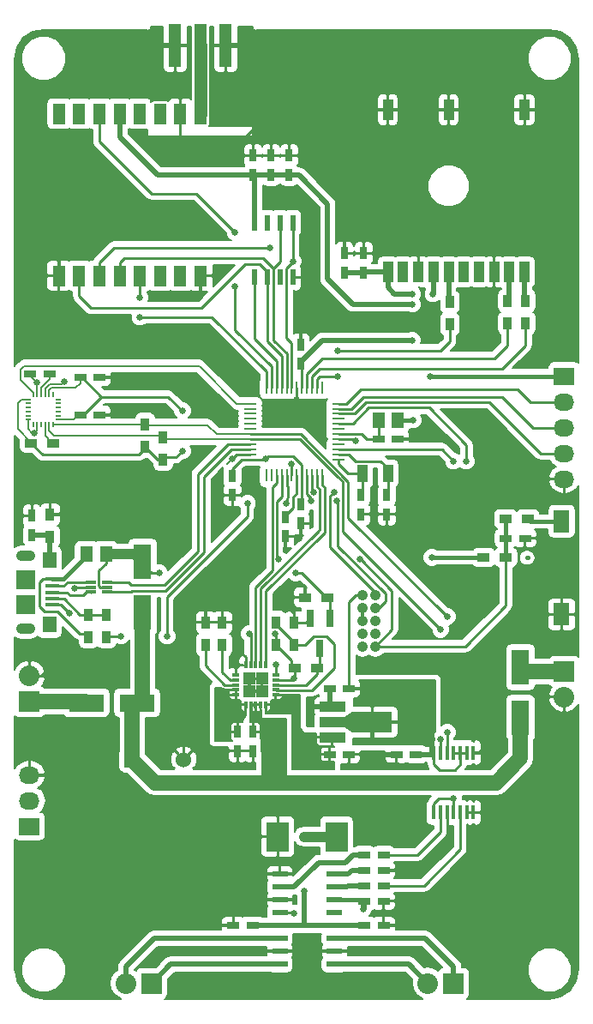
<source format=gbr>
G04 #@! TF.FileFunction,Copper,L1,Top,Signal*
%FSLAX46Y46*%
G04 Gerber Fmt 4.6, Leading zero omitted, Abs format (unit mm)*
G04 Created by KiCad (PCBNEW 4.0.2-stable) date Sunday, 15 May 2016 11:48:40 pm*
%MOMM*%
G01*
G04 APERTURE LIST*
%ADD10C,0.100000*%
%ADD11R,1.200000X0.750000*%
%ADD12R,0.750000X1.200000*%
%ADD13R,2.200000X3.000000*%
%ADD14R,0.990000X0.300000*%
%ADD15R,1.270000X4.200000*%
%ADD16R,1.300000X1.500000*%
%ADD17R,1.400000X0.400000*%
%ADD18R,1.400000X1.600000*%
%ADD19R,1.900000X1.900000*%
%ADD20O,1.900000X1.050000*%
%ADD21O,1.050000X1.050000*%
%ADD22R,0.800100X1.800860*%
%ADD23R,1.200000X0.900000*%
%ADD24R,0.900000X1.200000*%
%ADD25R,1.600000X2.180000*%
%ADD26R,1.300000X0.250000*%
%ADD27R,0.250000X1.300000*%
%ADD28R,0.600000X1.550000*%
%ADD29R,1.300000X2.000000*%
%ADD30R,0.730000X0.300000*%
%ADD31R,0.300000X0.730000*%
%ADD32R,1.250000X1.250000*%
%ADD33R,0.450000X1.450000*%
%ADD34R,2.501900X1.000760*%
%ADD35R,4.000500X1.998980*%
%ADD36R,1.500000X0.600000*%
%ADD37R,1.000000X1.800000*%
%ADD38R,1.000000X2.000000*%
%ADD39R,1.800860X3.500120*%
%ADD40R,3.500120X1.800860*%
%ADD41R,1.524000X1.524000*%
%ADD42C,1.524000*%
%ADD43R,2.032000X1.727200*%
%ADD44O,2.032000X1.727200*%
%ADD45R,2.032000X2.032000*%
%ADD46O,2.032000X2.032000*%
%ADD47R,0.550000X0.200000*%
%ADD48R,0.200000X0.550000*%
%ADD49C,0.635000*%
%ADD50C,0.381000*%
%ADD51C,0.254000*%
%ADD52C,0.508000*%
%ADD53C,0.203200*%
%ADD54C,1.524000*%
%ADD55C,1.016000*%
%ADD56C,1.270000*%
%ADD57C,0.152400*%
G04 APERTURE END LIST*
D10*
D11*
X85156000Y-86868000D03*
X87056000Y-86868000D03*
D12*
X73406000Y-84516000D03*
X73406000Y-82616000D03*
X70866000Y-84516000D03*
X70866000Y-82616000D03*
D11*
X40066000Y-70612000D03*
X38166000Y-70612000D03*
X43119000Y-70993000D03*
X45019000Y-70993000D03*
X43119000Y-74676000D03*
X45019000Y-74676000D03*
D12*
X38354000Y-86548000D03*
X38354000Y-84648000D03*
X71120000Y-60640000D03*
X71120000Y-58740000D03*
X64897000Y-83505000D03*
X64897000Y-85405000D03*
D11*
X72583000Y-77089000D03*
X74483000Y-77089000D03*
D12*
X69215000Y-60640000D03*
X69215000Y-58740000D03*
X63373000Y-84775000D03*
X63373000Y-86675000D03*
X58166000Y-80711000D03*
X58166000Y-82611000D03*
X64897000Y-69657000D03*
X64897000Y-67757000D03*
X60198000Y-105984000D03*
X60198000Y-107884000D03*
X60198000Y-50988000D03*
X60198000Y-49088000D03*
X63754000Y-50988000D03*
X63754000Y-49088000D03*
X61976000Y-50988000D03*
X61976000Y-49088000D03*
X58674000Y-105984000D03*
X58674000Y-107884000D03*
D11*
X71186000Y-121158000D03*
X73086000Y-121158000D03*
X71186000Y-119634000D03*
X73086000Y-119634000D03*
X67757000Y-108204000D03*
X69657000Y-108204000D03*
X71186000Y-118110000D03*
X73086000Y-118110000D03*
X71186000Y-122682000D03*
X73086000Y-122682000D03*
X69657000Y-101727000D03*
X67757000Y-101727000D03*
X71186000Y-125095000D03*
X73086000Y-125095000D03*
X60132000Y-125095000D03*
X58232000Y-125095000D03*
D13*
X68432000Y-116332000D03*
X62632000Y-116332000D03*
D14*
X44153000Y-91194000D03*
X44153000Y-91694000D03*
X44153000Y-92194000D03*
X45763000Y-92194000D03*
X45763000Y-91694000D03*
X45763000Y-91194000D03*
D15*
X54991000Y-38227000D03*
X57491000Y-38227000D03*
X52491000Y-38227000D03*
D16*
X43754000Y-88392000D03*
X45654000Y-88392000D03*
X72583000Y-75184000D03*
X74483000Y-75184000D03*
D17*
X40369000Y-90902000D03*
X40369000Y-91567000D03*
X40369000Y-92202000D03*
X40369000Y-92837000D03*
X40369000Y-93432000D03*
D18*
X40069000Y-89002000D03*
X40069000Y-95402000D03*
D19*
X37719000Y-91002000D03*
X37719000Y-93402000D03*
D20*
X37719000Y-88627000D03*
X37719000Y-95777000D03*
D21*
X70993000Y-92456000D03*
X72263000Y-92456000D03*
X70993000Y-93726000D03*
X72263000Y-93726000D03*
X70993000Y-94996000D03*
X72263000Y-94996000D03*
X70993000Y-96266000D03*
X72263000Y-96266000D03*
X70993000Y-97536000D03*
X72263000Y-97536000D03*
D22*
X67752000Y-94764860D03*
X65852000Y-94764860D03*
X66802000Y-97767140D03*
D23*
X82974000Y-88773000D03*
X85174000Y-88773000D03*
X85133000Y-84963000D03*
X87333000Y-84963000D03*
X38270000Y-77470000D03*
X40470000Y-77470000D03*
D24*
X49530000Y-77808000D03*
X49530000Y-75608000D03*
X51308000Y-79078000D03*
X51308000Y-76878000D03*
X40132000Y-86698000D03*
X40132000Y-84498000D03*
X79629000Y-65743000D03*
X79629000Y-63543000D03*
X85344000Y-65616000D03*
X85344000Y-63416000D03*
X87122000Y-63416000D03*
X87122000Y-65616000D03*
D23*
X67521000Y-92710000D03*
X65321000Y-92710000D03*
X64305000Y-99695000D03*
X66505000Y-99695000D03*
D24*
X62484000Y-97366000D03*
X62484000Y-95166000D03*
X64262000Y-97366000D03*
X64262000Y-95166000D03*
X57150000Y-97366000D03*
X57150000Y-95166000D03*
X55499000Y-97366000D03*
X55499000Y-95166000D03*
D25*
X90675680Y-94391430D03*
X90680320Y-85186570D03*
D26*
X68612000Y-79077000D03*
X68612000Y-78577000D03*
X68612000Y-78077000D03*
X68612000Y-77577000D03*
X68612000Y-77077000D03*
X68612000Y-76577000D03*
X68612000Y-76077000D03*
X68612000Y-75577000D03*
X68612000Y-75077000D03*
X68612000Y-74577000D03*
X68612000Y-74077000D03*
X68612000Y-73577000D03*
D27*
X67012000Y-71977000D03*
X66512000Y-71977000D03*
X66012000Y-71977000D03*
X65512000Y-71977000D03*
X65012000Y-71977000D03*
X64512000Y-71977000D03*
X64012000Y-71977000D03*
X63512000Y-71977000D03*
X63012000Y-71977000D03*
X62512000Y-71977000D03*
X62012000Y-71977000D03*
X61512000Y-71977000D03*
D26*
X59912000Y-73577000D03*
X59912000Y-74077000D03*
X59912000Y-74577000D03*
X59912000Y-75077000D03*
X59912000Y-75577000D03*
X59912000Y-76077000D03*
X59912000Y-76577000D03*
X59912000Y-77077000D03*
X59912000Y-77577000D03*
X59912000Y-78077000D03*
X59912000Y-78577000D03*
X59912000Y-79077000D03*
D27*
X61512000Y-80677000D03*
X62012000Y-80677000D03*
X62512000Y-80677000D03*
X63012000Y-80677000D03*
X63512000Y-80677000D03*
X64012000Y-80677000D03*
X64512000Y-80677000D03*
X65012000Y-80677000D03*
X65512000Y-80677000D03*
X66012000Y-80677000D03*
X66512000Y-80677000D03*
X67012000Y-80677000D03*
D28*
X60325000Y-61120000D03*
X61595000Y-61120000D03*
X62865000Y-61120000D03*
X64135000Y-61120000D03*
X64135000Y-55720000D03*
X62865000Y-55720000D03*
X61595000Y-55720000D03*
X60325000Y-55720000D03*
D29*
X41006000Y-60959000D03*
X43006000Y-60959000D03*
X45006000Y-60959000D03*
X47006000Y-60959000D03*
X49006000Y-60959000D03*
X51006000Y-60959000D03*
X53006000Y-60959000D03*
X55006000Y-60959000D03*
X55006000Y-44959000D03*
X53006000Y-44959000D03*
X51006000Y-44959000D03*
X49006000Y-44959000D03*
X47006000Y-44959000D03*
X45006000Y-44959000D03*
X43006000Y-44959000D03*
X41006000Y-44959000D03*
D30*
X62417000Y-102346000D03*
X62417000Y-101846000D03*
X62417000Y-101346000D03*
X62417000Y-100846000D03*
X62417000Y-100346000D03*
D31*
X61452000Y-99381000D03*
X60952000Y-99381000D03*
X60452000Y-99381000D03*
X59952000Y-99381000D03*
X59452000Y-99381000D03*
D30*
X58487000Y-100346000D03*
X58487000Y-100846000D03*
X58487000Y-101346000D03*
X58487000Y-101846000D03*
X58487000Y-102346000D03*
D31*
X59452000Y-103311000D03*
X59952000Y-103311000D03*
X60452000Y-103311000D03*
X60952000Y-103311000D03*
X61452000Y-103311000D03*
D32*
X59827000Y-100721000D03*
X59827000Y-101971000D03*
X61077000Y-100721000D03*
X61077000Y-101971000D03*
D33*
X78060000Y-113948000D03*
X78710000Y-113948000D03*
X79360000Y-113948000D03*
X80010000Y-113948000D03*
X80660000Y-113948000D03*
X81310000Y-113948000D03*
X81960000Y-113948000D03*
X81960000Y-108048000D03*
X81310000Y-108048000D03*
X80660000Y-108048000D03*
X80010000Y-108048000D03*
X79360000Y-108048000D03*
X78710000Y-108048000D03*
X78060000Y-108048000D03*
D34*
X68005960Y-103527860D03*
X68005960Y-105029000D03*
X68005960Y-106530140D03*
D35*
X71958200Y-105029000D03*
D10*
G36*
X69983350Y-106029760D02*
X69234050Y-105529380D01*
X69234050Y-104528620D01*
X69983350Y-104028240D01*
X69983350Y-106029760D01*
X69983350Y-106029760D01*
G37*
D36*
X68232000Y-128905000D03*
X68232000Y-127635000D03*
X68232000Y-126365000D03*
X68232000Y-125095000D03*
X68232000Y-123825000D03*
X68232000Y-122555000D03*
X68232000Y-121285000D03*
X68232000Y-120015000D03*
X62832000Y-120015000D03*
X62832000Y-121285000D03*
X62832000Y-122555000D03*
X62832000Y-123825000D03*
X62832000Y-125095000D03*
X62832000Y-126365000D03*
X62832000Y-127635000D03*
X62832000Y-128905000D03*
D37*
X73513000Y-80492600D03*
X71013000Y-80492600D03*
D38*
X79514000Y-60578000D03*
X81014000Y-60578000D03*
X82514000Y-60578000D03*
X84014000Y-60578000D03*
X85514000Y-60578000D03*
X87014000Y-60578000D03*
X78014000Y-60578000D03*
X76514000Y-60578000D03*
X75014000Y-60578000D03*
X73514000Y-60578000D03*
X73514000Y-44578000D03*
X87014000Y-44578000D03*
X79514000Y-44578000D03*
D11*
X74361000Y-108204000D03*
X76261000Y-108204000D03*
D24*
X43942000Y-94404000D03*
X43942000Y-96604000D03*
X45720000Y-96604000D03*
X45720000Y-94404000D03*
D39*
X49276000Y-94193360D03*
X49276000Y-89194640D03*
D40*
X48727360Y-103124000D03*
X43728640Y-103124000D03*
D39*
X86614000Y-104607360D03*
X86614000Y-99608640D03*
D41*
X48260000Y-108712000D03*
D42*
X53340000Y-108712000D03*
D43*
X90932000Y-70866000D03*
D44*
X90932000Y-73406000D03*
X90932000Y-75946000D03*
X90932000Y-78486000D03*
X90932000Y-81026000D03*
D45*
X38100000Y-103000000D03*
D46*
X38100000Y-100460000D03*
D45*
X90932000Y-100000000D03*
D46*
X90932000Y-102540000D03*
D43*
X38100000Y-115316000D03*
D44*
X38100000Y-112776000D03*
X38100000Y-110236000D03*
D45*
X50165000Y-130810000D03*
D46*
X47625000Y-130810000D03*
D45*
X80010000Y-130810000D03*
D46*
X77470000Y-130810000D03*
D47*
X40951500Y-75154500D03*
X40951500Y-74754500D03*
X40951500Y-74354500D03*
X40951500Y-73954500D03*
X40951500Y-73554500D03*
X40951500Y-73154500D03*
D48*
X40451500Y-72654500D03*
X40051500Y-72654500D03*
X39651500Y-72654500D03*
X39251500Y-72654500D03*
X38851500Y-72654500D03*
X38451500Y-72654500D03*
D47*
X37951500Y-73154500D03*
X37951500Y-73554500D03*
X37951500Y-73954500D03*
X37951500Y-74354500D03*
X37951500Y-74754500D03*
X37951500Y-75154500D03*
D48*
X38451500Y-75654500D03*
X38851500Y-75654500D03*
X39251500Y-75654500D03*
X39651500Y-75654500D03*
X40051500Y-75654500D03*
X40451500Y-75654500D03*
D49*
X62738000Y-88900000D03*
X70739000Y-88900000D03*
X59563000Y-44704000D03*
X57658000Y-44577000D03*
X57658000Y-41402000D03*
X57658000Y-42799000D03*
X59563000Y-42799000D03*
X59563000Y-41275000D03*
X59563000Y-39624000D03*
X59563000Y-38227000D03*
X50546000Y-42799000D03*
X52451000Y-42799000D03*
X52451000Y-41275000D03*
X50546000Y-41148000D03*
X50546000Y-39751000D03*
X48895000Y-39751000D03*
X48895000Y-38227000D03*
X48895000Y-37084000D03*
X50546000Y-37084000D03*
X50546000Y-38227000D03*
X82804000Y-102743000D03*
X83312000Y-98425000D03*
X87503000Y-94488000D03*
X83185000Y-81026000D03*
X82042000Y-75184000D03*
X86106000Y-78486000D03*
X88519000Y-81026000D03*
X72517000Y-116078000D03*
X75946000Y-116078000D03*
X75692000Y-113411000D03*
X72517000Y-113411000D03*
X69342000Y-113411000D03*
X66929000Y-113411000D03*
X60198000Y-113411000D03*
X62611000Y-113411000D03*
X52705000Y-127635000D03*
X60325000Y-127635000D03*
X75565000Y-127635000D03*
X70358000Y-127635000D03*
X66040000Y-127635000D03*
X64770000Y-127635000D03*
X38851500Y-71511500D03*
X41529000Y-71374000D03*
X38608000Y-76454000D03*
X46736000Y-74676000D03*
X51816000Y-62992000D03*
X54610000Y-62992000D03*
X63500000Y-91948000D03*
X63246000Y-93218000D03*
X74422000Y-109220000D03*
X72390000Y-109220000D03*
X72390000Y-108204000D03*
X65786000Y-103632000D03*
X60960000Y-101854000D03*
X59827000Y-100721000D03*
X58674000Y-97790000D03*
X58674000Y-92710000D03*
X58674000Y-94996000D03*
X53340000Y-93980000D03*
X53340000Y-96266000D03*
X53340000Y-100076000D03*
X53340000Y-103124000D03*
X53340000Y-106426000D03*
X55372000Y-92710000D03*
X57150000Y-92710000D03*
X57912000Y-88646000D03*
X60706000Y-88646000D03*
X60706000Y-85598000D03*
X60706000Y-82296000D03*
X59690000Y-81788000D03*
X64770000Y-86868000D03*
X64516000Y-73152000D03*
X70358000Y-77216000D03*
X79756000Y-77470000D03*
X64008000Y-79502000D03*
X58166000Y-78994000D03*
X71120000Y-48260000D03*
X76200000Y-48260000D03*
X78740000Y-48260000D03*
X81280000Y-48260000D03*
X86360000Y-48260000D03*
X88900000Y-48260000D03*
X88900000Y-53340000D03*
X86360000Y-55880000D03*
X83820000Y-58420000D03*
X76200000Y-58420000D03*
X73660000Y-55880000D03*
X71120000Y-53340000D03*
X68580000Y-48260000D03*
X66040000Y-45720000D03*
X60960000Y-45720000D03*
X58420000Y-48260000D03*
X53340000Y-48260000D03*
X53340000Y-68580000D03*
X50800000Y-66040000D03*
X48260000Y-68580000D03*
X45720000Y-66040000D03*
X43180000Y-68580000D03*
X40640000Y-66040000D03*
X38100000Y-63500000D03*
X38100000Y-55880000D03*
X40640000Y-53340000D03*
X38100000Y-50800000D03*
X40640000Y-48260000D03*
X43180000Y-50800000D03*
X45720000Y-53340000D03*
X43180000Y-55880000D03*
X40640000Y-58420000D03*
X73660000Y-66040000D03*
X71120000Y-66040000D03*
X68580000Y-66040000D03*
X66040000Y-66040000D03*
X66040000Y-63500000D03*
X66040000Y-60960000D03*
X53340000Y-71120000D03*
X48260000Y-71120000D03*
X38100000Y-81280000D03*
X40640000Y-81280000D03*
X43180000Y-81280000D03*
X45720000Y-81280000D03*
X48260000Y-81280000D03*
X48260000Y-83820000D03*
X50800000Y-83820000D03*
X45720000Y-83820000D03*
X43180000Y-83820000D03*
X42545000Y-91821000D03*
X42037000Y-94297500D03*
X45720000Y-99060000D03*
X43180000Y-99060000D03*
X40640000Y-99060000D03*
X38100000Y-106680000D03*
X40640000Y-106680000D03*
X43180000Y-106680000D03*
X43180000Y-109220000D03*
X43180000Y-127000000D03*
X38100000Y-121920000D03*
X43180000Y-121920000D03*
X48260000Y-121920000D03*
X53340000Y-121920000D03*
X53340000Y-116840000D03*
X58420000Y-114300000D03*
X58420000Y-116840000D03*
X58420000Y-121920000D03*
X83820000Y-129540000D03*
X88900000Y-124460000D03*
X83820000Y-124460000D03*
X83820000Y-119380000D03*
X88900000Y-119380000D03*
X88900000Y-114300000D03*
X83820000Y-114300000D03*
X79360000Y-116586000D03*
X83820000Y-106680000D03*
X53213000Y-74295000D03*
X53213000Y-78232000D03*
X70993000Y-106934000D03*
X71056500Y-123444000D03*
X76009500Y-75184000D03*
X61468000Y-78994000D03*
X77851000Y-88773000D03*
X75946000Y-67310000D03*
X75946000Y-63754000D03*
X75946000Y-62738000D03*
X77978000Y-62738000D03*
X77724000Y-70866000D03*
X77470000Y-101600000D03*
X77470000Y-106680000D03*
X76200000Y-105410000D03*
X77470000Y-104140000D03*
X76200000Y-102870000D03*
X59817000Y-96266000D03*
X62357000Y-96266000D03*
X62992000Y-105156000D03*
X64262000Y-100711000D03*
X57150000Y-102362000D03*
X57150000Y-103886000D03*
X57150000Y-105664000D03*
X65278000Y-121666000D03*
X65151000Y-106680000D03*
X65278000Y-116332000D03*
X50927000Y-90297000D03*
X64389000Y-90297000D03*
X66167000Y-82296000D03*
X68199000Y-82296000D03*
X65913000Y-83185000D03*
X68453000Y-83185000D03*
X62484000Y-99314000D03*
X79375000Y-94615000D03*
X79375000Y-106045000D03*
X78740000Y-106680000D03*
X78740000Y-95885000D03*
X68580000Y-68326000D03*
X68580000Y-70866000D03*
X80010000Y-112585500D03*
X80010000Y-79248000D03*
X64135000Y-59563000D03*
X61849000Y-58166000D03*
X58420000Y-56642000D03*
X58420000Y-61976000D03*
X49022000Y-63119000D03*
X49022000Y-65024000D03*
X81280000Y-79248000D03*
X64262000Y-123888500D03*
X47117000Y-96520000D03*
X63500000Y-83439000D03*
X59626500Y-83439000D03*
X51689000Y-96520000D03*
D50*
X87333000Y-88773000D02*
X87249000Y-88773000D01*
D51*
X63012000Y-82784000D02*
X63012000Y-80677000D01*
X62509402Y-88671402D02*
X62738000Y-88900000D01*
X62509402Y-83286598D02*
X62509402Y-88671402D01*
X63012000Y-82784000D02*
X62509402Y-83286598D01*
X70739000Y-88900000D02*
X70802500Y-88963500D01*
X73914000Y-95885000D02*
X72263000Y-97536000D01*
X73914000Y-92075000D02*
X73914000Y-95885000D01*
X70739000Y-88900000D02*
X70802500Y-88963500D01*
X70802500Y-88963500D02*
X73914000Y-92075000D01*
X85174000Y-88773000D02*
X85174000Y-93515000D01*
X85174000Y-93515000D02*
X81153000Y-97536000D01*
X81153000Y-97536000D02*
X72263000Y-97536000D01*
D50*
X85133000Y-84963000D02*
X85133000Y-86845000D01*
X85133000Y-86845000D02*
X85156000Y-86868000D01*
X85133000Y-84963000D02*
X85133000Y-88773000D01*
D52*
X57491000Y-38227000D02*
X59563000Y-38227000D01*
X57658000Y-41402000D02*
X57658000Y-44577000D01*
X59563000Y-42799000D02*
X57658000Y-42799000D01*
X59563000Y-39624000D02*
X59563000Y-41275000D01*
X52491000Y-38227000D02*
X50546000Y-38227000D01*
X52451000Y-41275000D02*
X52451000Y-42799000D01*
X50546000Y-39751000D02*
X50546000Y-41148000D01*
X48895000Y-38227000D02*
X48895000Y-39751000D01*
X50546000Y-37084000D02*
X48895000Y-37084000D01*
X52491000Y-38227000D02*
X49911000Y-38227000D01*
X49911000Y-36830000D02*
X49911000Y-43307000D01*
X49911000Y-38227000D02*
X49911000Y-36830000D01*
X57491000Y-38227000D02*
X60325000Y-38227000D01*
X60960000Y-46355000D02*
X60960000Y-45720000D01*
X60325000Y-46990000D02*
X60960000Y-46355000D01*
X60325000Y-36830000D02*
X60325000Y-46990000D01*
X60325000Y-38227000D02*
X60325000Y-36830000D01*
D51*
X90675680Y-94391430D02*
X87599570Y-94391430D01*
X82804000Y-98933000D02*
X82804000Y-102743000D01*
X83312000Y-98425000D02*
X82804000Y-98933000D01*
X87599570Y-94391430D02*
X87503000Y-94488000D01*
X83185000Y-76327000D02*
X83185000Y-81026000D01*
X82042000Y-75184000D02*
X83185000Y-76327000D01*
X86106000Y-78613000D02*
X86106000Y-78486000D01*
X88519000Y-81026000D02*
X86106000Y-78613000D01*
X62632000Y-116332000D02*
X62632000Y-113432000D01*
X75946000Y-113665000D02*
X75946000Y-116078000D01*
X75692000Y-113411000D02*
X75946000Y-113665000D01*
X69342000Y-113411000D02*
X72517000Y-113411000D01*
X60198000Y-113411000D02*
X66929000Y-113411000D01*
X62632000Y-113432000D02*
X62611000Y-113411000D01*
X62832000Y-127635000D02*
X60325000Y-127635000D01*
X62832000Y-127635000D02*
X64770000Y-127635000D01*
X66040000Y-127635000D02*
X70358000Y-127635000D01*
D53*
X38851500Y-72654500D02*
X38851500Y-71511500D01*
X38851500Y-71511500D02*
X38166000Y-70826000D01*
X38166000Y-70826000D02*
X38166000Y-70612000D01*
X39651500Y-72654500D02*
X39651500Y-72113602D01*
X41249602Y-71653398D02*
X41529000Y-71374000D01*
X40111704Y-71653398D02*
X41249602Y-71653398D01*
X39651500Y-72113602D02*
X40111704Y-71653398D01*
X37951500Y-75154500D02*
X37951500Y-76051500D01*
X38851500Y-76210500D02*
X38608000Y-76454000D01*
X38851500Y-76210500D02*
X38851500Y-75654500D01*
X38354000Y-76454000D02*
X38608000Y-76454000D01*
X37951500Y-76051500D02*
X38354000Y-76454000D01*
D51*
X45019000Y-74676000D02*
X46736000Y-74676000D01*
X55006000Y-60959000D02*
X55006000Y-62596000D01*
X55006000Y-62596000D02*
X54610000Y-62992000D01*
X81310000Y-113948000D02*
X81960000Y-113948000D01*
X64262000Y-95166000D02*
X65450860Y-95166000D01*
X65450860Y-95166000D02*
X65852000Y-94764860D01*
X64262000Y-95166000D02*
X64262000Y-94234000D01*
X64262000Y-94234000D02*
X63246000Y-93218000D01*
D52*
X74361000Y-108204000D02*
X72390000Y-108204000D01*
X72390000Y-109220000D02*
X74422000Y-109220000D01*
X68005960Y-103527860D02*
X65890140Y-103527860D01*
X65890140Y-103527860D02*
X65786000Y-103632000D01*
X67757000Y-101727000D02*
X67757000Y-103278900D01*
X67757000Y-103278900D02*
X68005960Y-103527860D01*
D51*
X61077000Y-101971000D02*
X60960000Y-101854000D01*
X58674000Y-97790000D02*
X58674000Y-94996000D01*
X58487000Y-100346000D02*
X58487000Y-97977000D01*
X59452000Y-98568000D02*
X58674000Y-97790000D01*
X59452000Y-98568000D02*
X59452000Y-99381000D01*
X58487000Y-97977000D02*
X58674000Y-97790000D01*
X53340000Y-108712000D02*
X53340000Y-106426000D01*
X53340000Y-96266000D02*
X53340000Y-93980000D01*
X53340000Y-103124000D02*
X53340000Y-100076000D01*
X57150000Y-95166000D02*
X57150000Y-92710000D01*
X55499000Y-92837000D02*
X55499000Y-95166000D01*
X55372000Y-92710000D02*
X55499000Y-92837000D01*
X58166000Y-82611000D02*
X58867000Y-82611000D01*
X60706000Y-88646000D02*
X57912000Y-88646000D01*
X60706000Y-82296000D02*
X60706000Y-85598000D01*
X58867000Y-82611000D02*
X59690000Y-81788000D01*
X63373000Y-86675000D02*
X64577000Y-86675000D01*
X64897000Y-86741000D02*
X64770000Y-86868000D01*
X64897000Y-86741000D02*
X64897000Y-85405000D01*
X64577000Y-86675000D02*
X64770000Y-86868000D01*
X64512000Y-71977000D02*
X64512000Y-73148000D01*
X64512000Y-73148000D02*
X64516000Y-73152000D01*
X68612000Y-77077000D02*
X70219000Y-77077000D01*
X70219000Y-77077000D02*
X70358000Y-77216000D01*
X74483000Y-77089000D02*
X79375000Y-77089000D01*
X79375000Y-77089000D02*
X79756000Y-77470000D01*
X64012000Y-80677000D02*
X64012000Y-79506000D01*
X64012000Y-79506000D02*
X64008000Y-79502000D01*
X59912000Y-78577000D02*
X58583000Y-78577000D01*
X58583000Y-78577000D02*
X58166000Y-78994000D01*
X53006000Y-44959000D02*
X53006000Y-47926000D01*
X76200000Y-48260000D02*
X71120000Y-48260000D01*
X81280000Y-48260000D02*
X78740000Y-48260000D01*
X88900000Y-48260000D02*
X86360000Y-48260000D01*
X86360000Y-55880000D02*
X88900000Y-53340000D01*
X76200000Y-58420000D02*
X83820000Y-58420000D01*
X71120000Y-53340000D02*
X73660000Y-55880000D01*
X66040000Y-45720000D02*
X68580000Y-48260000D01*
X58420000Y-48260000D02*
X60960000Y-45720000D01*
X53006000Y-47926000D02*
X53340000Y-48260000D01*
X41006000Y-60959000D02*
X41006000Y-58786000D01*
X50800000Y-66040000D02*
X53340000Y-68580000D01*
X45720000Y-66040000D02*
X48260000Y-68580000D01*
X40640000Y-66040000D02*
X43180000Y-68580000D01*
X38100000Y-55880000D02*
X38100000Y-63500000D01*
X38100000Y-50800000D02*
X40640000Y-53340000D01*
X43180000Y-50800000D02*
X40640000Y-48260000D01*
X43180000Y-55880000D02*
X45720000Y-53340000D01*
X41006000Y-58786000D02*
X40640000Y-58420000D01*
X64135000Y-61120000D02*
X65880000Y-61120000D01*
X68580000Y-66040000D02*
X71120000Y-66040000D01*
X66040000Y-63500000D02*
X66040000Y-66040000D01*
X65880000Y-61120000D02*
X66040000Y-60960000D01*
X45019000Y-70993000D02*
X48133000Y-70993000D01*
X48133000Y-70993000D02*
X48260000Y-71120000D01*
X40132000Y-84498000D02*
X42502000Y-84498000D01*
X40640000Y-81280000D02*
X38100000Y-81280000D01*
X45720000Y-81280000D02*
X43180000Y-81280000D01*
X48260000Y-83820000D02*
X48260000Y-81280000D01*
X45720000Y-83820000D02*
X50800000Y-83820000D01*
X42502000Y-84498000D02*
X43180000Y-83820000D01*
X42672000Y-91694000D02*
X42545000Y-91821000D01*
X44153000Y-91694000D02*
X42672000Y-91694000D01*
X40369000Y-93432000D02*
X41171500Y-93432000D01*
X41171500Y-93432000D02*
X42037000Y-94297500D01*
X38100000Y-100460000D02*
X39240000Y-100460000D01*
X43180000Y-99060000D02*
X45720000Y-99060000D01*
X39240000Y-100460000D02*
X40640000Y-99060000D01*
X38100000Y-110236000D02*
X42164000Y-110236000D01*
X43180000Y-106680000D02*
X40640000Y-106680000D01*
X42164000Y-110236000D02*
X43180000Y-109220000D01*
X58232000Y-125095000D02*
X58232000Y-122108000D01*
X38100000Y-121920000D02*
X43180000Y-127000000D01*
X48260000Y-121920000D02*
X43180000Y-121920000D01*
X53340000Y-116840000D02*
X53340000Y-121920000D01*
X58420000Y-116840000D02*
X58420000Y-114300000D01*
X58232000Y-122108000D02*
X58420000Y-121920000D01*
X81960000Y-113948000D02*
X83468000Y-113948000D01*
X88900000Y-124460000D02*
X83820000Y-129540000D01*
X83820000Y-119380000D02*
X83820000Y-124460000D01*
X88900000Y-114300000D02*
X88900000Y-119380000D01*
X83468000Y-113948000D02*
X83820000Y-114300000D01*
X90932000Y-102540000D02*
X90932000Y-106172000D01*
X90932000Y-106172000D02*
X91440000Y-106680000D01*
X81960000Y-108048000D02*
X82452000Y-108048000D01*
X82452000Y-108048000D02*
X83820000Y-106680000D01*
X79360000Y-113948000D02*
X79360000Y-116586000D01*
X79360000Y-116586000D02*
X79360000Y-116601000D01*
X76327000Y-119634000D02*
X73086000Y-119634000D01*
X79360000Y-116601000D02*
X76327000Y-119634000D01*
X73513000Y-80492600D02*
X73513000Y-82509000D01*
X73513000Y-82509000D02*
X73472000Y-82550000D01*
X68612000Y-78577000D02*
X69687000Y-78577000D01*
X72771000Y-79248000D02*
X73513000Y-79990000D01*
X70358000Y-79248000D02*
X72771000Y-79248000D01*
X69687000Y-78577000D02*
X70358000Y-79248000D01*
X73513000Y-79990000D02*
X73513000Y-80492600D01*
X68612000Y-79077000D02*
X68612000Y-79534000D01*
X69570600Y-80492600D02*
X71013000Y-80492600D01*
X68612000Y-79534000D02*
X69570600Y-80492600D01*
X71013000Y-80492600D02*
X71013000Y-82438600D01*
X71013000Y-82438600D02*
X70927000Y-82524600D01*
D53*
X39251500Y-72654500D02*
X39251500Y-72000500D01*
X40066000Y-71186000D02*
X40066000Y-70612000D01*
X39251500Y-72000500D02*
X40066000Y-71186000D01*
X40005000Y-70927000D02*
X40320000Y-70612000D01*
D51*
X45212000Y-72898000D02*
X51816000Y-72898000D01*
X53213000Y-74295000D02*
X51816000Y-72898000D01*
X52578000Y-78867000D02*
X51519000Y-78867000D01*
X53213000Y-78232000D02*
X52578000Y-78867000D01*
X69608700Y-105029000D02*
X71958200Y-105029000D01*
X68005960Y-105029000D02*
X69608700Y-105029000D01*
X69657000Y-101727000D02*
X71374000Y-101727000D01*
X71958200Y-102311200D02*
X71958200Y-105029000D01*
X71374000Y-101727000D02*
X71958200Y-102311200D01*
D50*
X70993000Y-106934000D02*
X72009000Y-106934000D01*
X72009000Y-106934000D02*
X71958200Y-106883200D01*
X71958200Y-106883200D02*
X71958200Y-105029000D01*
X68232000Y-122555000D02*
X71059000Y-122555000D01*
X71059000Y-122555000D02*
X71186000Y-122682000D01*
D53*
X38270000Y-77470000D02*
X38270000Y-77386000D01*
X38270000Y-77386000D02*
X36957000Y-76073000D01*
X37335500Y-73154500D02*
X37951500Y-73154500D01*
X36957000Y-73533000D02*
X37335500Y-73154500D01*
X36957000Y-76073000D02*
X36957000Y-73533000D01*
X40259000Y-72009000D02*
X40051500Y-72216500D01*
X40259000Y-72009000D02*
X42672000Y-72009000D01*
X42672000Y-72009000D02*
X43119000Y-71562000D01*
X43119000Y-70993000D02*
X43119000Y-71562000D01*
X40051500Y-72216500D02*
X40051500Y-72654500D01*
D51*
X51519000Y-78867000D02*
X51308000Y-79078000D01*
X50800000Y-79078000D02*
X49530000Y-77808000D01*
X58166000Y-80711000D02*
X58166000Y-80010000D01*
X59099000Y-79077000D02*
X59912000Y-79077000D01*
X58166000Y-80010000D02*
X59099000Y-79077000D01*
X65012000Y-80677000D02*
X65012000Y-83390000D01*
X65012000Y-83390000D02*
X64897000Y-83505000D01*
D52*
X71186000Y-122682000D02*
X71186000Y-123314500D01*
X71186000Y-123314500D02*
X71056500Y-123444000D01*
D51*
X61468000Y-78994000D02*
X61722000Y-78740000D01*
X64389000Y-78994000D02*
X65012000Y-79617000D01*
X65012000Y-79617000D02*
X65012000Y-80677000D01*
X64135000Y-78740000D02*
X64389000Y-78994000D01*
X61722000Y-78740000D02*
X64135000Y-78740000D01*
D52*
X71056500Y-122811500D02*
X71056500Y-123444000D01*
X71056500Y-122811500D02*
X71186000Y-122682000D01*
D51*
X76009500Y-75184000D02*
X75819000Y-75184000D01*
D50*
X75819000Y-75184000D02*
X74483000Y-75184000D01*
D51*
X69657000Y-101727000D02*
X69657000Y-93157000D01*
X70358000Y-92456000D02*
X70993000Y-92456000D01*
X69657000Y-93157000D02*
X70358000Y-92456000D01*
X61385000Y-79077000D02*
X59912000Y-79077000D01*
X61468000Y-78994000D02*
X61385000Y-79077000D01*
X38270000Y-77470000D02*
X38227000Y-77470000D01*
X49530000Y-77808000D02*
X49530000Y-77978000D01*
X49530000Y-77978000D02*
X48895000Y-78613000D01*
X39413000Y-78613000D02*
X38270000Y-77470000D01*
X48895000Y-78613000D02*
X39413000Y-78613000D01*
X43119000Y-74676000D02*
X43434000Y-74676000D01*
X43434000Y-74676000D02*
X45212000Y-72898000D01*
X45212000Y-72898000D02*
X43307000Y-70993000D01*
X43307000Y-70993000D02*
X43119000Y-70993000D01*
D50*
X82974000Y-88773000D02*
X77851000Y-88773000D01*
D53*
X42926000Y-70993000D02*
X43119000Y-70993000D01*
X40951500Y-75154500D02*
X42447500Y-75154500D01*
X42447500Y-75154500D02*
X42926000Y-74676000D01*
X42926000Y-74676000D02*
X43119000Y-74676000D01*
D52*
X64897000Y-69657000D02*
X64897000Y-69469000D01*
X64897000Y-69469000D02*
X67056000Y-67310000D01*
X67056000Y-67310000D02*
X75946000Y-67310000D01*
X67564000Y-59944000D02*
X67564000Y-61214000D01*
X64704000Y-50988000D02*
X67564000Y-53848000D01*
X67564000Y-53848000D02*
X67564000Y-59944000D01*
X63754000Y-50988000D02*
X64704000Y-50988000D01*
X70104000Y-63754000D02*
X75946000Y-63754000D01*
X67564000Y-61214000D02*
X70104000Y-63754000D01*
X47006000Y-44959000D02*
X47006000Y-47260000D01*
X50734000Y-50988000D02*
X60198000Y-50988000D01*
X47006000Y-47260000D02*
X50734000Y-50988000D01*
X60198000Y-50988000D02*
X60325000Y-51115000D01*
X60325000Y-51115000D02*
X60325000Y-55720000D01*
X73514000Y-60578000D02*
X73514000Y-62084000D01*
X74168000Y-62738000D02*
X75946000Y-62738000D01*
X73514000Y-62084000D02*
X74168000Y-62738000D01*
X78014000Y-60578000D02*
X78014000Y-62702000D01*
X78014000Y-62702000D02*
X77978000Y-62738000D01*
X69215000Y-60640000D02*
X71120000Y-60640000D01*
X71120000Y-60640000D02*
X71182000Y-60578000D01*
X71182000Y-60578000D02*
X73514000Y-60578000D01*
X61976000Y-50988000D02*
X60198000Y-50988000D01*
X61976000Y-50988000D02*
X63754000Y-50988000D01*
D50*
X90932000Y-70866000D02*
X77724000Y-70866000D01*
D54*
X77470000Y-106680000D02*
X76200000Y-105410000D01*
X76200000Y-102870000D02*
X77470000Y-104140000D01*
D51*
X78060000Y-108048000D02*
X78060000Y-109175000D01*
X80660000Y-109205000D02*
X80660000Y-108048000D01*
X80137000Y-109728000D02*
X80660000Y-109205000D01*
X78613000Y-109728000D02*
X80137000Y-109728000D01*
X78060000Y-109175000D02*
X78613000Y-109728000D01*
X80660000Y-108048000D02*
X80010000Y-108048000D01*
X80010000Y-108048000D02*
X81310000Y-108048000D01*
D52*
X76261000Y-108204000D02*
X77904000Y-108204000D01*
X77904000Y-108204000D02*
X77851000Y-108151000D01*
X77851000Y-108151000D02*
X77851000Y-106299000D01*
D51*
X65012000Y-71977000D02*
X65012000Y-69772000D01*
X65012000Y-69772000D02*
X64897000Y-69657000D01*
D52*
X40069000Y-89002000D02*
X40069000Y-86761000D01*
X40069000Y-86761000D02*
X39856000Y-86548000D01*
X39856000Y-86548000D02*
X38354000Y-86548000D01*
D51*
X68612000Y-76577000D02*
X70925500Y-76577000D01*
X71437500Y-77089000D02*
X72583000Y-77089000D01*
X70925500Y-76577000D02*
X71437500Y-77089000D01*
X72452000Y-76958000D02*
X72583000Y-76827000D01*
X72583000Y-76827000D02*
X72583000Y-75184000D01*
X64512000Y-80677000D02*
X64512000Y-82427000D01*
X64135000Y-83820000D02*
X63373000Y-84582000D01*
X64135000Y-82804000D02*
X64135000Y-83820000D01*
X64512000Y-82427000D02*
X64135000Y-82804000D01*
X63373000Y-84582000D02*
X63373000Y-84775000D01*
D54*
X50546000Y-110998000D02*
X62103000Y-110998000D01*
X62103000Y-110998000D02*
X84201000Y-110998000D01*
D51*
X60579000Y-104394000D02*
X62103000Y-105918000D01*
X62103000Y-105918000D02*
X62103000Y-110998000D01*
X60452000Y-104394000D02*
X60579000Y-104394000D01*
X60452000Y-103311000D02*
X60452000Y-104394000D01*
X59952000Y-103311000D02*
X60452000Y-103311000D01*
X59952000Y-103311000D02*
X59952000Y-104386000D01*
X59952000Y-104386000D02*
X59944000Y-104394000D01*
D54*
X48260000Y-108712000D02*
X48260000Y-103591360D01*
X48260000Y-103591360D02*
X48727360Y-103124000D01*
D51*
X62484000Y-97366000D02*
X62484000Y-96393000D01*
X59952000Y-96401000D02*
X59952000Y-99381000D01*
X59817000Y-96266000D02*
X59952000Y-96401000D01*
X62484000Y-96393000D02*
X62357000Y-96266000D01*
X62484000Y-97366000D02*
X62484000Y-97409000D01*
X62484000Y-97409000D02*
X64008000Y-98933000D01*
X64008000Y-98933000D02*
X64008000Y-99398000D01*
X64008000Y-99398000D02*
X64305000Y-99695000D01*
X62417000Y-100846000D02*
X64127000Y-100846000D01*
X64127000Y-100846000D02*
X64262000Y-100711000D01*
X64305000Y-99695000D02*
X64305000Y-100668000D01*
X64262000Y-100711000D02*
X64305000Y-100668000D01*
D54*
X48260000Y-108712000D02*
X50546000Y-110998000D01*
X84201000Y-110998000D02*
X86614000Y-108585000D01*
X86614000Y-104607360D02*
X86614000Y-108585000D01*
X49276000Y-94193360D02*
X49276000Y-102575360D01*
X49276000Y-102575360D02*
X48727360Y-103124000D01*
X57150000Y-102362000D02*
X57150000Y-103886000D01*
X57150000Y-105029000D02*
X57150000Y-105664000D01*
D52*
X71186000Y-121158000D02*
X69596000Y-121158000D01*
X69469000Y-121285000D02*
X68232000Y-121285000D01*
X69596000Y-121158000D02*
X69469000Y-121285000D01*
D51*
X80660000Y-113948000D02*
X80660000Y-117587000D01*
X80660000Y-117587000D02*
X77089000Y-121158000D01*
X77089000Y-121158000D02*
X73086000Y-121158000D01*
D52*
X71186000Y-119634000D02*
X69977000Y-119634000D01*
X69596000Y-120015000D02*
X68232000Y-120015000D01*
X69977000Y-119634000D02*
X69596000Y-120015000D01*
X65278000Y-125095000D02*
X65278000Y-121666000D01*
D55*
X68432000Y-116332000D02*
X65278000Y-116332000D01*
D52*
X71186000Y-125095000D02*
X68232000Y-125095000D01*
X68232000Y-125095000D02*
X65278000Y-125095000D01*
X65278000Y-125095000D02*
X62832000Y-125095000D01*
X62832000Y-125095000D02*
X60132000Y-125095000D01*
X71186000Y-118110000D02*
X70104000Y-118110000D01*
X64262000Y-121285000D02*
X62832000Y-121285000D01*
X66675000Y-118872000D02*
X64262000Y-121285000D01*
X69342000Y-118872000D02*
X66675000Y-118872000D01*
X70104000Y-118110000D02*
X69342000Y-118872000D01*
D51*
X73086000Y-118110000D02*
X76454000Y-118110000D01*
X76454000Y-118110000D02*
X78710000Y-115854000D01*
X78710000Y-115854000D02*
X78710000Y-113948000D01*
X40369000Y-91567000D02*
X41478200Y-91567000D01*
X41851200Y-91194000D02*
X44153000Y-91194000D01*
X41478200Y-91567000D02*
X41851200Y-91194000D01*
X40369000Y-92202000D02*
X41783000Y-92202000D01*
X43434000Y-92519500D02*
X43759500Y-92194000D01*
X42100500Y-92519500D02*
X43434000Y-92519500D01*
X41783000Y-92202000D02*
X42100500Y-92519500D01*
X43759500Y-92194000D02*
X44153000Y-92194000D01*
X44145000Y-92202000D02*
X44153000Y-92194000D01*
X55372000Y-87630000D02*
X55372000Y-80772000D01*
X48141000Y-92194000D02*
X48260000Y-92075000D01*
X48260000Y-92075000D02*
X51562000Y-92075000D01*
X51562000Y-92075000D02*
X55372000Y-88265000D01*
X55372000Y-88265000D02*
X55372000Y-87630000D01*
X45763000Y-92194000D02*
X48141000Y-92194000D01*
X58067000Y-78077000D02*
X59912000Y-78077000D01*
X55372000Y-80772000D02*
X58067000Y-78077000D01*
X67521000Y-92710000D02*
X67437000Y-92710000D01*
X67437000Y-92710000D02*
X65024000Y-90297000D01*
X50292000Y-90297000D02*
X50165000Y-90297000D01*
X50927000Y-90297000D02*
X50292000Y-90297000D01*
X65024000Y-90297000D02*
X64389000Y-90297000D01*
X50165000Y-90297000D02*
X49276000Y-89408000D01*
X49276000Y-89408000D02*
X49276000Y-89194640D01*
X67752000Y-94764860D02*
X67752000Y-92941000D01*
X67752000Y-92941000D02*
X67521000Y-92710000D01*
X45763000Y-91694000D02*
X45110400Y-91694000D01*
X45654000Y-89372400D02*
X45654000Y-88392000D01*
X44958000Y-90068400D02*
X45654000Y-89372400D01*
X44958000Y-91541600D02*
X44958000Y-90068400D01*
X45110400Y-91694000D02*
X44958000Y-91541600D01*
D55*
X45654000Y-88392000D02*
X48473360Y-88392000D01*
X48473360Y-88392000D02*
X49276000Y-89194640D01*
D51*
X54737000Y-88138000D02*
X54737000Y-80518000D01*
X47887000Y-91194000D02*
X48133000Y-91440000D01*
X48133000Y-91440000D02*
X51435000Y-91440000D01*
X51435000Y-91440000D02*
X54737000Y-88138000D01*
X45763000Y-91194000D02*
X47887000Y-91194000D01*
X57678000Y-77577000D02*
X59912000Y-77577000D01*
X54737000Y-80518000D02*
X57678000Y-77577000D01*
D54*
X38100000Y-103000000D02*
X43604640Y-103000000D01*
X43604640Y-103000000D02*
X43728640Y-103124000D01*
X90932000Y-100000000D02*
X87005360Y-100000000D01*
X87005360Y-100000000D02*
X86614000Y-99608640D01*
D56*
X54991000Y-38227000D02*
X54991000Y-44944000D01*
X54991000Y-44944000D02*
X55006000Y-44959000D01*
D51*
X40369000Y-92837000D02*
X41529000Y-92837000D01*
X43096000Y-94404000D02*
X43942000Y-94404000D01*
X41529000Y-92837000D02*
X43096000Y-94404000D01*
X43942000Y-94404000D02*
X45720000Y-94404000D01*
X68612000Y-74577000D02*
X70203000Y-74577000D01*
X88646000Y-78486000D02*
X90932000Y-78486000D01*
X83566000Y-73406000D02*
X88646000Y-78486000D01*
X71374000Y-73406000D02*
X83566000Y-73406000D01*
X70203000Y-74577000D02*
X71374000Y-73406000D01*
X68612000Y-74077000D02*
X69941000Y-74077000D01*
X87884000Y-75946000D02*
X90932000Y-75946000D01*
X84836000Y-72898000D02*
X87884000Y-75946000D01*
X71120000Y-72898000D02*
X84836000Y-72898000D01*
X69941000Y-74077000D02*
X71120000Y-72898000D01*
X68612000Y-73577000D02*
X69425000Y-73577000D01*
X87630000Y-73406000D02*
X90932000Y-73406000D01*
X86360000Y-72136000D02*
X87630000Y-73406000D01*
X70866000Y-72136000D02*
X86360000Y-72136000D01*
X69425000Y-73577000D02*
X70866000Y-72136000D01*
X66012000Y-82141000D02*
X66167000Y-82296000D01*
X66012000Y-80677000D02*
X66012000Y-82141000D01*
X68199000Y-82296000D02*
X67818000Y-82677000D01*
X67818000Y-87757000D02*
X72263000Y-92202000D01*
X67818000Y-82677000D02*
X67818000Y-87757000D01*
X72263000Y-92202000D02*
X72263000Y-92456000D01*
X65512000Y-80677000D02*
X65512000Y-82530000D01*
X68453000Y-83185000D02*
X68580000Y-83312000D01*
X68580000Y-83312000D02*
X68580000Y-87630000D01*
X68580000Y-87630000D02*
X73279000Y-92329000D01*
X73279000Y-92329000D02*
X73279000Y-93091000D01*
X73279000Y-93091000D02*
X72644000Y-93726000D01*
X65913000Y-82931000D02*
X65913000Y-83185000D01*
X65512000Y-82530000D02*
X65913000Y-82931000D01*
X72644000Y-93726000D02*
X72263000Y-93726000D01*
X62417000Y-100346000D02*
X62417000Y-99381000D01*
X62417000Y-99381000D02*
X62484000Y-99314000D01*
D52*
X62832000Y-128905000D02*
X52070000Y-128905000D01*
X52070000Y-128905000D02*
X50165000Y-130810000D01*
X62832000Y-126365000D02*
X50419000Y-126365000D01*
X47625000Y-129159000D02*
X47625000Y-130810000D01*
X50419000Y-126365000D02*
X47625000Y-129159000D01*
X68232000Y-126365000D02*
X77216000Y-126365000D01*
X80010000Y-129159000D02*
X80010000Y-130810000D01*
X77216000Y-126365000D02*
X80010000Y-129159000D01*
X68232000Y-128905000D02*
X75565000Y-128905000D01*
X75565000Y-128905000D02*
X77470000Y-130810000D01*
D51*
X66505000Y-99695000D02*
X66505000Y-100246000D01*
X65405000Y-101346000D02*
X62417000Y-101346000D01*
X66505000Y-100246000D02*
X65405000Y-101346000D01*
X66802000Y-97767140D02*
X66802000Y-99398000D01*
X66802000Y-99398000D02*
X66505000Y-99695000D01*
D50*
X90680320Y-85186570D02*
X87556570Y-85186570D01*
X87556570Y-85186570D02*
X87333000Y-84963000D01*
D53*
X39651500Y-75654500D02*
X39651500Y-76735500D01*
X39651500Y-76735500D02*
X40386000Y-77470000D01*
X40386000Y-77470000D02*
X40470000Y-77470000D01*
D51*
X79360000Y-108048000D02*
X79360000Y-106060000D01*
X69596000Y-84836000D02*
X79360000Y-94600000D01*
X64893000Y-76577000D02*
X59912000Y-76577000D01*
X69596000Y-81280000D02*
X69596000Y-84455000D01*
X64893000Y-76577000D02*
X69596000Y-81280000D01*
X69596000Y-84455000D02*
X69596000Y-84836000D01*
X79375000Y-94615000D02*
X79360000Y-94600000D01*
X79360000Y-106060000D02*
X79375000Y-106045000D01*
D53*
X40451500Y-75654500D02*
X49483500Y-75654500D01*
X49483500Y-75654500D02*
X49521000Y-75692000D01*
X49521000Y-75692000D02*
X55689500Y-75692000D01*
X55689500Y-75692000D02*
X56574500Y-76577000D01*
X56574500Y-76577000D02*
X59912000Y-76577000D01*
D51*
X68580000Y-80838740D02*
X68927630Y-81186370D01*
X64758000Y-77077000D02*
X64818260Y-77077000D01*
X59912000Y-77077000D02*
X64758000Y-77077000D01*
X64818260Y-77077000D02*
X68580000Y-80838740D01*
X69054630Y-86199630D02*
X69088000Y-86233000D01*
X69054630Y-81313370D02*
X69054630Y-86199630D01*
X68927630Y-81186370D02*
X69054630Y-81313370D01*
X78710000Y-108048000D02*
X78710000Y-106710000D01*
X78710000Y-106710000D02*
X78740000Y-106680000D01*
X78740000Y-95885000D02*
X78710000Y-95855000D01*
X69088000Y-86233000D02*
X78710000Y-95855000D01*
D53*
X51138000Y-76708000D02*
X40513000Y-76708000D01*
X40051500Y-76246500D02*
X40051500Y-75654500D01*
X40051500Y-76246500D02*
X40513000Y-76708000D01*
X51138000Y-76708000D02*
X51308000Y-76878000D01*
X51617000Y-77077000D02*
X54114000Y-77077000D01*
X54114000Y-77077000D02*
X59912000Y-77077000D01*
X51617000Y-77077000D02*
X51308000Y-77386000D01*
X51308000Y-77343000D02*
X51308000Y-77386000D01*
D51*
X66512000Y-71977000D02*
X66512000Y-71156000D01*
X79629000Y-67437000D02*
X79629000Y-65743000D01*
X78740000Y-68326000D02*
X79629000Y-67437000D01*
X68580000Y-68326000D02*
X78740000Y-68326000D01*
X66802000Y-70866000D02*
X68580000Y-70866000D01*
X66512000Y-71156000D02*
X66802000Y-70866000D01*
D52*
X79514000Y-60578000D02*
X79514000Y-63428000D01*
X79514000Y-63428000D02*
X79629000Y-63543000D01*
D51*
X85344000Y-65616000D02*
X85344000Y-67818000D01*
X65512000Y-70632000D02*
X65512000Y-71977000D01*
X67056000Y-69088000D02*
X65512000Y-70632000D01*
X84074000Y-69088000D02*
X67056000Y-69088000D01*
X85344000Y-67818000D02*
X84074000Y-69088000D01*
D52*
X85514000Y-60578000D02*
X85514000Y-63246000D01*
X85514000Y-63246000D02*
X85344000Y-63416000D01*
X87014000Y-60578000D02*
X87014000Y-63308000D01*
X87014000Y-63308000D02*
X87122000Y-63416000D01*
D51*
X66012000Y-71148000D02*
X66012000Y-70894000D01*
X87122000Y-67818000D02*
X84836000Y-70104000D01*
X84836000Y-70104000D02*
X67056000Y-70104000D01*
X66012000Y-71977000D02*
X66012000Y-71148000D01*
X87122000Y-67818000D02*
X87122000Y-65616000D01*
X66802000Y-70104000D02*
X67056000Y-70104000D01*
X66012000Y-70894000D02*
X66802000Y-70104000D01*
X62512000Y-80677000D02*
X62512000Y-81379000D01*
X62103000Y-90043000D02*
X60452000Y-91694000D01*
X62103000Y-81788000D02*
X62103000Y-90043000D01*
X62512000Y-81379000D02*
X62103000Y-81788000D01*
X60452000Y-99381000D02*
X60452000Y-91694000D01*
X66512000Y-80677000D02*
X66512000Y-81752000D01*
X60952000Y-91829000D02*
X66512000Y-86269000D01*
X60952000Y-91829000D02*
X60952000Y-99381000D01*
X66802000Y-85979000D02*
X66802000Y-82042000D01*
X66675000Y-86106000D02*
X66802000Y-85979000D01*
X66512000Y-86269000D02*
X66675000Y-86106000D01*
X66512000Y-81752000D02*
X66802000Y-82042000D01*
X62484000Y-95166000D02*
X62484000Y-95377000D01*
X62484000Y-95377000D02*
X64262000Y-97155000D01*
X64262000Y-97155000D02*
X64262000Y-97366000D01*
X64262000Y-97366000D02*
X65321000Y-97366000D01*
X66040000Y-101854000D02*
X62425000Y-101854000D01*
X66167000Y-101727000D02*
X66040000Y-101854000D01*
X66675000Y-101219000D02*
X66167000Y-101727000D01*
X68199000Y-99695000D02*
X66675000Y-101219000D01*
X68199000Y-97282000D02*
X68199000Y-99695000D01*
X67437000Y-96520000D02*
X68199000Y-97282000D01*
X66167000Y-96520000D02*
X67437000Y-96520000D01*
X65321000Y-97366000D02*
X66167000Y-96520000D01*
X62425000Y-101854000D02*
X62417000Y-101846000D01*
X67012000Y-86531000D02*
X67246500Y-86296500D01*
X61452000Y-92091000D02*
X67012000Y-86531000D01*
X61452000Y-99381000D02*
X61452000Y-92091000D01*
X67012000Y-81617000D02*
X67012000Y-80677000D01*
X67246500Y-81851500D02*
X67012000Y-81617000D01*
X67246500Y-86296500D02*
X67246500Y-81851500D01*
X57150000Y-97366000D02*
X57150000Y-100076000D01*
X57920000Y-100846000D02*
X58487000Y-100846000D01*
X57150000Y-100076000D02*
X57920000Y-100846000D01*
X58487000Y-101346000D02*
X57404000Y-101346000D01*
X55499000Y-99441000D02*
X55499000Y-97366000D01*
X57404000Y-101346000D02*
X55499000Y-99441000D01*
D53*
X39370000Y-69850000D02*
X37592000Y-69850000D01*
X54991000Y-69977000D02*
X58591000Y-73577000D01*
X59912000Y-73577000D02*
X58591000Y-73577000D01*
X39370000Y-69850000D02*
X54864000Y-69850000D01*
X54864000Y-69850000D02*
X54991000Y-69977000D01*
X37211000Y-71247000D02*
X38451500Y-72487500D01*
X37211000Y-70231000D02*
X37211000Y-71247000D01*
X37592000Y-69850000D02*
X37211000Y-70231000D01*
X38451500Y-72487500D02*
X38451500Y-72654500D01*
D51*
X80010000Y-112585500D02*
X78549500Y-112585500D01*
X78060000Y-113075000D02*
X78060000Y-113948000D01*
X78549500Y-112585500D02*
X78060000Y-113075000D01*
X68612000Y-78077000D02*
X78839000Y-78077000D01*
X80010000Y-112585500D02*
X80010000Y-113948000D01*
X78839000Y-78077000D02*
X80010000Y-79248000D01*
X62512000Y-69370000D02*
X62512000Y-71977000D01*
X60325000Y-67183000D02*
X62512000Y-69370000D01*
X60325000Y-61120000D02*
X60325000Y-67183000D01*
X61722000Y-58166000D02*
X61849000Y-58166000D01*
X46482000Y-58166000D02*
X61722000Y-58166000D01*
X45006000Y-59642000D02*
X46482000Y-58166000D01*
X45006000Y-60959000D02*
X45006000Y-59642000D01*
X64135000Y-55720000D02*
X64135000Y-59563000D01*
X64008000Y-67564000D02*
X64008000Y-71973000D01*
X63500000Y-67056000D02*
X64008000Y-67564000D01*
X63500000Y-60198000D02*
X63500000Y-67056000D01*
X64135000Y-59563000D02*
X63500000Y-60198000D01*
X64008000Y-71973000D02*
X64012000Y-71977000D01*
X62230000Y-60198000D02*
X61214000Y-59182000D01*
X47006000Y-59674000D02*
X47006000Y-60959000D01*
X47498000Y-59182000D02*
X47006000Y-59674000D01*
X48006000Y-59182000D02*
X47498000Y-59182000D01*
X61214000Y-59182000D02*
X48006000Y-59182000D01*
X62865000Y-55720000D02*
X62865000Y-59563000D01*
X63512000Y-68592000D02*
X63512000Y-71977000D01*
X62230000Y-67310000D02*
X63512000Y-68592000D01*
X62230000Y-60198000D02*
X62230000Y-67310000D01*
X62865000Y-59563000D02*
X62230000Y-60198000D01*
X61595000Y-61120000D02*
X61595000Y-60579000D01*
X61595000Y-60579000D02*
X60833000Y-59817000D01*
X43006000Y-62945000D02*
X43006000Y-60959000D01*
X44196000Y-64135000D02*
X43006000Y-62945000D01*
X55118000Y-64135000D02*
X44196000Y-64135000D01*
X59436000Y-59817000D02*
X55118000Y-64135000D01*
X60833000Y-59817000D02*
X59436000Y-59817000D01*
X61595000Y-61120000D02*
X61595000Y-67437000D01*
X63012000Y-68854000D02*
X63012000Y-71977000D01*
X61595000Y-67437000D02*
X63012000Y-68854000D01*
X62012000Y-71977000D02*
X62012000Y-69886000D01*
X45006000Y-47673000D02*
X45006000Y-44959000D01*
X50165000Y-52832000D02*
X45006000Y-47673000D01*
X54610000Y-52832000D02*
X50165000Y-52832000D01*
X58420000Y-56642000D02*
X54610000Y-52832000D01*
X58420000Y-66294000D02*
X58420000Y-61976000D01*
X62012000Y-69886000D02*
X58420000Y-66294000D01*
X61512000Y-71977000D02*
X61512000Y-70402000D01*
X49006000Y-63103000D02*
X49006000Y-60959000D01*
X49022000Y-63119000D02*
X49006000Y-63103000D01*
X56134000Y-65024000D02*
X49022000Y-65024000D01*
X61512000Y-70402000D02*
X56134000Y-65024000D01*
X70028500Y-75577000D02*
X71628000Y-73977500D01*
X71628000Y-73977500D02*
X77597000Y-73977500D01*
X77597000Y-73977500D02*
X81280000Y-77660500D01*
X81280000Y-77660500D02*
X81280000Y-79248000D01*
X68612000Y-75577000D02*
X70028500Y-75577000D01*
X64198500Y-123825000D02*
X62832000Y-123825000D01*
X64262000Y-123888500D02*
X64198500Y-123825000D01*
X51689000Y-92837000D02*
X51689000Y-92646500D01*
X63512000Y-80677000D02*
X63512000Y-81673000D01*
X63512000Y-81673000D02*
X63627000Y-81788000D01*
X63627000Y-81788000D02*
X63627000Y-82677000D01*
X63627000Y-82677000D02*
X63500000Y-83439000D01*
X51689000Y-92837000D02*
X51689000Y-96520000D01*
X47117000Y-96520000D02*
X45804000Y-96520000D01*
X59626500Y-84709000D02*
X59626500Y-83439000D01*
X51689000Y-92646500D02*
X59626500Y-84709000D01*
X45804000Y-96520000D02*
X45720000Y-96604000D01*
X43604000Y-96266000D02*
X43053000Y-96266000D01*
X39400000Y-90902000D02*
X39116000Y-91186000D01*
X39116000Y-91186000D02*
X39116000Y-93599000D01*
X39116000Y-93599000D02*
X39624000Y-94107000D01*
X39624000Y-94107000D02*
X40894000Y-94107000D01*
X40894000Y-94107000D02*
X43053000Y-96266000D01*
X39400000Y-90902000D02*
X40369000Y-90902000D01*
X43604000Y-96266000D02*
X43942000Y-96604000D01*
D50*
X40369000Y-90902000D02*
X41432000Y-90902000D01*
X41432000Y-90902000D02*
X43754000Y-88580000D01*
X43754000Y-88580000D02*
X43754000Y-88392000D01*
D57*
G36*
X57229037Y-101768398D02*
X57404000Y-101803200D01*
X57986708Y-101803200D01*
X57991017Y-101806144D01*
X58122000Y-101832669D01*
X58557800Y-101832669D01*
X58557800Y-101896800D01*
X58537800Y-101896800D01*
X58537800Y-102295200D01*
X58557800Y-102295200D01*
X58557800Y-102396800D01*
X58537800Y-102396800D01*
X58537800Y-102743650D01*
X58620350Y-102826200D01*
X58851800Y-102826200D01*
X58851800Y-102870000D01*
X58857803Y-102899646D01*
X58874868Y-102924621D01*
X58900305Y-102940989D01*
X58928000Y-102946200D01*
X58971800Y-102946200D01*
X58971800Y-103177650D01*
X59054350Y-103260200D01*
X59401200Y-103260200D01*
X59401200Y-103240200D01*
X59465331Y-103240200D01*
X59465331Y-103676000D01*
X59486800Y-103790096D01*
X59486800Y-104368600D01*
X59121040Y-104856280D01*
X59108055Y-104883599D01*
X59105800Y-104902000D01*
X59105800Y-105053800D01*
X58807350Y-105053800D01*
X58724800Y-105136350D01*
X58724800Y-105933200D01*
X58744800Y-105933200D01*
X58744800Y-106034800D01*
X58724800Y-106034800D01*
X58724800Y-106054800D01*
X58623200Y-106054800D01*
X58623200Y-106034800D01*
X58051350Y-106034800D01*
X57968800Y-106117350D01*
X57968800Y-106649681D01*
X58019070Y-106771043D01*
X58105827Y-106857800D01*
X56464200Y-106857800D01*
X56464200Y-105318319D01*
X57968800Y-105318319D01*
X57968800Y-105850650D01*
X58051350Y-105933200D01*
X58623200Y-105933200D01*
X58623200Y-105136350D01*
X58540650Y-105053800D01*
X58233319Y-105053800D01*
X58111957Y-105104070D01*
X58019070Y-105196957D01*
X57968800Y-105318319D01*
X56464200Y-105318319D01*
X56464200Y-103444350D01*
X58971800Y-103444350D01*
X58971800Y-103741681D01*
X59022070Y-103863043D01*
X59114957Y-103955930D01*
X59236319Y-104006200D01*
X59318650Y-104006200D01*
X59401200Y-103923650D01*
X59401200Y-103361800D01*
X59054350Y-103361800D01*
X58971800Y-103444350D01*
X56464200Y-103444350D01*
X56464200Y-102479350D01*
X57791800Y-102479350D01*
X57791800Y-102561681D01*
X57842070Y-102683043D01*
X57934957Y-102775930D01*
X58056319Y-102826200D01*
X58353650Y-102826200D01*
X58436200Y-102743650D01*
X58436200Y-102396800D01*
X57874350Y-102396800D01*
X57791800Y-102479350D01*
X56464200Y-102479350D01*
X56464200Y-101979350D01*
X57791800Y-101979350D01*
X57791800Y-102061681D01*
X57806015Y-102096000D01*
X57791800Y-102130319D01*
X57791800Y-102212650D01*
X57874350Y-102295200D01*
X57981479Y-102295200D01*
X58056319Y-102326200D01*
X58353650Y-102326200D01*
X58384650Y-102295200D01*
X58436200Y-102295200D01*
X58436200Y-101896800D01*
X58384650Y-101896800D01*
X58353650Y-101865800D01*
X58056319Y-101865800D01*
X57981479Y-101896800D01*
X57874350Y-101896800D01*
X57791800Y-101979350D01*
X56464200Y-101979350D01*
X56464200Y-101676200D01*
X57091054Y-101676200D01*
X57229037Y-101768398D01*
X57229037Y-101768398D01*
G37*
X57229037Y-101768398D02*
X57404000Y-101803200D01*
X57986708Y-101803200D01*
X57991017Y-101806144D01*
X58122000Y-101832669D01*
X58557800Y-101832669D01*
X58557800Y-101896800D01*
X58537800Y-101896800D01*
X58537800Y-102295200D01*
X58557800Y-102295200D01*
X58557800Y-102396800D01*
X58537800Y-102396800D01*
X58537800Y-102743650D01*
X58620350Y-102826200D01*
X58851800Y-102826200D01*
X58851800Y-102870000D01*
X58857803Y-102899646D01*
X58874868Y-102924621D01*
X58900305Y-102940989D01*
X58928000Y-102946200D01*
X58971800Y-102946200D01*
X58971800Y-103177650D01*
X59054350Y-103260200D01*
X59401200Y-103260200D01*
X59401200Y-103240200D01*
X59465331Y-103240200D01*
X59465331Y-103676000D01*
X59486800Y-103790096D01*
X59486800Y-104368600D01*
X59121040Y-104856280D01*
X59108055Y-104883599D01*
X59105800Y-104902000D01*
X59105800Y-105053800D01*
X58807350Y-105053800D01*
X58724800Y-105136350D01*
X58724800Y-105933200D01*
X58744800Y-105933200D01*
X58744800Y-106034800D01*
X58724800Y-106034800D01*
X58724800Y-106054800D01*
X58623200Y-106054800D01*
X58623200Y-106034800D01*
X58051350Y-106034800D01*
X57968800Y-106117350D01*
X57968800Y-106649681D01*
X58019070Y-106771043D01*
X58105827Y-106857800D01*
X56464200Y-106857800D01*
X56464200Y-105318319D01*
X57968800Y-105318319D01*
X57968800Y-105850650D01*
X58051350Y-105933200D01*
X58623200Y-105933200D01*
X58623200Y-105136350D01*
X58540650Y-105053800D01*
X58233319Y-105053800D01*
X58111957Y-105104070D01*
X58019070Y-105196957D01*
X57968800Y-105318319D01*
X56464200Y-105318319D01*
X56464200Y-103444350D01*
X58971800Y-103444350D01*
X58971800Y-103741681D01*
X59022070Y-103863043D01*
X59114957Y-103955930D01*
X59236319Y-104006200D01*
X59318650Y-104006200D01*
X59401200Y-103923650D01*
X59401200Y-103361800D01*
X59054350Y-103361800D01*
X58971800Y-103444350D01*
X56464200Y-103444350D01*
X56464200Y-102479350D01*
X57791800Y-102479350D01*
X57791800Y-102561681D01*
X57842070Y-102683043D01*
X57934957Y-102775930D01*
X58056319Y-102826200D01*
X58353650Y-102826200D01*
X58436200Y-102743650D01*
X58436200Y-102396800D01*
X57874350Y-102396800D01*
X57791800Y-102479350D01*
X56464200Y-102479350D01*
X56464200Y-101979350D01*
X57791800Y-101979350D01*
X57791800Y-102061681D01*
X57806015Y-102096000D01*
X57791800Y-102130319D01*
X57791800Y-102212650D01*
X57874350Y-102295200D01*
X57981479Y-102295200D01*
X58056319Y-102326200D01*
X58353650Y-102326200D01*
X58384650Y-102295200D01*
X58436200Y-102295200D01*
X58436200Y-101896800D01*
X58384650Y-101896800D01*
X58353650Y-101865800D01*
X58056319Y-101865800D01*
X57981479Y-101896800D01*
X57874350Y-101896800D01*
X57791800Y-101979350D01*
X56464200Y-101979350D01*
X56464200Y-101676200D01*
X57091054Y-101676200D01*
X57229037Y-101768398D01*
G36*
X60002800Y-103260200D02*
X60401200Y-103260200D01*
X60401200Y-103240200D01*
X60502800Y-103240200D01*
X60502800Y-103260200D01*
X60901200Y-103260200D01*
X60901200Y-103240200D01*
X60965331Y-103240200D01*
X60965331Y-103676000D01*
X60988356Y-103798365D01*
X61002800Y-103820812D01*
X61002800Y-103923650D01*
X61010800Y-103931650D01*
X61010800Y-104648000D01*
X61016803Y-104677646D01*
X61033868Y-104702621D01*
X61059305Y-104718989D01*
X61087000Y-104724200D01*
X63423800Y-104724200D01*
X63423800Y-111683800D01*
X61161319Y-111683800D01*
X61036176Y-106678096D01*
X61029434Y-106648609D01*
X61011750Y-106624068D01*
X60985913Y-106608341D01*
X60960000Y-106603800D01*
X60903200Y-106603800D01*
X60903200Y-106117350D01*
X60820650Y-106034800D01*
X60248800Y-106034800D01*
X60248800Y-106054800D01*
X60147200Y-106054800D01*
X60147200Y-106034800D01*
X60127200Y-106034800D01*
X60127200Y-105933200D01*
X60147200Y-105933200D01*
X60147200Y-105136350D01*
X60248800Y-105136350D01*
X60248800Y-105933200D01*
X60820650Y-105933200D01*
X60903200Y-105850650D01*
X60903200Y-105318319D01*
X60852930Y-105196957D01*
X60760043Y-105104070D01*
X60638681Y-105053800D01*
X60331350Y-105053800D01*
X60248800Y-105136350D01*
X60147200Y-105136350D01*
X60064650Y-105053800D01*
X59893200Y-105053800D01*
X59893200Y-103931650D01*
X59901200Y-103923650D01*
X59901200Y-103823000D01*
X59912144Y-103806983D01*
X59938669Y-103676000D01*
X59938669Y-103444350D01*
X59971800Y-103444350D01*
X59971800Y-103741681D01*
X60002800Y-103816521D01*
X60002800Y-103923650D01*
X60085350Y-104006200D01*
X60167681Y-104006200D01*
X60202000Y-103991985D01*
X60236319Y-104006200D01*
X60318650Y-104006200D01*
X60401200Y-103923650D01*
X60401200Y-103816521D01*
X60432200Y-103741681D01*
X60432200Y-103444350D01*
X60471800Y-103444350D01*
X60471800Y-103741681D01*
X60502800Y-103816521D01*
X60502800Y-103923650D01*
X60585350Y-104006200D01*
X60667681Y-104006200D01*
X60702000Y-103991985D01*
X60736319Y-104006200D01*
X60818650Y-104006200D01*
X60901200Y-103923650D01*
X60901200Y-103816521D01*
X60932200Y-103741681D01*
X60932200Y-103444350D01*
X60901200Y-103413350D01*
X60901200Y-103361800D01*
X60502800Y-103361800D01*
X60502800Y-103413350D01*
X60471800Y-103444350D01*
X60432200Y-103444350D01*
X60401200Y-103413350D01*
X60401200Y-103361800D01*
X60002800Y-103361800D01*
X60002800Y-103413350D01*
X59971800Y-103444350D01*
X59938669Y-103444350D01*
X59938669Y-103240200D01*
X60002800Y-103240200D01*
X60002800Y-103260200D01*
X60002800Y-103260200D01*
G37*
X60002800Y-103260200D02*
X60401200Y-103260200D01*
X60401200Y-103240200D01*
X60502800Y-103240200D01*
X60502800Y-103260200D01*
X60901200Y-103260200D01*
X60901200Y-103240200D01*
X60965331Y-103240200D01*
X60965331Y-103676000D01*
X60988356Y-103798365D01*
X61002800Y-103820812D01*
X61002800Y-103923650D01*
X61010800Y-103931650D01*
X61010800Y-104648000D01*
X61016803Y-104677646D01*
X61033868Y-104702621D01*
X61059305Y-104718989D01*
X61087000Y-104724200D01*
X63423800Y-104724200D01*
X63423800Y-111683800D01*
X61161319Y-111683800D01*
X61036176Y-106678096D01*
X61029434Y-106648609D01*
X61011750Y-106624068D01*
X60985913Y-106608341D01*
X60960000Y-106603800D01*
X60903200Y-106603800D01*
X60903200Y-106117350D01*
X60820650Y-106034800D01*
X60248800Y-106034800D01*
X60248800Y-106054800D01*
X60147200Y-106054800D01*
X60147200Y-106034800D01*
X60127200Y-106034800D01*
X60127200Y-105933200D01*
X60147200Y-105933200D01*
X60147200Y-105136350D01*
X60248800Y-105136350D01*
X60248800Y-105933200D01*
X60820650Y-105933200D01*
X60903200Y-105850650D01*
X60903200Y-105318319D01*
X60852930Y-105196957D01*
X60760043Y-105104070D01*
X60638681Y-105053800D01*
X60331350Y-105053800D01*
X60248800Y-105136350D01*
X60147200Y-105136350D01*
X60064650Y-105053800D01*
X59893200Y-105053800D01*
X59893200Y-103931650D01*
X59901200Y-103923650D01*
X59901200Y-103823000D01*
X59912144Y-103806983D01*
X59938669Y-103676000D01*
X59938669Y-103444350D01*
X59971800Y-103444350D01*
X59971800Y-103741681D01*
X60002800Y-103816521D01*
X60002800Y-103923650D01*
X60085350Y-104006200D01*
X60167681Y-104006200D01*
X60202000Y-103991985D01*
X60236319Y-104006200D01*
X60318650Y-104006200D01*
X60401200Y-103923650D01*
X60401200Y-103816521D01*
X60432200Y-103741681D01*
X60432200Y-103444350D01*
X60471800Y-103444350D01*
X60471800Y-103741681D01*
X60502800Y-103816521D01*
X60502800Y-103923650D01*
X60585350Y-104006200D01*
X60667681Y-104006200D01*
X60702000Y-103991985D01*
X60736319Y-104006200D01*
X60818650Y-104006200D01*
X60901200Y-103923650D01*
X60901200Y-103816521D01*
X60932200Y-103741681D01*
X60932200Y-103444350D01*
X60901200Y-103413350D01*
X60901200Y-103361800D01*
X60502800Y-103361800D01*
X60502800Y-103413350D01*
X60471800Y-103444350D01*
X60432200Y-103444350D01*
X60401200Y-103413350D01*
X60401200Y-103361800D01*
X60002800Y-103361800D01*
X60002800Y-103413350D01*
X59971800Y-103444350D01*
X59938669Y-103444350D01*
X59938669Y-103240200D01*
X60002800Y-103240200D01*
X60002800Y-103260200D01*
G36*
X64820800Y-105537000D02*
X64826803Y-105566646D01*
X64836040Y-105582720D01*
X65217040Y-106090720D01*
X65239630Y-106110835D01*
X65278000Y-106121200D01*
X66424810Y-106121200D01*
X66424810Y-106396790D01*
X66507360Y-106479340D01*
X67955160Y-106479340D01*
X67955160Y-106459340D01*
X68056760Y-106459340D01*
X68056760Y-106479340D01*
X68076760Y-106479340D01*
X68076760Y-106580940D01*
X68056760Y-106580940D01*
X68056760Y-107278170D01*
X68139310Y-107360720D01*
X68168124Y-107360720D01*
X68172886Y-107498800D01*
X67890350Y-107498800D01*
X67807800Y-107581350D01*
X67807800Y-108153200D01*
X67827800Y-108153200D01*
X67827800Y-108254800D01*
X67807800Y-108254800D01*
X67807800Y-108826650D01*
X67890350Y-108909200D01*
X68221520Y-108909200D01*
X68247127Y-109651800D01*
X64084200Y-109651800D01*
X64084200Y-108337350D01*
X66826800Y-108337350D01*
X66826800Y-108644681D01*
X66877070Y-108766043D01*
X66969957Y-108858930D01*
X67091319Y-108909200D01*
X67623650Y-108909200D01*
X67706200Y-108826650D01*
X67706200Y-108254800D01*
X66909350Y-108254800D01*
X66826800Y-108337350D01*
X64084200Y-108337350D01*
X64084200Y-107763319D01*
X66826800Y-107763319D01*
X66826800Y-108070650D01*
X66909350Y-108153200D01*
X67706200Y-108153200D01*
X67706200Y-107581350D01*
X67623650Y-107498800D01*
X67091319Y-107498800D01*
X66969957Y-107549070D01*
X66877070Y-107641957D01*
X66826800Y-107763319D01*
X64084200Y-107763319D01*
X64084200Y-106663490D01*
X66424810Y-106663490D01*
X66424810Y-107096201D01*
X66475080Y-107217563D01*
X66567967Y-107310450D01*
X66689329Y-107360720D01*
X67872610Y-107360720D01*
X67955160Y-107278170D01*
X67955160Y-106580940D01*
X66507360Y-106580940D01*
X66424810Y-106663490D01*
X64084200Y-106663490D01*
X64084200Y-104267000D01*
X64078197Y-104237354D01*
X64061132Y-104212379D01*
X64035695Y-104196011D01*
X64008000Y-104190800D01*
X61417200Y-104190800D01*
X61417200Y-103782016D01*
X61438669Y-103676000D01*
X61438669Y-103361800D01*
X61502800Y-103361800D01*
X61502800Y-103923650D01*
X61585350Y-104006200D01*
X61667681Y-104006200D01*
X61789043Y-103955930D01*
X61881930Y-103863043D01*
X61932200Y-103741681D01*
X61932200Y-103444350D01*
X61849650Y-103361800D01*
X61502800Y-103361800D01*
X61438669Y-103361800D01*
X61438669Y-103240200D01*
X61502800Y-103240200D01*
X61502800Y-103260200D01*
X61849650Y-103260200D01*
X61932200Y-103177650D01*
X61932200Y-102946200D01*
X61976000Y-102946200D01*
X62005646Y-102940197D01*
X62030621Y-102923132D01*
X62046989Y-102897695D01*
X62052200Y-102870000D01*
X62052200Y-102826200D01*
X62283650Y-102826200D01*
X62366200Y-102743650D01*
X62366200Y-102396800D01*
X62467800Y-102396800D01*
X62467800Y-102743650D01*
X62550350Y-102826200D01*
X62847681Y-102826200D01*
X62969043Y-102775930D01*
X63061930Y-102683043D01*
X63112200Y-102561681D01*
X63112200Y-102479350D01*
X63029650Y-102396800D01*
X62467800Y-102396800D01*
X62366200Y-102396800D01*
X62346200Y-102396800D01*
X62346200Y-102332669D01*
X62782000Y-102332669D01*
X62896096Y-102311200D01*
X64820800Y-102311200D01*
X64820800Y-105537000D01*
X64820800Y-105537000D01*
G37*
X64820800Y-105537000D02*
X64826803Y-105566646D01*
X64836040Y-105582720D01*
X65217040Y-106090720D01*
X65239630Y-106110835D01*
X65278000Y-106121200D01*
X66424810Y-106121200D01*
X66424810Y-106396790D01*
X66507360Y-106479340D01*
X67955160Y-106479340D01*
X67955160Y-106459340D01*
X68056760Y-106459340D01*
X68056760Y-106479340D01*
X68076760Y-106479340D01*
X68076760Y-106580940D01*
X68056760Y-106580940D01*
X68056760Y-107278170D01*
X68139310Y-107360720D01*
X68168124Y-107360720D01*
X68172886Y-107498800D01*
X67890350Y-107498800D01*
X67807800Y-107581350D01*
X67807800Y-108153200D01*
X67827800Y-108153200D01*
X67827800Y-108254800D01*
X67807800Y-108254800D01*
X67807800Y-108826650D01*
X67890350Y-108909200D01*
X68221520Y-108909200D01*
X68247127Y-109651800D01*
X64084200Y-109651800D01*
X64084200Y-108337350D01*
X66826800Y-108337350D01*
X66826800Y-108644681D01*
X66877070Y-108766043D01*
X66969957Y-108858930D01*
X67091319Y-108909200D01*
X67623650Y-108909200D01*
X67706200Y-108826650D01*
X67706200Y-108254800D01*
X66909350Y-108254800D01*
X66826800Y-108337350D01*
X64084200Y-108337350D01*
X64084200Y-107763319D01*
X66826800Y-107763319D01*
X66826800Y-108070650D01*
X66909350Y-108153200D01*
X67706200Y-108153200D01*
X67706200Y-107581350D01*
X67623650Y-107498800D01*
X67091319Y-107498800D01*
X66969957Y-107549070D01*
X66877070Y-107641957D01*
X66826800Y-107763319D01*
X64084200Y-107763319D01*
X64084200Y-106663490D01*
X66424810Y-106663490D01*
X66424810Y-107096201D01*
X66475080Y-107217563D01*
X66567967Y-107310450D01*
X66689329Y-107360720D01*
X67872610Y-107360720D01*
X67955160Y-107278170D01*
X67955160Y-106580940D01*
X66507360Y-106580940D01*
X66424810Y-106663490D01*
X64084200Y-106663490D01*
X64084200Y-104267000D01*
X64078197Y-104237354D01*
X64061132Y-104212379D01*
X64035695Y-104196011D01*
X64008000Y-104190800D01*
X61417200Y-104190800D01*
X61417200Y-103782016D01*
X61438669Y-103676000D01*
X61438669Y-103361800D01*
X61502800Y-103361800D01*
X61502800Y-103923650D01*
X61585350Y-104006200D01*
X61667681Y-104006200D01*
X61789043Y-103955930D01*
X61881930Y-103863043D01*
X61932200Y-103741681D01*
X61932200Y-103444350D01*
X61849650Y-103361800D01*
X61502800Y-103361800D01*
X61438669Y-103361800D01*
X61438669Y-103240200D01*
X61502800Y-103240200D01*
X61502800Y-103260200D01*
X61849650Y-103260200D01*
X61932200Y-103177650D01*
X61932200Y-102946200D01*
X61976000Y-102946200D01*
X62005646Y-102940197D01*
X62030621Y-102923132D01*
X62046989Y-102897695D01*
X62052200Y-102870000D01*
X62052200Y-102826200D01*
X62283650Y-102826200D01*
X62366200Y-102743650D01*
X62366200Y-102396800D01*
X62467800Y-102396800D01*
X62467800Y-102743650D01*
X62550350Y-102826200D01*
X62847681Y-102826200D01*
X62969043Y-102775930D01*
X63061930Y-102683043D01*
X63112200Y-102561681D01*
X63112200Y-102479350D01*
X63029650Y-102396800D01*
X62467800Y-102396800D01*
X62366200Y-102396800D01*
X62346200Y-102396800D01*
X62346200Y-102332669D01*
X62782000Y-102332669D01*
X62896096Y-102311200D01*
X64820800Y-102311200D01*
X64820800Y-105537000D01*
G36*
X78155800Y-105989096D02*
X77976022Y-106168561D01*
X77838457Y-106499854D01*
X77838249Y-106738800D01*
X77718796Y-106738800D01*
X77504078Y-106827739D01*
X77339739Y-106992077D01*
X77250800Y-107206795D01*
X77250800Y-107238800D01*
X74987888Y-107238800D01*
X74961000Y-107233355D01*
X73761000Y-107233355D01*
X73732062Y-107238800D01*
X70283888Y-107238800D01*
X70257000Y-107233355D01*
X70054815Y-107233355D01*
X70066985Y-106612690D01*
X71761350Y-106612690D01*
X71907400Y-106466640D01*
X71907400Y-105079800D01*
X72009000Y-105079800D01*
X72009000Y-106466640D01*
X72155050Y-106612690D01*
X74074654Y-106612690D01*
X74289372Y-106523751D01*
X74453711Y-106359413D01*
X74542650Y-106144695D01*
X74542650Y-105225850D01*
X74396600Y-105079800D01*
X72009000Y-105079800D01*
X71907400Y-105079800D01*
X71887400Y-105079800D01*
X71887400Y-104978200D01*
X71907400Y-104978200D01*
X71907400Y-103591360D01*
X72009000Y-103591360D01*
X72009000Y-104978200D01*
X74396600Y-104978200D01*
X74542650Y-104832150D01*
X74542650Y-103913305D01*
X74453711Y-103698587D01*
X74289372Y-103534249D01*
X74074654Y-103445310D01*
X72155050Y-103445310D01*
X72009000Y-103591360D01*
X71907400Y-103591360D01*
X71761350Y-103445310D01*
X70129090Y-103445310D01*
X70143975Y-102686200D01*
X70373205Y-102686200D01*
X70587923Y-102597261D01*
X70752261Y-102432922D01*
X70841200Y-102218204D01*
X70841200Y-101923850D01*
X70695150Y-101777800D01*
X70161787Y-101777800D01*
X70163779Y-101676200D01*
X70695150Y-101676200D01*
X70841200Y-101530150D01*
X70841200Y-101235796D01*
X70752261Y-101021078D01*
X70645384Y-100914200D01*
X78155800Y-100914200D01*
X78155800Y-105989096D01*
X78155800Y-105989096D01*
G37*
X78155800Y-105989096D02*
X77976022Y-106168561D01*
X77838457Y-106499854D01*
X77838249Y-106738800D01*
X77718796Y-106738800D01*
X77504078Y-106827739D01*
X77339739Y-106992077D01*
X77250800Y-107206795D01*
X77250800Y-107238800D01*
X74987888Y-107238800D01*
X74961000Y-107233355D01*
X73761000Y-107233355D01*
X73732062Y-107238800D01*
X70283888Y-107238800D01*
X70257000Y-107233355D01*
X70054815Y-107233355D01*
X70066985Y-106612690D01*
X71761350Y-106612690D01*
X71907400Y-106466640D01*
X71907400Y-105079800D01*
X72009000Y-105079800D01*
X72009000Y-106466640D01*
X72155050Y-106612690D01*
X74074654Y-106612690D01*
X74289372Y-106523751D01*
X74453711Y-106359413D01*
X74542650Y-106144695D01*
X74542650Y-105225850D01*
X74396600Y-105079800D01*
X72009000Y-105079800D01*
X71907400Y-105079800D01*
X71887400Y-105079800D01*
X71887400Y-104978200D01*
X71907400Y-104978200D01*
X71907400Y-103591360D01*
X72009000Y-103591360D01*
X72009000Y-104978200D01*
X74396600Y-104978200D01*
X74542650Y-104832150D01*
X74542650Y-103913305D01*
X74453711Y-103698587D01*
X74289372Y-103534249D01*
X74074654Y-103445310D01*
X72155050Y-103445310D01*
X72009000Y-103591360D01*
X71907400Y-103591360D01*
X71761350Y-103445310D01*
X70129090Y-103445310D01*
X70143975Y-102686200D01*
X70373205Y-102686200D01*
X70587923Y-102597261D01*
X70752261Y-102432922D01*
X70841200Y-102218204D01*
X70841200Y-101923850D01*
X70695150Y-101777800D01*
X70161787Y-101777800D01*
X70163779Y-101676200D01*
X70695150Y-101676200D01*
X70841200Y-101530150D01*
X70841200Y-101235796D01*
X70752261Y-101021078D01*
X70645384Y-100914200D01*
X78155800Y-100914200D01*
X78155800Y-105989096D01*
G36*
X42550106Y-96768894D02*
X42780835Y-96923063D01*
X42825990Y-96932045D01*
X42896355Y-96946041D01*
X42896355Y-97204000D01*
X42937091Y-97420492D01*
X43065037Y-97619326D01*
X43260261Y-97752717D01*
X43492000Y-97799645D01*
X44392000Y-97799645D01*
X44608492Y-97758909D01*
X44807326Y-97630963D01*
X44829573Y-97598403D01*
X44843037Y-97619326D01*
X45038261Y-97752717D01*
X45270000Y-97799645D01*
X46170000Y-97799645D01*
X46386492Y-97758909D01*
X46585326Y-97630963D01*
X46718717Y-97435739D01*
X46738289Y-97339091D01*
X46936854Y-97421543D01*
X47295572Y-97421856D01*
X47627105Y-97284870D01*
X47880978Y-97031439D01*
X47929800Y-96913863D01*
X47929800Y-101627925D01*
X46977300Y-101627925D01*
X46760808Y-101668661D01*
X46561974Y-101796607D01*
X46428583Y-101991831D01*
X46381655Y-102223570D01*
X46381655Y-104024430D01*
X46422391Y-104240922D01*
X46550337Y-104439756D01*
X46745561Y-104573147D01*
X46913800Y-104607216D01*
X46913800Y-107893483D01*
X46902355Y-107950000D01*
X46902355Y-109474000D01*
X46943091Y-109690492D01*
X47071037Y-109889326D01*
X47266261Y-110022717D01*
X47498000Y-110069645D01*
X47713831Y-110069645D01*
X49594093Y-111949907D01*
X50030832Y-112241727D01*
X50546000Y-112344200D01*
X77785012Y-112344200D01*
X77557106Y-112572106D01*
X77402937Y-112802835D01*
X77397971Y-112827800D01*
X77286283Y-112991261D01*
X77239355Y-113223000D01*
X77239355Y-114673000D01*
X77280091Y-114889492D01*
X77408037Y-115088326D01*
X77603261Y-115221717D01*
X77835000Y-115268645D01*
X77998800Y-115268645D01*
X77998800Y-115559412D01*
X76159412Y-117398800D01*
X74163879Y-117398800D01*
X74112963Y-117319674D01*
X73917739Y-117186283D01*
X73686000Y-117139355D01*
X72486000Y-117139355D01*
X72269508Y-117180091D01*
X72135181Y-117266528D01*
X72017739Y-117186283D01*
X71786000Y-117139355D01*
X70586000Y-117139355D01*
X70369508Y-117180091D01*
X70226988Y-117271800D01*
X70127645Y-117271800D01*
X70127645Y-114832000D01*
X70086909Y-114615508D01*
X69958963Y-114416674D01*
X69763739Y-114283283D01*
X69532000Y-114236355D01*
X67332000Y-114236355D01*
X67115508Y-114277091D01*
X66916674Y-114405037D01*
X66783283Y-114600261D01*
X66736355Y-114832000D01*
X66736355Y-115239800D01*
X65278000Y-115239800D01*
X64860033Y-115322939D01*
X64505698Y-115559698D01*
X64316200Y-115843302D01*
X64316200Y-114715796D01*
X64227261Y-114501078D01*
X64062923Y-114336739D01*
X63848205Y-114247800D01*
X62828850Y-114247800D01*
X62682800Y-114393850D01*
X62682800Y-116281200D01*
X62702800Y-116281200D01*
X62702800Y-116382800D01*
X62682800Y-116382800D01*
X62682800Y-118270150D01*
X62828850Y-118416200D01*
X63848205Y-118416200D01*
X64062923Y-118327261D01*
X64227261Y-118162922D01*
X64316200Y-117948204D01*
X64316200Y-116820698D01*
X64505698Y-117104302D01*
X64860033Y-117341061D01*
X65278000Y-117424200D01*
X66736355Y-117424200D01*
X66736355Y-117832000D01*
X66774326Y-118033800D01*
X66675000Y-118033800D01*
X66354234Y-118097604D01*
X66082303Y-118279303D01*
X64157978Y-120203628D01*
X64020150Y-120065800D01*
X62882800Y-120065800D01*
X62882800Y-120085800D01*
X62781200Y-120085800D01*
X62781200Y-120065800D01*
X61643850Y-120065800D01*
X61497800Y-120211850D01*
X61497800Y-120431204D01*
X61586739Y-120645922D01*
X61598553Y-120657736D01*
X61533283Y-120753261D01*
X61486355Y-120985000D01*
X61486355Y-121585000D01*
X61527091Y-121801492D01*
X61598442Y-121912375D01*
X61586739Y-121924078D01*
X61497800Y-122138796D01*
X61497800Y-122358150D01*
X61643850Y-122504200D01*
X62781200Y-122504200D01*
X62781200Y-122484200D01*
X62882800Y-122484200D01*
X62882800Y-122504200D01*
X64020150Y-122504200D01*
X64166200Y-122358150D01*
X64166200Y-122138796D01*
X64159740Y-122123200D01*
X64262000Y-122123200D01*
X64439800Y-122087834D01*
X64439800Y-122986955D01*
X64159777Y-122986711D01*
X64166200Y-122971204D01*
X64166200Y-122751850D01*
X64020150Y-122605800D01*
X62882800Y-122605800D01*
X62882800Y-122625800D01*
X62781200Y-122625800D01*
X62781200Y-122605800D01*
X61643850Y-122605800D01*
X61497800Y-122751850D01*
X61497800Y-122971204D01*
X61586739Y-123185922D01*
X61598553Y-123197736D01*
X61533283Y-123293261D01*
X61486355Y-123525000D01*
X61486355Y-124125000D01*
X61511155Y-124256800D01*
X61088897Y-124256800D01*
X60963739Y-124171283D01*
X60732000Y-124124355D01*
X59532000Y-124124355D01*
X59315508Y-124165091D01*
X59186372Y-124248188D01*
X59162923Y-124224739D01*
X58948205Y-124135800D01*
X58428850Y-124135800D01*
X58282800Y-124281850D01*
X58282800Y-125044200D01*
X58302800Y-125044200D01*
X58302800Y-125145800D01*
X58282800Y-125145800D01*
X58282800Y-125165800D01*
X58181200Y-125165800D01*
X58181200Y-125145800D01*
X57193850Y-125145800D01*
X57047800Y-125291850D01*
X57047800Y-125526800D01*
X50419000Y-125526800D01*
X50098235Y-125590604D01*
X49826303Y-125772303D01*
X47032303Y-128566303D01*
X46850604Y-128838234D01*
X46827996Y-128951895D01*
X46786800Y-129159000D01*
X46786800Y-129451153D01*
X46493488Y-129647138D01*
X46146608Y-130166280D01*
X46024800Y-130778650D01*
X46024800Y-130841350D01*
X46146608Y-131453720D01*
X46493488Y-131972862D01*
X47012630Y-132319742D01*
X47118496Y-132340800D01*
X39564927Y-132340800D01*
X38417815Y-132112625D01*
X37500383Y-131499617D01*
X36887375Y-130582185D01*
X36758157Y-129932558D01*
X37315422Y-129932558D01*
X37647246Y-130735634D01*
X38261135Y-131350595D01*
X39063630Y-131683820D01*
X39932558Y-131684578D01*
X40735634Y-131352754D01*
X41350595Y-130738865D01*
X41683820Y-129936370D01*
X41684578Y-129067442D01*
X41352754Y-128264366D01*
X40738865Y-127649405D01*
X39936370Y-127316180D01*
X39067442Y-127315422D01*
X38264366Y-127647246D01*
X37649405Y-128261135D01*
X37316180Y-129063630D01*
X37315422Y-129932558D01*
X36758157Y-129932558D01*
X36659200Y-129435072D01*
X36659200Y-124603796D01*
X57047800Y-124603796D01*
X57047800Y-124898150D01*
X57193850Y-125044200D01*
X58181200Y-125044200D01*
X58181200Y-124281850D01*
X58035150Y-124135800D01*
X57515795Y-124135800D01*
X57301077Y-124224739D01*
X57136739Y-124389078D01*
X57047800Y-124603796D01*
X36659200Y-124603796D01*
X36659200Y-119598796D01*
X61497800Y-119598796D01*
X61497800Y-119818150D01*
X61643850Y-119964200D01*
X62781200Y-119964200D01*
X62781200Y-119276850D01*
X62882800Y-119276850D01*
X62882800Y-119964200D01*
X64020150Y-119964200D01*
X64166200Y-119818150D01*
X64166200Y-119598796D01*
X64077261Y-119384078D01*
X63912923Y-119219739D01*
X63698205Y-119130800D01*
X63028850Y-119130800D01*
X62882800Y-119276850D01*
X62781200Y-119276850D01*
X62635150Y-119130800D01*
X61965795Y-119130800D01*
X61751077Y-119219739D01*
X61586739Y-119384078D01*
X61497800Y-119598796D01*
X36659200Y-119598796D01*
X36659200Y-116596404D01*
X36852261Y-116728317D01*
X37084000Y-116775245D01*
X39116000Y-116775245D01*
X39332492Y-116734509D01*
X39531326Y-116606563D01*
X39584425Y-116528850D01*
X60947800Y-116528850D01*
X60947800Y-117948204D01*
X61036739Y-118162922D01*
X61201077Y-118327261D01*
X61415795Y-118416200D01*
X62435150Y-118416200D01*
X62581200Y-118270150D01*
X62581200Y-116382800D01*
X61093850Y-116382800D01*
X60947800Y-116528850D01*
X39584425Y-116528850D01*
X39664717Y-116411339D01*
X39711645Y-116179600D01*
X39711645Y-114715796D01*
X60947800Y-114715796D01*
X60947800Y-116135150D01*
X61093850Y-116281200D01*
X62581200Y-116281200D01*
X62581200Y-114393850D01*
X62435150Y-114247800D01*
X61415795Y-114247800D01*
X61201077Y-114336739D01*
X61036739Y-114501078D01*
X60947800Y-114715796D01*
X39711645Y-114715796D01*
X39711645Y-114452400D01*
X39670909Y-114235908D01*
X39542963Y-114037074D01*
X39347739Y-113903683D01*
X39197487Y-113873257D01*
X39307499Y-113799749D01*
X39621343Y-113330049D01*
X39731550Y-112776000D01*
X39621343Y-112221951D01*
X39307499Y-111752251D01*
X38929252Y-111499514D01*
X39312070Y-111223828D01*
X39609433Y-110743116D01*
X39673547Y-110512521D01*
X39553158Y-110286800D01*
X38150800Y-110286800D01*
X38150800Y-110306800D01*
X38049200Y-110306800D01*
X38049200Y-110286800D01*
X38029200Y-110286800D01*
X38029200Y-110185200D01*
X38049200Y-110185200D01*
X38049200Y-108788200D01*
X38150800Y-108788200D01*
X38150800Y-110185200D01*
X39553158Y-110185200D01*
X39673547Y-109959479D01*
X39609433Y-109728884D01*
X39312070Y-109248172D01*
X38853382Y-108917848D01*
X38303200Y-108788200D01*
X38150800Y-108788200D01*
X38049200Y-108788200D01*
X37896800Y-108788200D01*
X37346618Y-108917848D01*
X36887930Y-109248172D01*
X36659200Y-109617933D01*
X36659200Y-104432804D01*
X36852261Y-104564717D01*
X37084000Y-104611645D01*
X39116000Y-104611645D01*
X39332492Y-104570909D01*
X39531326Y-104442963D01*
X39597441Y-104346200D01*
X41491415Y-104346200D01*
X41551617Y-104439756D01*
X41746841Y-104573147D01*
X41978580Y-104620075D01*
X45478700Y-104620075D01*
X45695192Y-104579339D01*
X45894026Y-104451393D01*
X46027417Y-104256169D01*
X46074345Y-104024430D01*
X46074345Y-102223570D01*
X46033609Y-102007078D01*
X45905663Y-101808244D01*
X45710439Y-101674853D01*
X45478700Y-101627925D01*
X41978580Y-101627925D01*
X41841067Y-101653800D01*
X39597740Y-101653800D01*
X39542963Y-101568674D01*
X39347739Y-101435283D01*
X39346598Y-101435052D01*
X39423798Y-101359004D01*
X39667064Y-100783976D01*
X39671755Y-100760375D01*
X39553262Y-100510800D01*
X38150800Y-100510800D01*
X38150800Y-100530800D01*
X38049200Y-100530800D01*
X38049200Y-100510800D01*
X38029200Y-100510800D01*
X38029200Y-100409200D01*
X38049200Y-100409200D01*
X38049200Y-99006653D01*
X38150800Y-99006653D01*
X38150800Y-100409200D01*
X39553262Y-100409200D01*
X39671755Y-100159625D01*
X39667064Y-100136024D01*
X39423798Y-99560996D01*
X38978996Y-99122833D01*
X38400375Y-98888241D01*
X38150800Y-99006653D01*
X38049200Y-99006653D01*
X37799625Y-98888241D01*
X37221004Y-99122833D01*
X36776202Y-99560996D01*
X36659200Y-99837563D01*
X36659200Y-96681314D01*
X36839471Y-96801767D01*
X37263943Y-96886200D01*
X38174057Y-96886200D01*
X38598529Y-96801767D01*
X38921750Y-96585799D01*
X38942037Y-96617326D01*
X39137261Y-96750717D01*
X39369000Y-96797645D01*
X40769000Y-96797645D01*
X40985492Y-96756909D01*
X41184326Y-96628963D01*
X41317717Y-96433739D01*
X41364645Y-96202000D01*
X41364645Y-95583433D01*
X42550106Y-96768894D01*
X42550106Y-96768894D01*
G37*
X42550106Y-96768894D02*
X42780835Y-96923063D01*
X42825990Y-96932045D01*
X42896355Y-96946041D01*
X42896355Y-97204000D01*
X42937091Y-97420492D01*
X43065037Y-97619326D01*
X43260261Y-97752717D01*
X43492000Y-97799645D01*
X44392000Y-97799645D01*
X44608492Y-97758909D01*
X44807326Y-97630963D01*
X44829573Y-97598403D01*
X44843037Y-97619326D01*
X45038261Y-97752717D01*
X45270000Y-97799645D01*
X46170000Y-97799645D01*
X46386492Y-97758909D01*
X46585326Y-97630963D01*
X46718717Y-97435739D01*
X46738289Y-97339091D01*
X46936854Y-97421543D01*
X47295572Y-97421856D01*
X47627105Y-97284870D01*
X47880978Y-97031439D01*
X47929800Y-96913863D01*
X47929800Y-101627925D01*
X46977300Y-101627925D01*
X46760808Y-101668661D01*
X46561974Y-101796607D01*
X46428583Y-101991831D01*
X46381655Y-102223570D01*
X46381655Y-104024430D01*
X46422391Y-104240922D01*
X46550337Y-104439756D01*
X46745561Y-104573147D01*
X46913800Y-104607216D01*
X46913800Y-107893483D01*
X46902355Y-107950000D01*
X46902355Y-109474000D01*
X46943091Y-109690492D01*
X47071037Y-109889326D01*
X47266261Y-110022717D01*
X47498000Y-110069645D01*
X47713831Y-110069645D01*
X49594093Y-111949907D01*
X50030832Y-112241727D01*
X50546000Y-112344200D01*
X77785012Y-112344200D01*
X77557106Y-112572106D01*
X77402937Y-112802835D01*
X77397971Y-112827800D01*
X77286283Y-112991261D01*
X77239355Y-113223000D01*
X77239355Y-114673000D01*
X77280091Y-114889492D01*
X77408037Y-115088326D01*
X77603261Y-115221717D01*
X77835000Y-115268645D01*
X77998800Y-115268645D01*
X77998800Y-115559412D01*
X76159412Y-117398800D01*
X74163879Y-117398800D01*
X74112963Y-117319674D01*
X73917739Y-117186283D01*
X73686000Y-117139355D01*
X72486000Y-117139355D01*
X72269508Y-117180091D01*
X72135181Y-117266528D01*
X72017739Y-117186283D01*
X71786000Y-117139355D01*
X70586000Y-117139355D01*
X70369508Y-117180091D01*
X70226988Y-117271800D01*
X70127645Y-117271800D01*
X70127645Y-114832000D01*
X70086909Y-114615508D01*
X69958963Y-114416674D01*
X69763739Y-114283283D01*
X69532000Y-114236355D01*
X67332000Y-114236355D01*
X67115508Y-114277091D01*
X66916674Y-114405037D01*
X66783283Y-114600261D01*
X66736355Y-114832000D01*
X66736355Y-115239800D01*
X65278000Y-115239800D01*
X64860033Y-115322939D01*
X64505698Y-115559698D01*
X64316200Y-115843302D01*
X64316200Y-114715796D01*
X64227261Y-114501078D01*
X64062923Y-114336739D01*
X63848205Y-114247800D01*
X62828850Y-114247800D01*
X62682800Y-114393850D01*
X62682800Y-116281200D01*
X62702800Y-116281200D01*
X62702800Y-116382800D01*
X62682800Y-116382800D01*
X62682800Y-118270150D01*
X62828850Y-118416200D01*
X63848205Y-118416200D01*
X64062923Y-118327261D01*
X64227261Y-118162922D01*
X64316200Y-117948204D01*
X64316200Y-116820698D01*
X64505698Y-117104302D01*
X64860033Y-117341061D01*
X65278000Y-117424200D01*
X66736355Y-117424200D01*
X66736355Y-117832000D01*
X66774326Y-118033800D01*
X66675000Y-118033800D01*
X66354234Y-118097604D01*
X66082303Y-118279303D01*
X64157978Y-120203628D01*
X64020150Y-120065800D01*
X62882800Y-120065800D01*
X62882800Y-120085800D01*
X62781200Y-120085800D01*
X62781200Y-120065800D01*
X61643850Y-120065800D01*
X61497800Y-120211850D01*
X61497800Y-120431204D01*
X61586739Y-120645922D01*
X61598553Y-120657736D01*
X61533283Y-120753261D01*
X61486355Y-120985000D01*
X61486355Y-121585000D01*
X61527091Y-121801492D01*
X61598442Y-121912375D01*
X61586739Y-121924078D01*
X61497800Y-122138796D01*
X61497800Y-122358150D01*
X61643850Y-122504200D01*
X62781200Y-122504200D01*
X62781200Y-122484200D01*
X62882800Y-122484200D01*
X62882800Y-122504200D01*
X64020150Y-122504200D01*
X64166200Y-122358150D01*
X64166200Y-122138796D01*
X64159740Y-122123200D01*
X64262000Y-122123200D01*
X64439800Y-122087834D01*
X64439800Y-122986955D01*
X64159777Y-122986711D01*
X64166200Y-122971204D01*
X64166200Y-122751850D01*
X64020150Y-122605800D01*
X62882800Y-122605800D01*
X62882800Y-122625800D01*
X62781200Y-122625800D01*
X62781200Y-122605800D01*
X61643850Y-122605800D01*
X61497800Y-122751850D01*
X61497800Y-122971204D01*
X61586739Y-123185922D01*
X61598553Y-123197736D01*
X61533283Y-123293261D01*
X61486355Y-123525000D01*
X61486355Y-124125000D01*
X61511155Y-124256800D01*
X61088897Y-124256800D01*
X60963739Y-124171283D01*
X60732000Y-124124355D01*
X59532000Y-124124355D01*
X59315508Y-124165091D01*
X59186372Y-124248188D01*
X59162923Y-124224739D01*
X58948205Y-124135800D01*
X58428850Y-124135800D01*
X58282800Y-124281850D01*
X58282800Y-125044200D01*
X58302800Y-125044200D01*
X58302800Y-125145800D01*
X58282800Y-125145800D01*
X58282800Y-125165800D01*
X58181200Y-125165800D01*
X58181200Y-125145800D01*
X57193850Y-125145800D01*
X57047800Y-125291850D01*
X57047800Y-125526800D01*
X50419000Y-125526800D01*
X50098235Y-125590604D01*
X49826303Y-125772303D01*
X47032303Y-128566303D01*
X46850604Y-128838234D01*
X46827996Y-128951895D01*
X46786800Y-129159000D01*
X46786800Y-129451153D01*
X46493488Y-129647138D01*
X46146608Y-130166280D01*
X46024800Y-130778650D01*
X46024800Y-130841350D01*
X46146608Y-131453720D01*
X46493488Y-131972862D01*
X47012630Y-132319742D01*
X47118496Y-132340800D01*
X39564927Y-132340800D01*
X38417815Y-132112625D01*
X37500383Y-131499617D01*
X36887375Y-130582185D01*
X36758157Y-129932558D01*
X37315422Y-129932558D01*
X37647246Y-130735634D01*
X38261135Y-131350595D01*
X39063630Y-131683820D01*
X39932558Y-131684578D01*
X40735634Y-131352754D01*
X41350595Y-130738865D01*
X41683820Y-129936370D01*
X41684578Y-129067442D01*
X41352754Y-128264366D01*
X40738865Y-127649405D01*
X39936370Y-127316180D01*
X39067442Y-127315422D01*
X38264366Y-127647246D01*
X37649405Y-128261135D01*
X37316180Y-129063630D01*
X37315422Y-129932558D01*
X36758157Y-129932558D01*
X36659200Y-129435072D01*
X36659200Y-124603796D01*
X57047800Y-124603796D01*
X57047800Y-124898150D01*
X57193850Y-125044200D01*
X58181200Y-125044200D01*
X58181200Y-124281850D01*
X58035150Y-124135800D01*
X57515795Y-124135800D01*
X57301077Y-124224739D01*
X57136739Y-124389078D01*
X57047800Y-124603796D01*
X36659200Y-124603796D01*
X36659200Y-119598796D01*
X61497800Y-119598796D01*
X61497800Y-119818150D01*
X61643850Y-119964200D01*
X62781200Y-119964200D01*
X62781200Y-119276850D01*
X62882800Y-119276850D01*
X62882800Y-119964200D01*
X64020150Y-119964200D01*
X64166200Y-119818150D01*
X64166200Y-119598796D01*
X64077261Y-119384078D01*
X63912923Y-119219739D01*
X63698205Y-119130800D01*
X63028850Y-119130800D01*
X62882800Y-119276850D01*
X62781200Y-119276850D01*
X62635150Y-119130800D01*
X61965795Y-119130800D01*
X61751077Y-119219739D01*
X61586739Y-119384078D01*
X61497800Y-119598796D01*
X36659200Y-119598796D01*
X36659200Y-116596404D01*
X36852261Y-116728317D01*
X37084000Y-116775245D01*
X39116000Y-116775245D01*
X39332492Y-116734509D01*
X39531326Y-116606563D01*
X39584425Y-116528850D01*
X60947800Y-116528850D01*
X60947800Y-117948204D01*
X61036739Y-118162922D01*
X61201077Y-118327261D01*
X61415795Y-118416200D01*
X62435150Y-118416200D01*
X62581200Y-118270150D01*
X62581200Y-116382800D01*
X61093850Y-116382800D01*
X60947800Y-116528850D01*
X39584425Y-116528850D01*
X39664717Y-116411339D01*
X39711645Y-116179600D01*
X39711645Y-114715796D01*
X60947800Y-114715796D01*
X60947800Y-116135150D01*
X61093850Y-116281200D01*
X62581200Y-116281200D01*
X62581200Y-114393850D01*
X62435150Y-114247800D01*
X61415795Y-114247800D01*
X61201077Y-114336739D01*
X61036739Y-114501078D01*
X60947800Y-114715796D01*
X39711645Y-114715796D01*
X39711645Y-114452400D01*
X39670909Y-114235908D01*
X39542963Y-114037074D01*
X39347739Y-113903683D01*
X39197487Y-113873257D01*
X39307499Y-113799749D01*
X39621343Y-113330049D01*
X39731550Y-112776000D01*
X39621343Y-112221951D01*
X39307499Y-111752251D01*
X38929252Y-111499514D01*
X39312070Y-111223828D01*
X39609433Y-110743116D01*
X39673547Y-110512521D01*
X39553158Y-110286800D01*
X38150800Y-110286800D01*
X38150800Y-110306800D01*
X38049200Y-110306800D01*
X38049200Y-110286800D01*
X38029200Y-110286800D01*
X38029200Y-110185200D01*
X38049200Y-110185200D01*
X38049200Y-108788200D01*
X38150800Y-108788200D01*
X38150800Y-110185200D01*
X39553158Y-110185200D01*
X39673547Y-109959479D01*
X39609433Y-109728884D01*
X39312070Y-109248172D01*
X38853382Y-108917848D01*
X38303200Y-108788200D01*
X38150800Y-108788200D01*
X38049200Y-108788200D01*
X37896800Y-108788200D01*
X37346618Y-108917848D01*
X36887930Y-109248172D01*
X36659200Y-109617933D01*
X36659200Y-104432804D01*
X36852261Y-104564717D01*
X37084000Y-104611645D01*
X39116000Y-104611645D01*
X39332492Y-104570909D01*
X39531326Y-104442963D01*
X39597441Y-104346200D01*
X41491415Y-104346200D01*
X41551617Y-104439756D01*
X41746841Y-104573147D01*
X41978580Y-104620075D01*
X45478700Y-104620075D01*
X45695192Y-104579339D01*
X45894026Y-104451393D01*
X46027417Y-104256169D01*
X46074345Y-104024430D01*
X46074345Y-102223570D01*
X46033609Y-102007078D01*
X45905663Y-101808244D01*
X45710439Y-101674853D01*
X45478700Y-101627925D01*
X41978580Y-101627925D01*
X41841067Y-101653800D01*
X39597740Y-101653800D01*
X39542963Y-101568674D01*
X39347739Y-101435283D01*
X39346598Y-101435052D01*
X39423798Y-101359004D01*
X39667064Y-100783976D01*
X39671755Y-100760375D01*
X39553262Y-100510800D01*
X38150800Y-100510800D01*
X38150800Y-100530800D01*
X38049200Y-100530800D01*
X38049200Y-100510800D01*
X38029200Y-100510800D01*
X38029200Y-100409200D01*
X38049200Y-100409200D01*
X38049200Y-99006653D01*
X38150800Y-99006653D01*
X38150800Y-100409200D01*
X39553262Y-100409200D01*
X39671755Y-100159625D01*
X39667064Y-100136024D01*
X39423798Y-99560996D01*
X38978996Y-99122833D01*
X38400375Y-98888241D01*
X38150800Y-99006653D01*
X38049200Y-99006653D01*
X37799625Y-98888241D01*
X37221004Y-99122833D01*
X36776202Y-99560996D01*
X36659200Y-99837563D01*
X36659200Y-96681314D01*
X36839471Y-96801767D01*
X37263943Y-96886200D01*
X38174057Y-96886200D01*
X38598529Y-96801767D01*
X38921750Y-96585799D01*
X38942037Y-96617326D01*
X39137261Y-96750717D01*
X39369000Y-96797645D01*
X40769000Y-96797645D01*
X40985492Y-96756909D01*
X41184326Y-96628963D01*
X41317717Y-96433739D01*
X41364645Y-96202000D01*
X41364645Y-95583433D01*
X42550106Y-96768894D01*
G36*
X88143106Y-78988894D02*
X88373835Y-79143063D01*
X88646000Y-79197200D01*
X89515662Y-79197200D01*
X89724501Y-79509749D01*
X90102748Y-79762486D01*
X89719930Y-80038172D01*
X89422567Y-80518884D01*
X89358453Y-80749479D01*
X89478842Y-80975200D01*
X90881200Y-80975200D01*
X90881200Y-80955200D01*
X90982800Y-80955200D01*
X90982800Y-80975200D01*
X91002800Y-80975200D01*
X91002800Y-81076800D01*
X90982800Y-81076800D01*
X90982800Y-82473800D01*
X91135200Y-82473800D01*
X91685382Y-82344152D01*
X92144070Y-82013828D01*
X92340800Y-81695798D01*
X92340800Y-98545331D01*
X92179739Y-98435283D01*
X91948000Y-98388355D01*
X89916000Y-98388355D01*
X89699508Y-98429091D01*
X89500674Y-98557037D01*
X89434559Y-98653800D01*
X88110075Y-98653800D01*
X88110075Y-97858580D01*
X88069339Y-97642088D01*
X87941393Y-97443254D01*
X87746169Y-97309863D01*
X87514430Y-97262935D01*
X85713570Y-97262935D01*
X85497078Y-97303671D01*
X85298244Y-97431617D01*
X85164853Y-97626841D01*
X85117925Y-97858580D01*
X85117925Y-101358700D01*
X85158661Y-101575192D01*
X85286607Y-101774026D01*
X85481831Y-101907417D01*
X85713570Y-101954345D01*
X87514430Y-101954345D01*
X87730922Y-101913609D01*
X87929756Y-101785663D01*
X88063147Y-101590439D01*
X88110075Y-101358700D01*
X88110075Y-101346200D01*
X89434260Y-101346200D01*
X89489037Y-101431326D01*
X89684261Y-101564717D01*
X89685402Y-101564948D01*
X89608202Y-101640996D01*
X89364936Y-102216024D01*
X89360245Y-102239625D01*
X89478738Y-102489200D01*
X90881200Y-102489200D01*
X90881200Y-102469200D01*
X90982800Y-102469200D01*
X90982800Y-102489200D01*
X91002800Y-102489200D01*
X91002800Y-102590800D01*
X90982800Y-102590800D01*
X90982800Y-103993347D01*
X91232375Y-104111759D01*
X91810996Y-103877167D01*
X92255798Y-103439004D01*
X92340800Y-103238078D01*
X92340800Y-129435073D01*
X92112625Y-130582185D01*
X91499617Y-131499617D01*
X90582185Y-132112625D01*
X89435072Y-132340800D01*
X81304823Y-132340800D01*
X81441326Y-132252963D01*
X81574717Y-132057739D01*
X81621645Y-131826000D01*
X81621645Y-129932558D01*
X87315422Y-129932558D01*
X87647246Y-130735634D01*
X88261135Y-131350595D01*
X89063630Y-131683820D01*
X89932558Y-131684578D01*
X90735634Y-131352754D01*
X91350595Y-130738865D01*
X91683820Y-129936370D01*
X91684578Y-129067442D01*
X91352754Y-128264366D01*
X90738865Y-127649405D01*
X89936370Y-127316180D01*
X89067442Y-127315422D01*
X88264366Y-127647246D01*
X87649405Y-128261135D01*
X87316180Y-129063630D01*
X87315422Y-129932558D01*
X81621645Y-129932558D01*
X81621645Y-129794000D01*
X81580909Y-129577508D01*
X81452963Y-129378674D01*
X81257739Y-129245283D01*
X81026000Y-129198355D01*
X80848200Y-129198355D01*
X80848200Y-129159000D01*
X80784396Y-128838235D01*
X80602697Y-128566303D01*
X77808697Y-125772303D01*
X77536766Y-125590604D01*
X77216000Y-125526800D01*
X74270200Y-125526800D01*
X74270200Y-125291850D01*
X74124150Y-125145800D01*
X73136800Y-125145800D01*
X73136800Y-125165800D01*
X73035200Y-125165800D01*
X73035200Y-125145800D01*
X73015200Y-125145800D01*
X73015200Y-125044200D01*
X73035200Y-125044200D01*
X73035200Y-124281850D01*
X73136800Y-124281850D01*
X73136800Y-125044200D01*
X74124150Y-125044200D01*
X74270200Y-124898150D01*
X74270200Y-124603796D01*
X74181261Y-124389078D01*
X74016923Y-124224739D01*
X73802205Y-124135800D01*
X73282850Y-124135800D01*
X73136800Y-124281850D01*
X73035200Y-124281850D01*
X72889150Y-124135800D01*
X72369795Y-124135800D01*
X72155077Y-124224739D01*
X72131086Y-124248730D01*
X72017739Y-124171283D01*
X71786000Y-124124355D01*
X71651267Y-124124355D01*
X71820478Y-123955439D01*
X71941984Y-123662821D01*
X71960396Y-123635265D01*
X71963586Y-123619230D01*
X72002492Y-123611909D01*
X72131628Y-123528812D01*
X72155077Y-123552261D01*
X72369795Y-123641200D01*
X72889150Y-123641200D01*
X73035200Y-123495150D01*
X73035200Y-122732800D01*
X73136800Y-122732800D01*
X73136800Y-123495150D01*
X73282850Y-123641200D01*
X73802205Y-123641200D01*
X74016923Y-123552261D01*
X74181261Y-123387922D01*
X74270200Y-123173204D01*
X74270200Y-122878850D01*
X74124150Y-122732800D01*
X73136800Y-122732800D01*
X73035200Y-122732800D01*
X73015200Y-122732800D01*
X73015200Y-122631200D01*
X73035200Y-122631200D01*
X73035200Y-122611200D01*
X73136800Y-122611200D01*
X73136800Y-122631200D01*
X74124150Y-122631200D01*
X74270200Y-122485150D01*
X74270200Y-122190796D01*
X74181261Y-121976078D01*
X74127232Y-121922049D01*
X74163342Y-121869200D01*
X77089000Y-121869200D01*
X77361165Y-121815063D01*
X77591894Y-121660894D01*
X81162895Y-118089894D01*
X81317063Y-117859164D01*
X81371200Y-117587000D01*
X81371200Y-115135383D01*
X81404078Y-115168261D01*
X81427692Y-115178042D01*
X81506850Y-115257200D01*
X81763150Y-115257200D01*
X81842308Y-115178042D01*
X81865922Y-115168261D01*
X82010800Y-115023384D01*
X82010800Y-115111150D01*
X82156850Y-115257200D01*
X82301204Y-115257200D01*
X82515922Y-115168261D01*
X82680261Y-115003923D01*
X82769200Y-114789205D01*
X82769200Y-114144850D01*
X82623150Y-113998800D01*
X82010800Y-113998800D01*
X82010800Y-114036450D01*
X81973150Y-113998800D01*
X81889200Y-113998800D01*
X81889200Y-113897200D01*
X81973150Y-113897200D01*
X82010800Y-113859550D01*
X82010800Y-113897200D01*
X82623150Y-113897200D01*
X82769200Y-113751150D01*
X82769200Y-113106795D01*
X82680261Y-112892077D01*
X82515922Y-112727739D01*
X82301204Y-112638800D01*
X82156850Y-112638800D01*
X82010800Y-112784850D01*
X82010800Y-112872616D01*
X81865922Y-112727739D01*
X81842308Y-112717958D01*
X81763150Y-112638800D01*
X81506850Y-112638800D01*
X81427692Y-112717958D01*
X81404078Y-112727739D01*
X81316732Y-112815085D01*
X81311963Y-112807674D01*
X81217437Y-112743087D01*
X81113150Y-112638800D01*
X80968796Y-112638800D01*
X80959839Y-112642510D01*
X80911659Y-112632754D01*
X80911856Y-112406928D01*
X80885937Y-112344200D01*
X84201000Y-112344200D01*
X84716169Y-112241727D01*
X85152907Y-111949907D01*
X87565907Y-109536907D01*
X87607940Y-109474000D01*
X87857727Y-109100168D01*
X87960200Y-108585000D01*
X87960200Y-106739827D01*
X88063147Y-106589159D01*
X88110075Y-106357420D01*
X88110075Y-102857300D01*
X88106891Y-102840375D01*
X89360245Y-102840375D01*
X89364936Y-102863976D01*
X89608202Y-103439004D01*
X90053004Y-103877167D01*
X90631625Y-104111759D01*
X90881200Y-103993347D01*
X90881200Y-102590800D01*
X89478738Y-102590800D01*
X89360245Y-102840375D01*
X88106891Y-102840375D01*
X88069339Y-102640808D01*
X87941393Y-102441974D01*
X87746169Y-102308583D01*
X87514430Y-102261655D01*
X85713570Y-102261655D01*
X85497078Y-102302391D01*
X85298244Y-102430337D01*
X85164853Y-102625561D01*
X85117925Y-102857300D01*
X85117925Y-106357420D01*
X85158661Y-106573912D01*
X85267800Y-106743519D01*
X85267800Y-108027386D01*
X83643386Y-109651800D01*
X81200376Y-109651800D01*
X81317063Y-109477164D01*
X81338649Y-109368645D01*
X81535000Y-109368645D01*
X81611620Y-109354228D01*
X81618796Y-109357200D01*
X81763150Y-109357200D01*
X81866350Y-109254000D01*
X81950326Y-109199963D01*
X82010800Y-109111456D01*
X82010800Y-109211150D01*
X82156850Y-109357200D01*
X82301204Y-109357200D01*
X82515922Y-109268261D01*
X82680261Y-109103923D01*
X82769200Y-108889205D01*
X82769200Y-108244850D01*
X82623150Y-108098800D01*
X82130645Y-108098800D01*
X82130645Y-107997200D01*
X82623150Y-107997200D01*
X82769200Y-107851150D01*
X82769200Y-107206795D01*
X82680261Y-106992077D01*
X82515922Y-106827739D01*
X82301204Y-106738800D01*
X82156850Y-106738800D01*
X82010800Y-106884850D01*
X82010800Y-106983569D01*
X81961963Y-106907674D01*
X81867437Y-106843087D01*
X81763150Y-106738800D01*
X81618796Y-106738800D01*
X81609839Y-106742510D01*
X81535000Y-106727355D01*
X81085000Y-106727355D01*
X80981329Y-106746862D01*
X80885000Y-106727355D01*
X80435000Y-106727355D01*
X80331329Y-106746862D01*
X80235000Y-106727355D01*
X80071200Y-106727355D01*
X80071200Y-106624099D01*
X80138978Y-106556439D01*
X80276543Y-106225146D01*
X80276856Y-105866428D01*
X80139870Y-105534895D01*
X79886439Y-105281022D01*
X79555146Y-105143457D01*
X79196428Y-105143144D01*
X78864895Y-105280130D01*
X78816200Y-105328740D01*
X78816200Y-100838000D01*
X78776247Y-100625668D01*
X78650759Y-100430654D01*
X78459287Y-100299827D01*
X78232000Y-100253800D01*
X70368200Y-100253800D01*
X70368200Y-98448644D01*
X70568528Y-98582498D01*
X70993000Y-98666931D01*
X71417472Y-98582498D01*
X71628000Y-98441828D01*
X71838528Y-98582498D01*
X72263000Y-98666931D01*
X72687472Y-98582498D01*
X73047323Y-98342054D01*
X73110702Y-98247200D01*
X81153000Y-98247200D01*
X81425165Y-98193063D01*
X81655894Y-98038894D01*
X85106508Y-94588280D01*
X89291480Y-94588280D01*
X89291480Y-95597635D01*
X89380419Y-95812353D01*
X89544758Y-95976691D01*
X89759476Y-96065630D01*
X90478830Y-96065630D01*
X90624880Y-95919580D01*
X90624880Y-94442230D01*
X90726480Y-94442230D01*
X90726480Y-95919580D01*
X90872530Y-96065630D01*
X91591884Y-96065630D01*
X91806602Y-95976691D01*
X91970941Y-95812353D01*
X92059880Y-95597635D01*
X92059880Y-94588280D01*
X91913830Y-94442230D01*
X90726480Y-94442230D01*
X90624880Y-94442230D01*
X89437530Y-94442230D01*
X89291480Y-94588280D01*
X85106508Y-94588280D01*
X85676895Y-94017894D01*
X85831063Y-93787165D01*
X85885200Y-93515000D01*
X85885200Y-93185225D01*
X89291480Y-93185225D01*
X89291480Y-94194580D01*
X89437530Y-94340630D01*
X90624880Y-94340630D01*
X90624880Y-92863280D01*
X90726480Y-92863280D01*
X90726480Y-94340630D01*
X91913830Y-94340630D01*
X92059880Y-94194580D01*
X92059880Y-93185225D01*
X91970941Y-92970507D01*
X91806602Y-92806169D01*
X91591884Y-92717230D01*
X90872530Y-92717230D01*
X90726480Y-92863280D01*
X90624880Y-92863280D01*
X90478830Y-92717230D01*
X89759476Y-92717230D01*
X89544758Y-92806169D01*
X89380419Y-92970507D01*
X89291480Y-93185225D01*
X85885200Y-93185225D01*
X85885200Y-89797721D01*
X85990492Y-89777909D01*
X86189326Y-89649963D01*
X86322717Y-89454739D01*
X86369645Y-89223000D01*
X86369645Y-88773000D01*
X86474300Y-88773000D01*
X86533271Y-89069465D01*
X86701204Y-89320796D01*
X86952535Y-89488729D01*
X87249000Y-89547700D01*
X87333000Y-89547700D01*
X87629465Y-89488729D01*
X87880796Y-89320796D01*
X88048729Y-89069465D01*
X88107700Y-88773000D01*
X88048729Y-88476535D01*
X87880796Y-88225204D01*
X87629465Y-88057271D01*
X87333000Y-87998300D01*
X87249000Y-87998300D01*
X86952535Y-88057271D01*
X86701204Y-88225204D01*
X86533271Y-88476535D01*
X86474300Y-88773000D01*
X86369645Y-88773000D01*
X86369645Y-88323000D01*
X86328909Y-88106508D01*
X86200963Y-87907674D01*
X86007421Y-87775433D01*
X86101628Y-87714812D01*
X86125077Y-87738261D01*
X86339795Y-87827200D01*
X86859150Y-87827200D01*
X87005200Y-87681150D01*
X87005200Y-86918800D01*
X87106800Y-86918800D01*
X87106800Y-87681150D01*
X87252850Y-87827200D01*
X87772205Y-87827200D01*
X87986923Y-87738261D01*
X88151261Y-87573922D01*
X88240200Y-87359204D01*
X88240200Y-87064850D01*
X88094150Y-86918800D01*
X87106800Y-86918800D01*
X87005200Y-86918800D01*
X86985200Y-86918800D01*
X86985200Y-86817200D01*
X87005200Y-86817200D01*
X87005200Y-86797200D01*
X87106800Y-86797200D01*
X87106800Y-86817200D01*
X88094150Y-86817200D01*
X88240200Y-86671150D01*
X88240200Y-86376796D01*
X88151261Y-86162078D01*
X87987562Y-85998378D01*
X88149492Y-85967909D01*
X88159809Y-85961270D01*
X89284675Y-85961270D01*
X89284675Y-86276570D01*
X89325411Y-86493062D01*
X89453357Y-86691896D01*
X89648581Y-86825287D01*
X89880320Y-86872215D01*
X91480320Y-86872215D01*
X91696812Y-86831479D01*
X91895646Y-86703533D01*
X92029037Y-86508309D01*
X92075965Y-86276570D01*
X92075965Y-84096570D01*
X92035229Y-83880078D01*
X91907283Y-83681244D01*
X91712059Y-83547853D01*
X91480320Y-83500925D01*
X89880320Y-83500925D01*
X89663828Y-83541661D01*
X89464994Y-83669607D01*
X89331603Y-83864831D01*
X89284675Y-84096570D01*
X89284675Y-84411870D01*
X88509616Y-84411870D01*
X88487909Y-84296508D01*
X88359963Y-84097674D01*
X88164739Y-83964283D01*
X87933000Y-83917355D01*
X86733000Y-83917355D01*
X86516508Y-83958091D01*
X86317674Y-84086037D01*
X86232597Y-84210551D01*
X86159963Y-84097674D01*
X85964739Y-83964283D01*
X85733000Y-83917355D01*
X84533000Y-83917355D01*
X84316508Y-83958091D01*
X84117674Y-84086037D01*
X83984283Y-84281261D01*
X83937355Y-84513000D01*
X83937355Y-85413000D01*
X83978091Y-85629492D01*
X84106037Y-85828326D01*
X84301261Y-85961717D01*
X84302426Y-85961953D01*
X84140674Y-86066037D01*
X84007283Y-86261261D01*
X83960355Y-86493000D01*
X83960355Y-87243000D01*
X84001091Y-87459492D01*
X84129037Y-87658326D01*
X84322579Y-87790567D01*
X84158674Y-87896037D01*
X84073597Y-88020551D01*
X84000963Y-87907674D01*
X83805739Y-87774283D01*
X83574000Y-87727355D01*
X82374000Y-87727355D01*
X82157508Y-87768091D01*
X81958674Y-87896037D01*
X81888801Y-87998300D01*
X78336618Y-87998300D01*
X78031146Y-87871457D01*
X77672428Y-87871144D01*
X77340895Y-88008130D01*
X77087022Y-88261561D01*
X76949457Y-88592854D01*
X76949144Y-88951572D01*
X77086130Y-89283105D01*
X77339561Y-89536978D01*
X77670854Y-89674543D01*
X78029572Y-89674856D01*
X78337314Y-89547700D01*
X81888721Y-89547700D01*
X81947037Y-89638326D01*
X82142261Y-89771717D01*
X82374000Y-89818645D01*
X83574000Y-89818645D01*
X83790492Y-89777909D01*
X83989326Y-89649963D01*
X84074403Y-89525449D01*
X84147037Y-89638326D01*
X84342261Y-89771717D01*
X84462800Y-89796127D01*
X84462800Y-93220411D01*
X80858412Y-96824800D01*
X73979989Y-96824800D01*
X74416895Y-96387894D01*
X74571063Y-96157164D01*
X74625200Y-95885000D01*
X74625200Y-92775988D01*
X77838209Y-95988997D01*
X77838144Y-96063572D01*
X77975130Y-96395105D01*
X78228561Y-96648978D01*
X78559854Y-96786543D01*
X78918572Y-96786856D01*
X79250105Y-96649870D01*
X79503978Y-96396439D01*
X79641543Y-96065146D01*
X79641856Y-95706428D01*
X79562075Y-95513343D01*
X79885105Y-95379870D01*
X80138978Y-95126439D01*
X80276543Y-94795146D01*
X80276856Y-94436428D01*
X80139870Y-94104895D01*
X79886439Y-93851022D01*
X79555146Y-93713457D01*
X79479180Y-93713391D01*
X71434126Y-85668338D01*
X71571922Y-85611261D01*
X71736261Y-85446923D01*
X71825200Y-85232205D01*
X71825200Y-84712850D01*
X72446800Y-84712850D01*
X72446800Y-85232205D01*
X72535739Y-85446923D01*
X72700078Y-85611261D01*
X72914796Y-85700200D01*
X73209150Y-85700200D01*
X73355200Y-85554150D01*
X73355200Y-84566800D01*
X73456800Y-84566800D01*
X73456800Y-85554150D01*
X73602850Y-85700200D01*
X73897204Y-85700200D01*
X74111922Y-85611261D01*
X74276261Y-85446923D01*
X74365200Y-85232205D01*
X74365200Y-84712850D01*
X74219150Y-84566800D01*
X73456800Y-84566800D01*
X73355200Y-84566800D01*
X72592850Y-84566800D01*
X72446800Y-84712850D01*
X71825200Y-84712850D01*
X71679150Y-84566800D01*
X70916800Y-84566800D01*
X70916800Y-84586800D01*
X70815200Y-84586800D01*
X70815200Y-84566800D01*
X70795200Y-84566800D01*
X70795200Y-84465200D01*
X70815200Y-84465200D01*
X70815200Y-84445200D01*
X70916800Y-84445200D01*
X70916800Y-84465200D01*
X71679150Y-84465200D01*
X71825200Y-84319150D01*
X71825200Y-83799795D01*
X71736261Y-83585077D01*
X71712270Y-83561086D01*
X71789717Y-83447739D01*
X71836645Y-83216000D01*
X71836645Y-82016000D01*
X71813577Y-81893402D01*
X71928326Y-81819563D01*
X72061717Y-81624339D01*
X72108645Y-81392600D01*
X72108645Y-79959200D01*
X72417355Y-79959200D01*
X72417355Y-81392600D01*
X72458091Y-81609092D01*
X72527873Y-81717537D01*
X72482283Y-81784261D01*
X72435355Y-82016000D01*
X72435355Y-83216000D01*
X72476091Y-83432492D01*
X72559188Y-83561628D01*
X72535739Y-83585077D01*
X72446800Y-83799795D01*
X72446800Y-84319150D01*
X72592850Y-84465200D01*
X73355200Y-84465200D01*
X73355200Y-84445200D01*
X73456800Y-84445200D01*
X73456800Y-84465200D01*
X74219150Y-84465200D01*
X74365200Y-84319150D01*
X74365200Y-83799795D01*
X74276261Y-83585077D01*
X74252270Y-83561086D01*
X74329717Y-83447739D01*
X74376645Y-83216000D01*
X74376645Y-82016000D01*
X74349256Y-81870443D01*
X74428326Y-81819563D01*
X74561717Y-81624339D01*
X74608645Y-81392600D01*
X74608645Y-81302521D01*
X89358453Y-81302521D01*
X89422567Y-81533116D01*
X89719930Y-82013828D01*
X90178618Y-82344152D01*
X90728800Y-82473800D01*
X90881200Y-82473800D01*
X90881200Y-81076800D01*
X89478842Y-81076800D01*
X89358453Y-81302521D01*
X74608645Y-81302521D01*
X74608645Y-79592600D01*
X74567909Y-79376108D01*
X74439963Y-79177274D01*
X74244739Y-79043883D01*
X74013000Y-78996955D01*
X73525743Y-78996955D01*
X73316988Y-78788200D01*
X78544412Y-78788200D01*
X79108209Y-79351997D01*
X79108144Y-79426572D01*
X79245130Y-79758105D01*
X79498561Y-80011978D01*
X79829854Y-80149543D01*
X80188572Y-80149856D01*
X80520105Y-80012870D01*
X80644995Y-79888197D01*
X80768561Y-80011978D01*
X81099854Y-80149543D01*
X81458572Y-80149856D01*
X81790105Y-80012870D01*
X82043978Y-79759439D01*
X82181543Y-79428146D01*
X82181856Y-79069428D01*
X82044870Y-78737895D01*
X81991200Y-78684131D01*
X81991200Y-77660500D01*
X81937063Y-77388336D01*
X81910889Y-77349164D01*
X81782895Y-77157606D01*
X78742488Y-74117200D01*
X83271412Y-74117200D01*
X88143106Y-78988894D01*
X88143106Y-78988894D01*
G37*
X88143106Y-78988894D02*
X88373835Y-79143063D01*
X88646000Y-79197200D01*
X89515662Y-79197200D01*
X89724501Y-79509749D01*
X90102748Y-79762486D01*
X89719930Y-80038172D01*
X89422567Y-80518884D01*
X89358453Y-80749479D01*
X89478842Y-80975200D01*
X90881200Y-80975200D01*
X90881200Y-80955200D01*
X90982800Y-80955200D01*
X90982800Y-80975200D01*
X91002800Y-80975200D01*
X91002800Y-81076800D01*
X90982800Y-81076800D01*
X90982800Y-82473800D01*
X91135200Y-82473800D01*
X91685382Y-82344152D01*
X92144070Y-82013828D01*
X92340800Y-81695798D01*
X92340800Y-98545331D01*
X92179739Y-98435283D01*
X91948000Y-98388355D01*
X89916000Y-98388355D01*
X89699508Y-98429091D01*
X89500674Y-98557037D01*
X89434559Y-98653800D01*
X88110075Y-98653800D01*
X88110075Y-97858580D01*
X88069339Y-97642088D01*
X87941393Y-97443254D01*
X87746169Y-97309863D01*
X87514430Y-97262935D01*
X85713570Y-97262935D01*
X85497078Y-97303671D01*
X85298244Y-97431617D01*
X85164853Y-97626841D01*
X85117925Y-97858580D01*
X85117925Y-101358700D01*
X85158661Y-101575192D01*
X85286607Y-101774026D01*
X85481831Y-101907417D01*
X85713570Y-101954345D01*
X87514430Y-101954345D01*
X87730922Y-101913609D01*
X87929756Y-101785663D01*
X88063147Y-101590439D01*
X88110075Y-101358700D01*
X88110075Y-101346200D01*
X89434260Y-101346200D01*
X89489037Y-101431326D01*
X89684261Y-101564717D01*
X89685402Y-101564948D01*
X89608202Y-101640996D01*
X89364936Y-102216024D01*
X89360245Y-102239625D01*
X89478738Y-102489200D01*
X90881200Y-102489200D01*
X90881200Y-102469200D01*
X90982800Y-102469200D01*
X90982800Y-102489200D01*
X91002800Y-102489200D01*
X91002800Y-102590800D01*
X90982800Y-102590800D01*
X90982800Y-103993347D01*
X91232375Y-104111759D01*
X91810996Y-103877167D01*
X92255798Y-103439004D01*
X92340800Y-103238078D01*
X92340800Y-129435073D01*
X92112625Y-130582185D01*
X91499617Y-131499617D01*
X90582185Y-132112625D01*
X89435072Y-132340800D01*
X81304823Y-132340800D01*
X81441326Y-132252963D01*
X81574717Y-132057739D01*
X81621645Y-131826000D01*
X81621645Y-129932558D01*
X87315422Y-129932558D01*
X87647246Y-130735634D01*
X88261135Y-131350595D01*
X89063630Y-131683820D01*
X89932558Y-131684578D01*
X90735634Y-131352754D01*
X91350595Y-130738865D01*
X91683820Y-129936370D01*
X91684578Y-129067442D01*
X91352754Y-128264366D01*
X90738865Y-127649405D01*
X89936370Y-127316180D01*
X89067442Y-127315422D01*
X88264366Y-127647246D01*
X87649405Y-128261135D01*
X87316180Y-129063630D01*
X87315422Y-129932558D01*
X81621645Y-129932558D01*
X81621645Y-129794000D01*
X81580909Y-129577508D01*
X81452963Y-129378674D01*
X81257739Y-129245283D01*
X81026000Y-129198355D01*
X80848200Y-129198355D01*
X80848200Y-129159000D01*
X80784396Y-128838235D01*
X80602697Y-128566303D01*
X77808697Y-125772303D01*
X77536766Y-125590604D01*
X77216000Y-125526800D01*
X74270200Y-125526800D01*
X74270200Y-125291850D01*
X74124150Y-125145800D01*
X73136800Y-125145800D01*
X73136800Y-125165800D01*
X73035200Y-125165800D01*
X73035200Y-125145800D01*
X73015200Y-125145800D01*
X73015200Y-125044200D01*
X73035200Y-125044200D01*
X73035200Y-124281850D01*
X73136800Y-124281850D01*
X73136800Y-125044200D01*
X74124150Y-125044200D01*
X74270200Y-124898150D01*
X74270200Y-124603796D01*
X74181261Y-124389078D01*
X74016923Y-124224739D01*
X73802205Y-124135800D01*
X73282850Y-124135800D01*
X73136800Y-124281850D01*
X73035200Y-124281850D01*
X72889150Y-124135800D01*
X72369795Y-124135800D01*
X72155077Y-124224739D01*
X72131086Y-124248730D01*
X72017739Y-124171283D01*
X71786000Y-124124355D01*
X71651267Y-124124355D01*
X71820478Y-123955439D01*
X71941984Y-123662821D01*
X71960396Y-123635265D01*
X71963586Y-123619230D01*
X72002492Y-123611909D01*
X72131628Y-123528812D01*
X72155077Y-123552261D01*
X72369795Y-123641200D01*
X72889150Y-123641200D01*
X73035200Y-123495150D01*
X73035200Y-122732800D01*
X73136800Y-122732800D01*
X73136800Y-123495150D01*
X73282850Y-123641200D01*
X73802205Y-123641200D01*
X74016923Y-123552261D01*
X74181261Y-123387922D01*
X74270200Y-123173204D01*
X74270200Y-122878850D01*
X74124150Y-122732800D01*
X73136800Y-122732800D01*
X73035200Y-122732800D01*
X73015200Y-122732800D01*
X73015200Y-122631200D01*
X73035200Y-122631200D01*
X73035200Y-122611200D01*
X73136800Y-122611200D01*
X73136800Y-122631200D01*
X74124150Y-122631200D01*
X74270200Y-122485150D01*
X74270200Y-122190796D01*
X74181261Y-121976078D01*
X74127232Y-121922049D01*
X74163342Y-121869200D01*
X77089000Y-121869200D01*
X77361165Y-121815063D01*
X77591894Y-121660894D01*
X81162895Y-118089894D01*
X81317063Y-117859164D01*
X81371200Y-117587000D01*
X81371200Y-115135383D01*
X81404078Y-115168261D01*
X81427692Y-115178042D01*
X81506850Y-115257200D01*
X81763150Y-115257200D01*
X81842308Y-115178042D01*
X81865922Y-115168261D01*
X82010800Y-115023384D01*
X82010800Y-115111150D01*
X82156850Y-115257200D01*
X82301204Y-115257200D01*
X82515922Y-115168261D01*
X82680261Y-115003923D01*
X82769200Y-114789205D01*
X82769200Y-114144850D01*
X82623150Y-113998800D01*
X82010800Y-113998800D01*
X82010800Y-114036450D01*
X81973150Y-113998800D01*
X81889200Y-113998800D01*
X81889200Y-113897200D01*
X81973150Y-113897200D01*
X82010800Y-113859550D01*
X82010800Y-113897200D01*
X82623150Y-113897200D01*
X82769200Y-113751150D01*
X82769200Y-113106795D01*
X82680261Y-112892077D01*
X82515922Y-112727739D01*
X82301204Y-112638800D01*
X82156850Y-112638800D01*
X82010800Y-112784850D01*
X82010800Y-112872616D01*
X81865922Y-112727739D01*
X81842308Y-112717958D01*
X81763150Y-112638800D01*
X81506850Y-112638800D01*
X81427692Y-112717958D01*
X81404078Y-112727739D01*
X81316732Y-112815085D01*
X81311963Y-112807674D01*
X81217437Y-112743087D01*
X81113150Y-112638800D01*
X80968796Y-112638800D01*
X80959839Y-112642510D01*
X80911659Y-112632754D01*
X80911856Y-112406928D01*
X80885937Y-112344200D01*
X84201000Y-112344200D01*
X84716169Y-112241727D01*
X85152907Y-111949907D01*
X87565907Y-109536907D01*
X87607940Y-109474000D01*
X87857727Y-109100168D01*
X87960200Y-108585000D01*
X87960200Y-106739827D01*
X88063147Y-106589159D01*
X88110075Y-106357420D01*
X88110075Y-102857300D01*
X88106891Y-102840375D01*
X89360245Y-102840375D01*
X89364936Y-102863976D01*
X89608202Y-103439004D01*
X90053004Y-103877167D01*
X90631625Y-104111759D01*
X90881200Y-103993347D01*
X90881200Y-102590800D01*
X89478738Y-102590800D01*
X89360245Y-102840375D01*
X88106891Y-102840375D01*
X88069339Y-102640808D01*
X87941393Y-102441974D01*
X87746169Y-102308583D01*
X87514430Y-102261655D01*
X85713570Y-102261655D01*
X85497078Y-102302391D01*
X85298244Y-102430337D01*
X85164853Y-102625561D01*
X85117925Y-102857300D01*
X85117925Y-106357420D01*
X85158661Y-106573912D01*
X85267800Y-106743519D01*
X85267800Y-108027386D01*
X83643386Y-109651800D01*
X81200376Y-109651800D01*
X81317063Y-109477164D01*
X81338649Y-109368645D01*
X81535000Y-109368645D01*
X81611620Y-109354228D01*
X81618796Y-109357200D01*
X81763150Y-109357200D01*
X81866350Y-109254000D01*
X81950326Y-109199963D01*
X82010800Y-109111456D01*
X82010800Y-109211150D01*
X82156850Y-109357200D01*
X82301204Y-109357200D01*
X82515922Y-109268261D01*
X82680261Y-109103923D01*
X82769200Y-108889205D01*
X82769200Y-108244850D01*
X82623150Y-108098800D01*
X82130645Y-108098800D01*
X82130645Y-107997200D01*
X82623150Y-107997200D01*
X82769200Y-107851150D01*
X82769200Y-107206795D01*
X82680261Y-106992077D01*
X82515922Y-106827739D01*
X82301204Y-106738800D01*
X82156850Y-106738800D01*
X82010800Y-106884850D01*
X82010800Y-106983569D01*
X81961963Y-106907674D01*
X81867437Y-106843087D01*
X81763150Y-106738800D01*
X81618796Y-106738800D01*
X81609839Y-106742510D01*
X81535000Y-106727355D01*
X81085000Y-106727355D01*
X80981329Y-106746862D01*
X80885000Y-106727355D01*
X80435000Y-106727355D01*
X80331329Y-106746862D01*
X80235000Y-106727355D01*
X80071200Y-106727355D01*
X80071200Y-106624099D01*
X80138978Y-106556439D01*
X80276543Y-106225146D01*
X80276856Y-105866428D01*
X80139870Y-105534895D01*
X79886439Y-105281022D01*
X79555146Y-105143457D01*
X79196428Y-105143144D01*
X78864895Y-105280130D01*
X78816200Y-105328740D01*
X78816200Y-100838000D01*
X78776247Y-100625668D01*
X78650759Y-100430654D01*
X78459287Y-100299827D01*
X78232000Y-100253800D01*
X70368200Y-100253800D01*
X70368200Y-98448644D01*
X70568528Y-98582498D01*
X70993000Y-98666931D01*
X71417472Y-98582498D01*
X71628000Y-98441828D01*
X71838528Y-98582498D01*
X72263000Y-98666931D01*
X72687472Y-98582498D01*
X73047323Y-98342054D01*
X73110702Y-98247200D01*
X81153000Y-98247200D01*
X81425165Y-98193063D01*
X81655894Y-98038894D01*
X85106508Y-94588280D01*
X89291480Y-94588280D01*
X89291480Y-95597635D01*
X89380419Y-95812353D01*
X89544758Y-95976691D01*
X89759476Y-96065630D01*
X90478830Y-96065630D01*
X90624880Y-95919580D01*
X90624880Y-94442230D01*
X90726480Y-94442230D01*
X90726480Y-95919580D01*
X90872530Y-96065630D01*
X91591884Y-96065630D01*
X91806602Y-95976691D01*
X91970941Y-95812353D01*
X92059880Y-95597635D01*
X92059880Y-94588280D01*
X91913830Y-94442230D01*
X90726480Y-94442230D01*
X90624880Y-94442230D01*
X89437530Y-94442230D01*
X89291480Y-94588280D01*
X85106508Y-94588280D01*
X85676895Y-94017894D01*
X85831063Y-93787165D01*
X85885200Y-93515000D01*
X85885200Y-93185225D01*
X89291480Y-93185225D01*
X89291480Y-94194580D01*
X89437530Y-94340630D01*
X90624880Y-94340630D01*
X90624880Y-92863280D01*
X90726480Y-92863280D01*
X90726480Y-94340630D01*
X91913830Y-94340630D01*
X92059880Y-94194580D01*
X92059880Y-93185225D01*
X91970941Y-92970507D01*
X91806602Y-92806169D01*
X91591884Y-92717230D01*
X90872530Y-92717230D01*
X90726480Y-92863280D01*
X90624880Y-92863280D01*
X90478830Y-92717230D01*
X89759476Y-92717230D01*
X89544758Y-92806169D01*
X89380419Y-92970507D01*
X89291480Y-93185225D01*
X85885200Y-93185225D01*
X85885200Y-89797721D01*
X85990492Y-89777909D01*
X86189326Y-89649963D01*
X86322717Y-89454739D01*
X86369645Y-89223000D01*
X86369645Y-88773000D01*
X86474300Y-88773000D01*
X86533271Y-89069465D01*
X86701204Y-89320796D01*
X86952535Y-89488729D01*
X87249000Y-89547700D01*
X87333000Y-89547700D01*
X87629465Y-89488729D01*
X87880796Y-89320796D01*
X88048729Y-89069465D01*
X88107700Y-88773000D01*
X88048729Y-88476535D01*
X87880796Y-88225204D01*
X87629465Y-88057271D01*
X87333000Y-87998300D01*
X87249000Y-87998300D01*
X86952535Y-88057271D01*
X86701204Y-88225204D01*
X86533271Y-88476535D01*
X86474300Y-88773000D01*
X86369645Y-88773000D01*
X86369645Y-88323000D01*
X86328909Y-88106508D01*
X86200963Y-87907674D01*
X86007421Y-87775433D01*
X86101628Y-87714812D01*
X86125077Y-87738261D01*
X86339795Y-87827200D01*
X86859150Y-87827200D01*
X87005200Y-87681150D01*
X87005200Y-86918800D01*
X87106800Y-86918800D01*
X87106800Y-87681150D01*
X87252850Y-87827200D01*
X87772205Y-87827200D01*
X87986923Y-87738261D01*
X88151261Y-87573922D01*
X88240200Y-87359204D01*
X88240200Y-87064850D01*
X88094150Y-86918800D01*
X87106800Y-86918800D01*
X87005200Y-86918800D01*
X86985200Y-86918800D01*
X86985200Y-86817200D01*
X87005200Y-86817200D01*
X87005200Y-86797200D01*
X87106800Y-86797200D01*
X87106800Y-86817200D01*
X88094150Y-86817200D01*
X88240200Y-86671150D01*
X88240200Y-86376796D01*
X88151261Y-86162078D01*
X87987562Y-85998378D01*
X88149492Y-85967909D01*
X88159809Y-85961270D01*
X89284675Y-85961270D01*
X89284675Y-86276570D01*
X89325411Y-86493062D01*
X89453357Y-86691896D01*
X89648581Y-86825287D01*
X89880320Y-86872215D01*
X91480320Y-86872215D01*
X91696812Y-86831479D01*
X91895646Y-86703533D01*
X92029037Y-86508309D01*
X92075965Y-86276570D01*
X92075965Y-84096570D01*
X92035229Y-83880078D01*
X91907283Y-83681244D01*
X91712059Y-83547853D01*
X91480320Y-83500925D01*
X89880320Y-83500925D01*
X89663828Y-83541661D01*
X89464994Y-83669607D01*
X89331603Y-83864831D01*
X89284675Y-84096570D01*
X89284675Y-84411870D01*
X88509616Y-84411870D01*
X88487909Y-84296508D01*
X88359963Y-84097674D01*
X88164739Y-83964283D01*
X87933000Y-83917355D01*
X86733000Y-83917355D01*
X86516508Y-83958091D01*
X86317674Y-84086037D01*
X86232597Y-84210551D01*
X86159963Y-84097674D01*
X85964739Y-83964283D01*
X85733000Y-83917355D01*
X84533000Y-83917355D01*
X84316508Y-83958091D01*
X84117674Y-84086037D01*
X83984283Y-84281261D01*
X83937355Y-84513000D01*
X83937355Y-85413000D01*
X83978091Y-85629492D01*
X84106037Y-85828326D01*
X84301261Y-85961717D01*
X84302426Y-85961953D01*
X84140674Y-86066037D01*
X84007283Y-86261261D01*
X83960355Y-86493000D01*
X83960355Y-87243000D01*
X84001091Y-87459492D01*
X84129037Y-87658326D01*
X84322579Y-87790567D01*
X84158674Y-87896037D01*
X84073597Y-88020551D01*
X84000963Y-87907674D01*
X83805739Y-87774283D01*
X83574000Y-87727355D01*
X82374000Y-87727355D01*
X82157508Y-87768091D01*
X81958674Y-87896037D01*
X81888801Y-87998300D01*
X78336618Y-87998300D01*
X78031146Y-87871457D01*
X77672428Y-87871144D01*
X77340895Y-88008130D01*
X77087022Y-88261561D01*
X76949457Y-88592854D01*
X76949144Y-88951572D01*
X77086130Y-89283105D01*
X77339561Y-89536978D01*
X77670854Y-89674543D01*
X78029572Y-89674856D01*
X78337314Y-89547700D01*
X81888721Y-89547700D01*
X81947037Y-89638326D01*
X82142261Y-89771717D01*
X82374000Y-89818645D01*
X83574000Y-89818645D01*
X83790492Y-89777909D01*
X83989326Y-89649963D01*
X84074403Y-89525449D01*
X84147037Y-89638326D01*
X84342261Y-89771717D01*
X84462800Y-89796127D01*
X84462800Y-93220411D01*
X80858412Y-96824800D01*
X73979989Y-96824800D01*
X74416895Y-96387894D01*
X74571063Y-96157164D01*
X74625200Y-95885000D01*
X74625200Y-92775988D01*
X77838209Y-95988997D01*
X77838144Y-96063572D01*
X77975130Y-96395105D01*
X78228561Y-96648978D01*
X78559854Y-96786543D01*
X78918572Y-96786856D01*
X79250105Y-96649870D01*
X79503978Y-96396439D01*
X79641543Y-96065146D01*
X79641856Y-95706428D01*
X79562075Y-95513343D01*
X79885105Y-95379870D01*
X80138978Y-95126439D01*
X80276543Y-94795146D01*
X80276856Y-94436428D01*
X80139870Y-94104895D01*
X79886439Y-93851022D01*
X79555146Y-93713457D01*
X79479180Y-93713391D01*
X71434126Y-85668338D01*
X71571922Y-85611261D01*
X71736261Y-85446923D01*
X71825200Y-85232205D01*
X71825200Y-84712850D01*
X72446800Y-84712850D01*
X72446800Y-85232205D01*
X72535739Y-85446923D01*
X72700078Y-85611261D01*
X72914796Y-85700200D01*
X73209150Y-85700200D01*
X73355200Y-85554150D01*
X73355200Y-84566800D01*
X73456800Y-84566800D01*
X73456800Y-85554150D01*
X73602850Y-85700200D01*
X73897204Y-85700200D01*
X74111922Y-85611261D01*
X74276261Y-85446923D01*
X74365200Y-85232205D01*
X74365200Y-84712850D01*
X74219150Y-84566800D01*
X73456800Y-84566800D01*
X73355200Y-84566800D01*
X72592850Y-84566800D01*
X72446800Y-84712850D01*
X71825200Y-84712850D01*
X71679150Y-84566800D01*
X70916800Y-84566800D01*
X70916800Y-84586800D01*
X70815200Y-84586800D01*
X70815200Y-84566800D01*
X70795200Y-84566800D01*
X70795200Y-84465200D01*
X70815200Y-84465200D01*
X70815200Y-84445200D01*
X70916800Y-84445200D01*
X70916800Y-84465200D01*
X71679150Y-84465200D01*
X71825200Y-84319150D01*
X71825200Y-83799795D01*
X71736261Y-83585077D01*
X71712270Y-83561086D01*
X71789717Y-83447739D01*
X71836645Y-83216000D01*
X71836645Y-82016000D01*
X71813577Y-81893402D01*
X71928326Y-81819563D01*
X72061717Y-81624339D01*
X72108645Y-81392600D01*
X72108645Y-79959200D01*
X72417355Y-79959200D01*
X72417355Y-81392600D01*
X72458091Y-81609092D01*
X72527873Y-81717537D01*
X72482283Y-81784261D01*
X72435355Y-82016000D01*
X72435355Y-83216000D01*
X72476091Y-83432492D01*
X72559188Y-83561628D01*
X72535739Y-83585077D01*
X72446800Y-83799795D01*
X72446800Y-84319150D01*
X72592850Y-84465200D01*
X73355200Y-84465200D01*
X73355200Y-84445200D01*
X73456800Y-84445200D01*
X73456800Y-84465200D01*
X74219150Y-84465200D01*
X74365200Y-84319150D01*
X74365200Y-83799795D01*
X74276261Y-83585077D01*
X74252270Y-83561086D01*
X74329717Y-83447739D01*
X74376645Y-83216000D01*
X74376645Y-82016000D01*
X74349256Y-81870443D01*
X74428326Y-81819563D01*
X74561717Y-81624339D01*
X74608645Y-81392600D01*
X74608645Y-81302521D01*
X89358453Y-81302521D01*
X89422567Y-81533116D01*
X89719930Y-82013828D01*
X90178618Y-82344152D01*
X90728800Y-82473800D01*
X90881200Y-82473800D01*
X90881200Y-81076800D01*
X89478842Y-81076800D01*
X89358453Y-81302521D01*
X74608645Y-81302521D01*
X74608645Y-79592600D01*
X74567909Y-79376108D01*
X74439963Y-79177274D01*
X74244739Y-79043883D01*
X74013000Y-78996955D01*
X73525743Y-78996955D01*
X73316988Y-78788200D01*
X78544412Y-78788200D01*
X79108209Y-79351997D01*
X79108144Y-79426572D01*
X79245130Y-79758105D01*
X79498561Y-80011978D01*
X79829854Y-80149543D01*
X80188572Y-80149856D01*
X80520105Y-80012870D01*
X80644995Y-79888197D01*
X80768561Y-80011978D01*
X81099854Y-80149543D01*
X81458572Y-80149856D01*
X81790105Y-80012870D01*
X82043978Y-79759439D01*
X82181543Y-79428146D01*
X82181856Y-79069428D01*
X82044870Y-78737895D01*
X81991200Y-78684131D01*
X81991200Y-77660500D01*
X81937063Y-77388336D01*
X81910889Y-77349164D01*
X81782895Y-77157606D01*
X78742488Y-74117200D01*
X83271412Y-74117200D01*
X88143106Y-78988894D01*
G36*
X66886355Y-126065000D02*
X66886355Y-126665000D01*
X66927091Y-126881492D01*
X66998442Y-126992375D01*
X66986739Y-127004078D01*
X66897800Y-127218796D01*
X66897800Y-127438150D01*
X67043850Y-127584200D01*
X68181200Y-127584200D01*
X68181200Y-127564200D01*
X68282800Y-127564200D01*
X68282800Y-127584200D01*
X69420150Y-127584200D01*
X69566200Y-127438150D01*
X69566200Y-127218796D01*
X69559740Y-127203200D01*
X76868806Y-127203200D01*
X78884555Y-129218949D01*
X78777508Y-129239091D01*
X78578674Y-129367037D01*
X78454436Y-129548865D01*
X78082370Y-129300258D01*
X77470000Y-129178450D01*
X77097866Y-129252472D01*
X76157697Y-128312303D01*
X75885766Y-128130604D01*
X75565000Y-128066800D01*
X69559740Y-128066800D01*
X69566200Y-128051204D01*
X69566200Y-127831850D01*
X69420150Y-127685800D01*
X68282800Y-127685800D01*
X68282800Y-127705800D01*
X68181200Y-127705800D01*
X68181200Y-127685800D01*
X67043850Y-127685800D01*
X66897800Y-127831850D01*
X66897800Y-128051204D01*
X66986739Y-128265922D01*
X66998553Y-128277736D01*
X66933283Y-128373261D01*
X66886355Y-128605000D01*
X66886355Y-129205000D01*
X66927091Y-129421492D01*
X67055037Y-129620326D01*
X67250261Y-129753717D01*
X67482000Y-129800645D01*
X68982000Y-129800645D01*
X69198492Y-129759909D01*
X69224459Y-129743200D01*
X75217806Y-129743200D01*
X75933419Y-130458813D01*
X75869800Y-130778650D01*
X75869800Y-130841350D01*
X75991608Y-131453720D01*
X76338488Y-131972862D01*
X76857630Y-132319742D01*
X76963496Y-132340800D01*
X51459823Y-132340800D01*
X51596326Y-132252963D01*
X51729717Y-132057739D01*
X51776645Y-131826000D01*
X51776645Y-130383749D01*
X52417194Y-129743200D01*
X61834869Y-129743200D01*
X61850261Y-129753717D01*
X62082000Y-129800645D01*
X63582000Y-129800645D01*
X63798492Y-129759909D01*
X63997326Y-129631963D01*
X64130717Y-129436739D01*
X64177645Y-129205000D01*
X64177645Y-128605000D01*
X64136909Y-128388508D01*
X64065558Y-128277625D01*
X64077261Y-128265922D01*
X64166200Y-128051204D01*
X64166200Y-127831850D01*
X64020150Y-127685800D01*
X62882800Y-127685800D01*
X62882800Y-127705800D01*
X62781200Y-127705800D01*
X62781200Y-127685800D01*
X61643850Y-127685800D01*
X61497800Y-127831850D01*
X61497800Y-128051204D01*
X61504260Y-128066800D01*
X52070000Y-128066800D01*
X51749235Y-128130604D01*
X51477303Y-128312303D01*
X50591251Y-129198355D01*
X49149000Y-129198355D01*
X48932508Y-129239091D01*
X48733674Y-129367037D01*
X48609436Y-129548865D01*
X48496195Y-129473199D01*
X50766194Y-127203200D01*
X61504260Y-127203200D01*
X61497800Y-127218796D01*
X61497800Y-127438150D01*
X61643850Y-127584200D01*
X62781200Y-127584200D01*
X62781200Y-127564200D01*
X62882800Y-127564200D01*
X62882800Y-127584200D01*
X64020150Y-127584200D01*
X64166200Y-127438150D01*
X64166200Y-127218796D01*
X64077261Y-127004078D01*
X64065447Y-126992264D01*
X64130717Y-126896739D01*
X64177645Y-126665000D01*
X64177645Y-126065000D01*
X64152845Y-125933200D01*
X66913045Y-125933200D01*
X66886355Y-126065000D01*
X66886355Y-126065000D01*
G37*
X66886355Y-126065000D02*
X66886355Y-126665000D01*
X66927091Y-126881492D01*
X66998442Y-126992375D01*
X66986739Y-127004078D01*
X66897800Y-127218796D01*
X66897800Y-127438150D01*
X67043850Y-127584200D01*
X68181200Y-127584200D01*
X68181200Y-127564200D01*
X68282800Y-127564200D01*
X68282800Y-127584200D01*
X69420150Y-127584200D01*
X69566200Y-127438150D01*
X69566200Y-127218796D01*
X69559740Y-127203200D01*
X76868806Y-127203200D01*
X78884555Y-129218949D01*
X78777508Y-129239091D01*
X78578674Y-129367037D01*
X78454436Y-129548865D01*
X78082370Y-129300258D01*
X77470000Y-129178450D01*
X77097866Y-129252472D01*
X76157697Y-128312303D01*
X75885766Y-128130604D01*
X75565000Y-128066800D01*
X69559740Y-128066800D01*
X69566200Y-128051204D01*
X69566200Y-127831850D01*
X69420150Y-127685800D01*
X68282800Y-127685800D01*
X68282800Y-127705800D01*
X68181200Y-127705800D01*
X68181200Y-127685800D01*
X67043850Y-127685800D01*
X66897800Y-127831850D01*
X66897800Y-128051204D01*
X66986739Y-128265922D01*
X66998553Y-128277736D01*
X66933283Y-128373261D01*
X66886355Y-128605000D01*
X66886355Y-129205000D01*
X66927091Y-129421492D01*
X67055037Y-129620326D01*
X67250261Y-129753717D01*
X67482000Y-129800645D01*
X68982000Y-129800645D01*
X69198492Y-129759909D01*
X69224459Y-129743200D01*
X75217806Y-129743200D01*
X75933419Y-130458813D01*
X75869800Y-130778650D01*
X75869800Y-130841350D01*
X75991608Y-131453720D01*
X76338488Y-131972862D01*
X76857630Y-132319742D01*
X76963496Y-132340800D01*
X51459823Y-132340800D01*
X51596326Y-132252963D01*
X51729717Y-132057739D01*
X51776645Y-131826000D01*
X51776645Y-130383749D01*
X52417194Y-129743200D01*
X61834869Y-129743200D01*
X61850261Y-129753717D01*
X62082000Y-129800645D01*
X63582000Y-129800645D01*
X63798492Y-129759909D01*
X63997326Y-129631963D01*
X64130717Y-129436739D01*
X64177645Y-129205000D01*
X64177645Y-128605000D01*
X64136909Y-128388508D01*
X64065558Y-128277625D01*
X64077261Y-128265922D01*
X64166200Y-128051204D01*
X64166200Y-127831850D01*
X64020150Y-127685800D01*
X62882800Y-127685800D01*
X62882800Y-127705800D01*
X62781200Y-127705800D01*
X62781200Y-127685800D01*
X61643850Y-127685800D01*
X61497800Y-127831850D01*
X61497800Y-128051204D01*
X61504260Y-128066800D01*
X52070000Y-128066800D01*
X51749235Y-128130604D01*
X51477303Y-128312303D01*
X50591251Y-129198355D01*
X49149000Y-129198355D01*
X48932508Y-129239091D01*
X48733674Y-129367037D01*
X48609436Y-129548865D01*
X48496195Y-129473199D01*
X50766194Y-127203200D01*
X61504260Y-127203200D01*
X61497800Y-127218796D01*
X61497800Y-127438150D01*
X61643850Y-127584200D01*
X62781200Y-127584200D01*
X62781200Y-127564200D01*
X62882800Y-127564200D01*
X62882800Y-127584200D01*
X64020150Y-127584200D01*
X64166200Y-127438150D01*
X64166200Y-127218796D01*
X64077261Y-127004078D01*
X64065447Y-126992264D01*
X64130717Y-126896739D01*
X64177645Y-126665000D01*
X64177645Y-126065000D01*
X64152845Y-125933200D01*
X66913045Y-125933200D01*
X66886355Y-126065000D01*
G36*
X79452563Y-115152913D02*
X79556850Y-115257200D01*
X79701204Y-115257200D01*
X79710161Y-115253490D01*
X79785000Y-115268645D01*
X79948800Y-115268645D01*
X79948800Y-117292411D01*
X76794412Y-120446800D01*
X74163879Y-120446800D01*
X74128838Y-120392345D01*
X74181261Y-120339922D01*
X74270200Y-120125204D01*
X74270200Y-119830850D01*
X74124150Y-119684800D01*
X73136800Y-119684800D01*
X73136800Y-119704800D01*
X73035200Y-119704800D01*
X73035200Y-119684800D01*
X73015200Y-119684800D01*
X73015200Y-119583200D01*
X73035200Y-119583200D01*
X73035200Y-119563200D01*
X73136800Y-119563200D01*
X73136800Y-119583200D01*
X74124150Y-119583200D01*
X74270200Y-119437150D01*
X74270200Y-119142796D01*
X74181261Y-118928078D01*
X74127232Y-118874049D01*
X74163342Y-118821200D01*
X76454000Y-118821200D01*
X76726165Y-118767063D01*
X76956894Y-118612894D01*
X79212894Y-116356894D01*
X79367063Y-116126165D01*
X79421200Y-115854000D01*
X79421200Y-115131483D01*
X79452563Y-115152913D01*
X79452563Y-115152913D01*
G37*
X79452563Y-115152913D02*
X79556850Y-115257200D01*
X79701204Y-115257200D01*
X79710161Y-115253490D01*
X79785000Y-115268645D01*
X79948800Y-115268645D01*
X79948800Y-117292411D01*
X76794412Y-120446800D01*
X74163879Y-120446800D01*
X74128838Y-120392345D01*
X74181261Y-120339922D01*
X74270200Y-120125204D01*
X74270200Y-119830850D01*
X74124150Y-119684800D01*
X73136800Y-119684800D01*
X73136800Y-119704800D01*
X73035200Y-119704800D01*
X73035200Y-119684800D01*
X73015200Y-119684800D01*
X73015200Y-119583200D01*
X73035200Y-119583200D01*
X73035200Y-119563200D01*
X73136800Y-119563200D01*
X73136800Y-119583200D01*
X74124150Y-119583200D01*
X74270200Y-119437150D01*
X74270200Y-119142796D01*
X74181261Y-118928078D01*
X74127232Y-118874049D01*
X74163342Y-118821200D01*
X76454000Y-118821200D01*
X76726165Y-118767063D01*
X76956894Y-118612894D01*
X79212894Y-116356894D01*
X79367063Y-116126165D01*
X79421200Y-115854000D01*
X79421200Y-115131483D01*
X79452563Y-115152913D01*
G36*
X60838283Y-79795261D02*
X60791355Y-80027000D01*
X60791355Y-81327000D01*
X60832091Y-81543492D01*
X60960037Y-81742326D01*
X61155261Y-81875717D01*
X61387000Y-81922645D01*
X61391800Y-81922645D01*
X61391800Y-89748411D01*
X59949106Y-91191106D01*
X59794937Y-91421835D01*
X59761864Y-91588106D01*
X59740800Y-91694000D01*
X59740800Y-95364233D01*
X59638428Y-95364144D01*
X59306895Y-95501130D01*
X59053022Y-95754561D01*
X58915457Y-96085854D01*
X58915144Y-96444572D01*
X59052130Y-96776105D01*
X59240800Y-96965104D01*
X59240800Y-98431800D01*
X59185796Y-98431800D01*
X58971078Y-98520739D01*
X58806739Y-98685077D01*
X58717800Y-98899795D01*
X58717800Y-99184150D01*
X58863850Y-99330200D01*
X59206355Y-99330200D01*
X59206355Y-99431800D01*
X58863850Y-99431800D01*
X58717800Y-99577850D01*
X58717800Y-99611800D01*
X58683850Y-99611800D01*
X58537800Y-99757850D01*
X58537800Y-100100355D01*
X58436200Y-100100355D01*
X58436200Y-99757850D01*
X58290150Y-99611800D01*
X58005795Y-99611800D01*
X57861200Y-99671693D01*
X57861200Y-98492140D01*
X58015326Y-98392963D01*
X58148717Y-98197739D01*
X58195645Y-97966000D01*
X58195645Y-96766000D01*
X58154909Y-96549508D01*
X58026963Y-96350674D01*
X57909244Y-96270240D01*
X57930922Y-96261261D01*
X58095261Y-96096923D01*
X58184200Y-95882205D01*
X58184200Y-95362850D01*
X58038150Y-95216800D01*
X57200800Y-95216800D01*
X57200800Y-95236800D01*
X57099200Y-95236800D01*
X57099200Y-95216800D01*
X55549800Y-95216800D01*
X55549800Y-95236800D01*
X55448200Y-95236800D01*
X55448200Y-95216800D01*
X54610850Y-95216800D01*
X54464800Y-95362850D01*
X54464800Y-95882205D01*
X54553739Y-96096923D01*
X54718078Y-96261261D01*
X54740262Y-96270450D01*
X54633674Y-96339037D01*
X54500283Y-96534261D01*
X54453355Y-96766000D01*
X54453355Y-97966000D01*
X54494091Y-98182492D01*
X54622037Y-98381326D01*
X54787800Y-98494587D01*
X54787800Y-99441000D01*
X54841937Y-99713165D01*
X54996106Y-99943894D01*
X56134473Y-101082261D01*
X55980654Y-101181241D01*
X55849827Y-101372713D01*
X55803800Y-101600000D01*
X55803800Y-106934000D01*
X55843753Y-107146332D01*
X55969241Y-107341346D01*
X56160713Y-107472173D01*
X56388000Y-107518200D01*
X57714800Y-107518200D01*
X57714800Y-107687150D01*
X57860850Y-107833200D01*
X58623200Y-107833200D01*
X58623200Y-107813200D01*
X58724800Y-107813200D01*
X58724800Y-107833200D01*
X60147200Y-107833200D01*
X60147200Y-107813200D01*
X60248800Y-107813200D01*
X60248800Y-107833200D01*
X60268800Y-107833200D01*
X60268800Y-107934800D01*
X60248800Y-107934800D01*
X60248800Y-108922150D01*
X60394850Y-109068200D01*
X60435322Y-109068200D01*
X60449912Y-109651800D01*
X54339201Y-109651800D01*
X54345423Y-109645578D01*
X54242463Y-109542618D01*
X54479534Y-109477128D01*
X54685595Y-108982805D01*
X54686800Y-108447254D01*
X54535996Y-108080850D01*
X57714800Y-108080850D01*
X57714800Y-108600205D01*
X57803739Y-108814923D01*
X57968078Y-108979261D01*
X58182796Y-109068200D01*
X58477150Y-109068200D01*
X58623200Y-108922150D01*
X58623200Y-107934800D01*
X58724800Y-107934800D01*
X58724800Y-108922150D01*
X58870850Y-109068200D01*
X59165204Y-109068200D01*
X59379922Y-108979261D01*
X59436000Y-108923183D01*
X59492078Y-108979261D01*
X59706796Y-109068200D01*
X60001150Y-109068200D01*
X60147200Y-108922150D01*
X60147200Y-107934800D01*
X58724800Y-107934800D01*
X58623200Y-107934800D01*
X57860850Y-107934800D01*
X57714800Y-108080850D01*
X54535996Y-108080850D01*
X54482967Y-107952009D01*
X54479534Y-107946872D01*
X54242461Y-107881381D01*
X53411842Y-108712000D01*
X53425985Y-108726143D01*
X53354143Y-108797985D01*
X53340000Y-108783842D01*
X53325858Y-108797985D01*
X53254016Y-108726143D01*
X53268158Y-108712000D01*
X52437539Y-107881381D01*
X52200466Y-107946872D01*
X51994405Y-108441195D01*
X51993200Y-108976746D01*
X52197033Y-109471991D01*
X52200466Y-109477128D01*
X52437537Y-109542618D01*
X52334577Y-109645578D01*
X52340799Y-109651800D01*
X51103614Y-109651800D01*
X49617645Y-108165831D01*
X49617645Y-107950000D01*
X49606200Y-107889175D01*
X49606200Y-107809539D01*
X52509381Y-107809539D01*
X53340000Y-108640158D01*
X54170619Y-107809539D01*
X54105128Y-107572466D01*
X53610805Y-107366405D01*
X53075254Y-107365200D01*
X52580009Y-107569033D01*
X52574872Y-107572466D01*
X52509381Y-107809539D01*
X49606200Y-107809539D01*
X49606200Y-104620075D01*
X50477420Y-104620075D01*
X50693912Y-104579339D01*
X50892746Y-104451393D01*
X51026137Y-104256169D01*
X51073065Y-104024430D01*
X51073065Y-102223570D01*
X51032329Y-102007078D01*
X50904383Y-101808244D01*
X50709159Y-101674853D01*
X50622200Y-101657243D01*
X50622200Y-96325827D01*
X50725147Y-96175159D01*
X50772075Y-95943420D01*
X50772075Y-92786200D01*
X50977800Y-92786200D01*
X50977800Y-95955875D01*
X50925022Y-96008561D01*
X50787457Y-96339854D01*
X50787144Y-96698572D01*
X50924130Y-97030105D01*
X51177561Y-97283978D01*
X51508854Y-97421543D01*
X51867572Y-97421856D01*
X52199105Y-97284870D01*
X52452978Y-97031439D01*
X52590543Y-96700146D01*
X52590856Y-96341428D01*
X52453870Y-96009895D01*
X52400200Y-95956131D01*
X52400200Y-94449795D01*
X54464800Y-94449795D01*
X54464800Y-94969150D01*
X54610850Y-95115200D01*
X55448200Y-95115200D01*
X55448200Y-94127850D01*
X55549800Y-94127850D01*
X55549800Y-95115200D01*
X57099200Y-95115200D01*
X57099200Y-94127850D01*
X57200800Y-94127850D01*
X57200800Y-95115200D01*
X58038150Y-95115200D01*
X58184200Y-94969150D01*
X58184200Y-94449795D01*
X58095261Y-94235077D01*
X57930922Y-94070739D01*
X57716204Y-93981800D01*
X57346850Y-93981800D01*
X57200800Y-94127850D01*
X57099200Y-94127850D01*
X56953150Y-93981800D01*
X56583796Y-93981800D01*
X56369078Y-94070739D01*
X56324500Y-94115317D01*
X56279922Y-94070739D01*
X56065204Y-93981800D01*
X55695850Y-93981800D01*
X55549800Y-94127850D01*
X55448200Y-94127850D01*
X55302150Y-93981800D01*
X54932796Y-93981800D01*
X54718078Y-94070739D01*
X54553739Y-94235077D01*
X54464800Y-94449795D01*
X52400200Y-94449795D01*
X52400200Y-92941088D01*
X60129394Y-85211894D01*
X60283563Y-84981165D01*
X60292545Y-84936010D01*
X60337700Y-84709000D01*
X60337700Y-84003125D01*
X60390478Y-83950439D01*
X60528043Y-83619146D01*
X60528356Y-83260428D01*
X60391370Y-82928895D01*
X60137939Y-82675022D01*
X59806646Y-82537457D01*
X59447928Y-82537144D01*
X59116395Y-82674130D01*
X59053883Y-82736533D01*
X58979150Y-82661800D01*
X58216800Y-82661800D01*
X58216800Y-83649150D01*
X58362850Y-83795200D01*
X58657204Y-83795200D01*
X58777457Y-83745390D01*
X58861630Y-83949105D01*
X58915300Y-84002869D01*
X58915300Y-84414412D01*
X56083200Y-87246512D01*
X56083200Y-82807850D01*
X57206800Y-82807850D01*
X57206800Y-83327205D01*
X57295739Y-83541923D01*
X57460078Y-83706261D01*
X57674796Y-83795200D01*
X57969150Y-83795200D01*
X58115200Y-83649150D01*
X58115200Y-82661800D01*
X57352850Y-82661800D01*
X57206800Y-82807850D01*
X56083200Y-82807850D01*
X56083200Y-81066588D01*
X57235111Y-79914677D01*
X57195355Y-80111000D01*
X57195355Y-81311000D01*
X57236091Y-81527492D01*
X57319188Y-81656628D01*
X57295739Y-81680077D01*
X57206800Y-81894795D01*
X57206800Y-82414150D01*
X57352850Y-82560200D01*
X58115200Y-82560200D01*
X58115200Y-82540200D01*
X58216800Y-82540200D01*
X58216800Y-82560200D01*
X58979150Y-82560200D01*
X59125200Y-82414150D01*
X59125200Y-81894795D01*
X59036261Y-81680077D01*
X59012270Y-81656086D01*
X59089717Y-81542739D01*
X59136645Y-81311000D01*
X59136645Y-80111000D01*
X59126216Y-80055573D01*
X59384144Y-79797645D01*
X60562000Y-79797645D01*
X60612196Y-79788200D01*
X60843108Y-79788200D01*
X60838283Y-79795261D01*
X60838283Y-79795261D01*
G37*
X60838283Y-79795261D02*
X60791355Y-80027000D01*
X60791355Y-81327000D01*
X60832091Y-81543492D01*
X60960037Y-81742326D01*
X61155261Y-81875717D01*
X61387000Y-81922645D01*
X61391800Y-81922645D01*
X61391800Y-89748411D01*
X59949106Y-91191106D01*
X59794937Y-91421835D01*
X59761864Y-91588106D01*
X59740800Y-91694000D01*
X59740800Y-95364233D01*
X59638428Y-95364144D01*
X59306895Y-95501130D01*
X59053022Y-95754561D01*
X58915457Y-96085854D01*
X58915144Y-96444572D01*
X59052130Y-96776105D01*
X59240800Y-96965104D01*
X59240800Y-98431800D01*
X59185796Y-98431800D01*
X58971078Y-98520739D01*
X58806739Y-98685077D01*
X58717800Y-98899795D01*
X58717800Y-99184150D01*
X58863850Y-99330200D01*
X59206355Y-99330200D01*
X59206355Y-99431800D01*
X58863850Y-99431800D01*
X58717800Y-99577850D01*
X58717800Y-99611800D01*
X58683850Y-99611800D01*
X58537800Y-99757850D01*
X58537800Y-100100355D01*
X58436200Y-100100355D01*
X58436200Y-99757850D01*
X58290150Y-99611800D01*
X58005795Y-99611800D01*
X57861200Y-99671693D01*
X57861200Y-98492140D01*
X58015326Y-98392963D01*
X58148717Y-98197739D01*
X58195645Y-97966000D01*
X58195645Y-96766000D01*
X58154909Y-96549508D01*
X58026963Y-96350674D01*
X57909244Y-96270240D01*
X57930922Y-96261261D01*
X58095261Y-96096923D01*
X58184200Y-95882205D01*
X58184200Y-95362850D01*
X58038150Y-95216800D01*
X57200800Y-95216800D01*
X57200800Y-95236800D01*
X57099200Y-95236800D01*
X57099200Y-95216800D01*
X55549800Y-95216800D01*
X55549800Y-95236800D01*
X55448200Y-95236800D01*
X55448200Y-95216800D01*
X54610850Y-95216800D01*
X54464800Y-95362850D01*
X54464800Y-95882205D01*
X54553739Y-96096923D01*
X54718078Y-96261261D01*
X54740262Y-96270450D01*
X54633674Y-96339037D01*
X54500283Y-96534261D01*
X54453355Y-96766000D01*
X54453355Y-97966000D01*
X54494091Y-98182492D01*
X54622037Y-98381326D01*
X54787800Y-98494587D01*
X54787800Y-99441000D01*
X54841937Y-99713165D01*
X54996106Y-99943894D01*
X56134473Y-101082261D01*
X55980654Y-101181241D01*
X55849827Y-101372713D01*
X55803800Y-101600000D01*
X55803800Y-106934000D01*
X55843753Y-107146332D01*
X55969241Y-107341346D01*
X56160713Y-107472173D01*
X56388000Y-107518200D01*
X57714800Y-107518200D01*
X57714800Y-107687150D01*
X57860850Y-107833200D01*
X58623200Y-107833200D01*
X58623200Y-107813200D01*
X58724800Y-107813200D01*
X58724800Y-107833200D01*
X60147200Y-107833200D01*
X60147200Y-107813200D01*
X60248800Y-107813200D01*
X60248800Y-107833200D01*
X60268800Y-107833200D01*
X60268800Y-107934800D01*
X60248800Y-107934800D01*
X60248800Y-108922150D01*
X60394850Y-109068200D01*
X60435322Y-109068200D01*
X60449912Y-109651800D01*
X54339201Y-109651800D01*
X54345423Y-109645578D01*
X54242463Y-109542618D01*
X54479534Y-109477128D01*
X54685595Y-108982805D01*
X54686800Y-108447254D01*
X54535996Y-108080850D01*
X57714800Y-108080850D01*
X57714800Y-108600205D01*
X57803739Y-108814923D01*
X57968078Y-108979261D01*
X58182796Y-109068200D01*
X58477150Y-109068200D01*
X58623200Y-108922150D01*
X58623200Y-107934800D01*
X58724800Y-107934800D01*
X58724800Y-108922150D01*
X58870850Y-109068200D01*
X59165204Y-109068200D01*
X59379922Y-108979261D01*
X59436000Y-108923183D01*
X59492078Y-108979261D01*
X59706796Y-109068200D01*
X60001150Y-109068200D01*
X60147200Y-108922150D01*
X60147200Y-107934800D01*
X58724800Y-107934800D01*
X58623200Y-107934800D01*
X57860850Y-107934800D01*
X57714800Y-108080850D01*
X54535996Y-108080850D01*
X54482967Y-107952009D01*
X54479534Y-107946872D01*
X54242461Y-107881381D01*
X53411842Y-108712000D01*
X53425985Y-108726143D01*
X53354143Y-108797985D01*
X53340000Y-108783842D01*
X53325858Y-108797985D01*
X53254016Y-108726143D01*
X53268158Y-108712000D01*
X52437539Y-107881381D01*
X52200466Y-107946872D01*
X51994405Y-108441195D01*
X51993200Y-108976746D01*
X52197033Y-109471991D01*
X52200466Y-109477128D01*
X52437537Y-109542618D01*
X52334577Y-109645578D01*
X52340799Y-109651800D01*
X51103614Y-109651800D01*
X49617645Y-108165831D01*
X49617645Y-107950000D01*
X49606200Y-107889175D01*
X49606200Y-107809539D01*
X52509381Y-107809539D01*
X53340000Y-108640158D01*
X54170619Y-107809539D01*
X54105128Y-107572466D01*
X53610805Y-107366405D01*
X53075254Y-107365200D01*
X52580009Y-107569033D01*
X52574872Y-107572466D01*
X52509381Y-107809539D01*
X49606200Y-107809539D01*
X49606200Y-104620075D01*
X50477420Y-104620075D01*
X50693912Y-104579339D01*
X50892746Y-104451393D01*
X51026137Y-104256169D01*
X51073065Y-104024430D01*
X51073065Y-102223570D01*
X51032329Y-102007078D01*
X50904383Y-101808244D01*
X50709159Y-101674853D01*
X50622200Y-101657243D01*
X50622200Y-96325827D01*
X50725147Y-96175159D01*
X50772075Y-95943420D01*
X50772075Y-92786200D01*
X50977800Y-92786200D01*
X50977800Y-95955875D01*
X50925022Y-96008561D01*
X50787457Y-96339854D01*
X50787144Y-96698572D01*
X50924130Y-97030105D01*
X51177561Y-97283978D01*
X51508854Y-97421543D01*
X51867572Y-97421856D01*
X52199105Y-97284870D01*
X52452978Y-97031439D01*
X52590543Y-96700146D01*
X52590856Y-96341428D01*
X52453870Y-96009895D01*
X52400200Y-95956131D01*
X52400200Y-94449795D01*
X54464800Y-94449795D01*
X54464800Y-94969150D01*
X54610850Y-95115200D01*
X55448200Y-95115200D01*
X55448200Y-94127850D01*
X55549800Y-94127850D01*
X55549800Y-95115200D01*
X57099200Y-95115200D01*
X57099200Y-94127850D01*
X57200800Y-94127850D01*
X57200800Y-95115200D01*
X58038150Y-95115200D01*
X58184200Y-94969150D01*
X58184200Y-94449795D01*
X58095261Y-94235077D01*
X57930922Y-94070739D01*
X57716204Y-93981800D01*
X57346850Y-93981800D01*
X57200800Y-94127850D01*
X57099200Y-94127850D01*
X56953150Y-93981800D01*
X56583796Y-93981800D01*
X56369078Y-94070739D01*
X56324500Y-94115317D01*
X56279922Y-94070739D01*
X56065204Y-93981800D01*
X55695850Y-93981800D01*
X55549800Y-94127850D01*
X55448200Y-94127850D01*
X55302150Y-93981800D01*
X54932796Y-93981800D01*
X54718078Y-94070739D01*
X54553739Y-94235077D01*
X54464800Y-94449795D01*
X52400200Y-94449795D01*
X52400200Y-92941088D01*
X60129394Y-85211894D01*
X60283563Y-84981165D01*
X60292545Y-84936010D01*
X60337700Y-84709000D01*
X60337700Y-84003125D01*
X60390478Y-83950439D01*
X60528043Y-83619146D01*
X60528356Y-83260428D01*
X60391370Y-82928895D01*
X60137939Y-82675022D01*
X59806646Y-82537457D01*
X59447928Y-82537144D01*
X59116395Y-82674130D01*
X59053883Y-82736533D01*
X58979150Y-82661800D01*
X58216800Y-82661800D01*
X58216800Y-83649150D01*
X58362850Y-83795200D01*
X58657204Y-83795200D01*
X58777457Y-83745390D01*
X58861630Y-83949105D01*
X58915300Y-84002869D01*
X58915300Y-84414412D01*
X56083200Y-87246512D01*
X56083200Y-82807850D01*
X57206800Y-82807850D01*
X57206800Y-83327205D01*
X57295739Y-83541923D01*
X57460078Y-83706261D01*
X57674796Y-83795200D01*
X57969150Y-83795200D01*
X58115200Y-83649150D01*
X58115200Y-82661800D01*
X57352850Y-82661800D01*
X57206800Y-82807850D01*
X56083200Y-82807850D01*
X56083200Y-81066588D01*
X57235111Y-79914677D01*
X57195355Y-80111000D01*
X57195355Y-81311000D01*
X57236091Y-81527492D01*
X57319188Y-81656628D01*
X57295739Y-81680077D01*
X57206800Y-81894795D01*
X57206800Y-82414150D01*
X57352850Y-82560200D01*
X58115200Y-82560200D01*
X58115200Y-82540200D01*
X58216800Y-82540200D01*
X58216800Y-82560200D01*
X58979150Y-82560200D01*
X59125200Y-82414150D01*
X59125200Y-81894795D01*
X59036261Y-81680077D01*
X59012270Y-81656086D01*
X59089717Y-81542739D01*
X59136645Y-81311000D01*
X59136645Y-80111000D01*
X59126216Y-80055573D01*
X59384144Y-79797645D01*
X60562000Y-79797645D01*
X60612196Y-79788200D01*
X60843108Y-79788200D01*
X60838283Y-79795261D01*
G36*
X73176800Y-108007150D02*
X73322850Y-108153200D01*
X74310200Y-108153200D01*
X74310200Y-108133200D01*
X74411800Y-108133200D01*
X74411800Y-108153200D01*
X74431800Y-108153200D01*
X74431800Y-108254800D01*
X74411800Y-108254800D01*
X74411800Y-109017150D01*
X74557850Y-109163200D01*
X75077205Y-109163200D01*
X75291923Y-109074261D01*
X75315914Y-109050270D01*
X75429261Y-109127717D01*
X75661000Y-109174645D01*
X76861000Y-109174645D01*
X77077492Y-109133909D01*
X77220012Y-109042200D01*
X77314008Y-109042200D01*
X77348800Y-109096269D01*
X77348800Y-109175000D01*
X77402937Y-109447165D01*
X77539670Y-109651800D01*
X68907920Y-109651800D01*
X68890351Y-109142305D01*
X68940795Y-109163200D01*
X69460150Y-109163200D01*
X69606200Y-109017150D01*
X69606200Y-108254800D01*
X69707800Y-108254800D01*
X69707800Y-109017150D01*
X69853850Y-109163200D01*
X70373205Y-109163200D01*
X70587923Y-109074261D01*
X70752261Y-108909922D01*
X70841200Y-108695204D01*
X70841200Y-108400850D01*
X73176800Y-108400850D01*
X73176800Y-108695204D01*
X73265739Y-108909922D01*
X73430077Y-109074261D01*
X73644795Y-109163200D01*
X74164150Y-109163200D01*
X74310200Y-109017150D01*
X74310200Y-108254800D01*
X73322850Y-108254800D01*
X73176800Y-108400850D01*
X70841200Y-108400850D01*
X70695150Y-108254800D01*
X69707800Y-108254800D01*
X69606200Y-108254800D01*
X69586200Y-108254800D01*
X69586200Y-108153200D01*
X69606200Y-108153200D01*
X69606200Y-108133200D01*
X69707800Y-108133200D01*
X69707800Y-108153200D01*
X70695150Y-108153200D01*
X70841200Y-108007150D01*
X70841200Y-107899200D01*
X73176800Y-107899200D01*
X73176800Y-108007150D01*
X73176800Y-108007150D01*
G37*
X73176800Y-108007150D02*
X73322850Y-108153200D01*
X74310200Y-108153200D01*
X74310200Y-108133200D01*
X74411800Y-108133200D01*
X74411800Y-108153200D01*
X74431800Y-108153200D01*
X74431800Y-108254800D01*
X74411800Y-108254800D01*
X74411800Y-109017150D01*
X74557850Y-109163200D01*
X75077205Y-109163200D01*
X75291923Y-109074261D01*
X75315914Y-109050270D01*
X75429261Y-109127717D01*
X75661000Y-109174645D01*
X76861000Y-109174645D01*
X77077492Y-109133909D01*
X77220012Y-109042200D01*
X77314008Y-109042200D01*
X77348800Y-109096269D01*
X77348800Y-109175000D01*
X77402937Y-109447165D01*
X77539670Y-109651800D01*
X68907920Y-109651800D01*
X68890351Y-109142305D01*
X68940795Y-109163200D01*
X69460150Y-109163200D01*
X69606200Y-109017150D01*
X69606200Y-108254800D01*
X69707800Y-108254800D01*
X69707800Y-109017150D01*
X69853850Y-109163200D01*
X70373205Y-109163200D01*
X70587923Y-109074261D01*
X70752261Y-108909922D01*
X70841200Y-108695204D01*
X70841200Y-108400850D01*
X73176800Y-108400850D01*
X73176800Y-108695204D01*
X73265739Y-108909922D01*
X73430077Y-109074261D01*
X73644795Y-109163200D01*
X74164150Y-109163200D01*
X74310200Y-109017150D01*
X74310200Y-108254800D01*
X73322850Y-108254800D01*
X73176800Y-108400850D01*
X70841200Y-108400850D01*
X70695150Y-108254800D01*
X69707800Y-108254800D01*
X69606200Y-108254800D01*
X69586200Y-108254800D01*
X69586200Y-108153200D01*
X69606200Y-108153200D01*
X69606200Y-108133200D01*
X69707800Y-108133200D01*
X69707800Y-108153200D01*
X70695150Y-108153200D01*
X70841200Y-108007150D01*
X70841200Y-107899200D01*
X73176800Y-107899200D01*
X73176800Y-108007150D01*
G36*
X66661739Y-102432922D02*
X66672097Y-102443280D01*
X66638806Y-102443280D01*
X66424088Y-102532219D01*
X66259749Y-102696557D01*
X66170810Y-102911275D01*
X66170810Y-103331010D01*
X66316860Y-103477060D01*
X67955160Y-103477060D01*
X67955160Y-103457060D01*
X68056760Y-103457060D01*
X68056760Y-103477060D01*
X68076760Y-103477060D01*
X68076760Y-103578660D01*
X68056760Y-103578660D01*
X68056760Y-103598660D01*
X67955160Y-103598660D01*
X67955160Y-103578660D01*
X66316860Y-103578660D01*
X66170810Y-103724710D01*
X66170810Y-104144445D01*
X66223512Y-104271680D01*
X66206293Y-104296881D01*
X66159365Y-104528620D01*
X66159365Y-105460800D01*
X65570100Y-105460800D01*
X65481200Y-105342267D01*
X65481200Y-102565200D01*
X66040000Y-102565200D01*
X66312165Y-102511063D01*
X66542894Y-102356894D01*
X66604662Y-102295126D01*
X66661739Y-102432922D01*
X66661739Y-102432922D01*
G37*
X66661739Y-102432922D02*
X66672097Y-102443280D01*
X66638806Y-102443280D01*
X66424088Y-102532219D01*
X66259749Y-102696557D01*
X66170810Y-102911275D01*
X66170810Y-103331010D01*
X66316860Y-103477060D01*
X67955160Y-103477060D01*
X67955160Y-103457060D01*
X68056760Y-103457060D01*
X68056760Y-103477060D01*
X68076760Y-103477060D01*
X68076760Y-103578660D01*
X68056760Y-103578660D01*
X68056760Y-103598660D01*
X67955160Y-103598660D01*
X67955160Y-103578660D01*
X66316860Y-103578660D01*
X66170810Y-103724710D01*
X66170810Y-104144445D01*
X66223512Y-104271680D01*
X66206293Y-104296881D01*
X66159365Y-104528620D01*
X66159365Y-105460800D01*
X65570100Y-105460800D01*
X65481200Y-105342267D01*
X65481200Y-102565200D01*
X66040000Y-102565200D01*
X66312165Y-102511063D01*
X66542894Y-102356894D01*
X66604662Y-102295126D01*
X66661739Y-102432922D01*
G36*
X59877800Y-100670200D02*
X61026200Y-100670200D01*
X61026200Y-100650200D01*
X61127800Y-100650200D01*
X61127800Y-100670200D01*
X61147800Y-100670200D01*
X61147800Y-100771800D01*
X61127800Y-100771800D01*
X61127800Y-101920200D01*
X61147800Y-101920200D01*
X61147800Y-102021800D01*
X61127800Y-102021800D01*
X61127800Y-102041800D01*
X61026200Y-102041800D01*
X61026200Y-102021800D01*
X59877800Y-102021800D01*
X59877800Y-102041800D01*
X59776200Y-102041800D01*
X59776200Y-102021800D01*
X59756200Y-102021800D01*
X59756200Y-101920200D01*
X59776200Y-101920200D01*
X59776200Y-100917850D01*
X59867800Y-100917850D01*
X59867800Y-101774150D01*
X59877800Y-101784150D01*
X59877800Y-101920200D01*
X60013850Y-101920200D01*
X60023850Y-101930200D01*
X60880150Y-101930200D01*
X60890150Y-101920200D01*
X61026200Y-101920200D01*
X61026200Y-101784150D01*
X61036200Y-101774150D01*
X61036200Y-100917850D01*
X61026200Y-100907850D01*
X61026200Y-100771800D01*
X60890150Y-100771800D01*
X60880150Y-100761800D01*
X60023850Y-100761800D01*
X60013850Y-100771800D01*
X59877800Y-100771800D01*
X59877800Y-100907850D01*
X59867800Y-100917850D01*
X59776200Y-100917850D01*
X59776200Y-100771800D01*
X59756200Y-100771800D01*
X59756200Y-100670200D01*
X59776200Y-100670200D01*
X59776200Y-100650200D01*
X59877800Y-100650200D01*
X59877800Y-100670200D01*
X59877800Y-100670200D01*
G37*
X59877800Y-100670200D02*
X61026200Y-100670200D01*
X61026200Y-100650200D01*
X61127800Y-100650200D01*
X61127800Y-100670200D01*
X61147800Y-100670200D01*
X61147800Y-100771800D01*
X61127800Y-100771800D01*
X61127800Y-101920200D01*
X61147800Y-101920200D01*
X61147800Y-102021800D01*
X61127800Y-102021800D01*
X61127800Y-102041800D01*
X61026200Y-102041800D01*
X61026200Y-102021800D01*
X59877800Y-102021800D01*
X59877800Y-102041800D01*
X59776200Y-102041800D01*
X59776200Y-102021800D01*
X59756200Y-102021800D01*
X59756200Y-101920200D01*
X59776200Y-101920200D01*
X59776200Y-100917850D01*
X59867800Y-100917850D01*
X59867800Y-101774150D01*
X59877800Y-101784150D01*
X59877800Y-101920200D01*
X60013850Y-101920200D01*
X60023850Y-101930200D01*
X60880150Y-101930200D01*
X60890150Y-101920200D01*
X61026200Y-101920200D01*
X61026200Y-101784150D01*
X61036200Y-101774150D01*
X61036200Y-100917850D01*
X61026200Y-100907850D01*
X61026200Y-100771800D01*
X60890150Y-100771800D01*
X60880150Y-100761800D01*
X60023850Y-100761800D01*
X60013850Y-100771800D01*
X59877800Y-100771800D01*
X59877800Y-100907850D01*
X59867800Y-100917850D01*
X59776200Y-100917850D01*
X59776200Y-100771800D01*
X59756200Y-100771800D01*
X59756200Y-100670200D01*
X59776200Y-100670200D01*
X59776200Y-100650200D01*
X59877800Y-100650200D01*
X59877800Y-100670200D01*
G36*
X67807800Y-101676200D02*
X67827800Y-101676200D01*
X67827800Y-101777800D01*
X67807800Y-101777800D01*
X67807800Y-101797800D01*
X67706200Y-101797800D01*
X67706200Y-101777800D01*
X67686200Y-101777800D01*
X67686200Y-101676200D01*
X67706200Y-101676200D01*
X67706200Y-101656200D01*
X67807800Y-101656200D01*
X67807800Y-101676200D01*
X67807800Y-101676200D01*
G37*
X67807800Y-101676200D02*
X67827800Y-101676200D01*
X67827800Y-101777800D01*
X67807800Y-101777800D01*
X67807800Y-101797800D01*
X67706200Y-101797800D01*
X67706200Y-101777800D01*
X67686200Y-101777800D01*
X67686200Y-101676200D01*
X67706200Y-101676200D01*
X67706200Y-101656200D01*
X67807800Y-101656200D01*
X67807800Y-101676200D01*
G36*
X63877561Y-91060978D02*
X64208854Y-91198543D01*
X64567572Y-91198856D01*
X64817005Y-91095793D01*
X65457431Y-91736219D01*
X65371800Y-91821850D01*
X65371800Y-92659200D01*
X65391800Y-92659200D01*
X65391800Y-92760800D01*
X65371800Y-92760800D01*
X65371800Y-92780800D01*
X65270200Y-92780800D01*
X65270200Y-92760800D01*
X64282850Y-92760800D01*
X64136800Y-92906850D01*
X64136800Y-93276204D01*
X64225739Y-93490922D01*
X64390077Y-93655261D01*
X64604795Y-93744200D01*
X64869418Y-93744200D01*
X64867750Y-93748226D01*
X64867750Y-93998180D01*
X64828204Y-93981800D01*
X64458850Y-93981800D01*
X64312800Y-94127850D01*
X64312800Y-95115200D01*
X64332800Y-95115200D01*
X64332800Y-95216800D01*
X64312800Y-95216800D01*
X64312800Y-95236800D01*
X64211200Y-95236800D01*
X64211200Y-95216800D01*
X64191200Y-95216800D01*
X64191200Y-95115200D01*
X64211200Y-95115200D01*
X64211200Y-94127850D01*
X64065150Y-93981800D01*
X63695796Y-93981800D01*
X63481078Y-94070739D01*
X63376695Y-94175122D01*
X63360963Y-94150674D01*
X63165739Y-94017283D01*
X62934000Y-93970355D01*
X62163200Y-93970355D01*
X62163200Y-92385588D01*
X62404992Y-92143796D01*
X64136800Y-92143796D01*
X64136800Y-92513150D01*
X64282850Y-92659200D01*
X65270200Y-92659200D01*
X65270200Y-91821850D01*
X65124150Y-91675800D01*
X64604795Y-91675800D01*
X64390077Y-91764739D01*
X64225739Y-91929078D01*
X64136800Y-92143796D01*
X62404992Y-92143796D01*
X63682855Y-90865933D01*
X63877561Y-91060978D01*
X63877561Y-91060978D01*
G37*
X63877561Y-91060978D02*
X64208854Y-91198543D01*
X64567572Y-91198856D01*
X64817005Y-91095793D01*
X65457431Y-91736219D01*
X65371800Y-91821850D01*
X65371800Y-92659200D01*
X65391800Y-92659200D01*
X65391800Y-92760800D01*
X65371800Y-92760800D01*
X65371800Y-92780800D01*
X65270200Y-92780800D01*
X65270200Y-92760800D01*
X64282850Y-92760800D01*
X64136800Y-92906850D01*
X64136800Y-93276204D01*
X64225739Y-93490922D01*
X64390077Y-93655261D01*
X64604795Y-93744200D01*
X64869418Y-93744200D01*
X64867750Y-93748226D01*
X64867750Y-93998180D01*
X64828204Y-93981800D01*
X64458850Y-93981800D01*
X64312800Y-94127850D01*
X64312800Y-95115200D01*
X64332800Y-95115200D01*
X64332800Y-95216800D01*
X64312800Y-95216800D01*
X64312800Y-95236800D01*
X64211200Y-95236800D01*
X64211200Y-95216800D01*
X64191200Y-95216800D01*
X64191200Y-95115200D01*
X64211200Y-95115200D01*
X64211200Y-94127850D01*
X64065150Y-93981800D01*
X63695796Y-93981800D01*
X63481078Y-94070739D01*
X63376695Y-94175122D01*
X63360963Y-94150674D01*
X63165739Y-94017283D01*
X62934000Y-93970355D01*
X62163200Y-93970355D01*
X62163200Y-92385588D01*
X62404992Y-92143796D01*
X64136800Y-92143796D01*
X64136800Y-92513150D01*
X64282850Y-92659200D01*
X65270200Y-92659200D01*
X65270200Y-91821850D01*
X65124150Y-91675800D01*
X64604795Y-91675800D01*
X64390077Y-91764739D01*
X64225739Y-91929078D01*
X64136800Y-92143796D01*
X62404992Y-92143796D01*
X63682855Y-90865933D01*
X63877561Y-91060978D01*
G36*
X71043800Y-93675200D02*
X71063800Y-93675200D01*
X71063800Y-93776800D01*
X71043800Y-93776800D01*
X71043800Y-94945200D01*
X71063800Y-94945200D01*
X71063800Y-95046800D01*
X71043800Y-95046800D01*
X71043800Y-95066800D01*
X70942200Y-95066800D01*
X70942200Y-95046800D01*
X70922200Y-95046800D01*
X70922200Y-94945200D01*
X70942200Y-94945200D01*
X70942200Y-93776800D01*
X70922200Y-93776800D01*
X70922200Y-93675200D01*
X70942200Y-93675200D01*
X70942200Y-93655200D01*
X71043800Y-93655200D01*
X71043800Y-93675200D01*
X71043800Y-93675200D01*
G37*
X71043800Y-93675200D02*
X71063800Y-93675200D01*
X71063800Y-93776800D01*
X71043800Y-93776800D01*
X71043800Y-94945200D01*
X71063800Y-94945200D01*
X71063800Y-95046800D01*
X71043800Y-95046800D01*
X71043800Y-95066800D01*
X70942200Y-95066800D01*
X70942200Y-95046800D01*
X70922200Y-95046800D01*
X70922200Y-94945200D01*
X70942200Y-94945200D01*
X70942200Y-93776800D01*
X70922200Y-93776800D01*
X70922200Y-93675200D01*
X70942200Y-93675200D01*
X70942200Y-93655200D01*
X71043800Y-93655200D01*
X71043800Y-93675200D01*
G36*
X65902800Y-94714060D02*
X65922800Y-94714060D01*
X65922800Y-94815660D01*
X65902800Y-94815660D01*
X65902800Y-94835660D01*
X65801200Y-94835660D01*
X65801200Y-94815660D01*
X65781200Y-94815660D01*
X65781200Y-94714060D01*
X65801200Y-94714060D01*
X65801200Y-94694060D01*
X65902800Y-94694060D01*
X65902800Y-94714060D01*
X65902800Y-94714060D01*
G37*
X65902800Y-94714060D02*
X65922800Y-94714060D01*
X65922800Y-94815660D01*
X65902800Y-94815660D01*
X65902800Y-94835660D01*
X65801200Y-94835660D01*
X65801200Y-94815660D01*
X65781200Y-94815660D01*
X65781200Y-94714060D01*
X65801200Y-94714060D01*
X65801200Y-94694060D01*
X65902800Y-94694060D01*
X65902800Y-94714060D01*
G36*
X37074355Y-77160223D02*
X37074355Y-77920000D01*
X37115091Y-78136492D01*
X37243037Y-78335326D01*
X37438261Y-78468717D01*
X37670000Y-78515645D01*
X38309857Y-78515645D01*
X38910106Y-79115894D01*
X39140835Y-79270063D01*
X39184760Y-79278800D01*
X39413000Y-79324200D01*
X48895000Y-79324200D01*
X49167165Y-79270063D01*
X49397894Y-79115894D01*
X49510143Y-79003645D01*
X49719856Y-79003645D01*
X50262355Y-79546144D01*
X50262355Y-79678000D01*
X50303091Y-79894492D01*
X50431037Y-80093326D01*
X50626261Y-80226717D01*
X50858000Y-80273645D01*
X51758000Y-80273645D01*
X51974492Y-80232909D01*
X52173326Y-80104963D01*
X52306717Y-79909739D01*
X52353645Y-79678000D01*
X52353645Y-79578200D01*
X52578000Y-79578200D01*
X52850165Y-79524063D01*
X53080894Y-79369894D01*
X53316997Y-79133791D01*
X53391572Y-79133856D01*
X53723105Y-78996870D01*
X53976978Y-78743439D01*
X54114543Y-78412146D01*
X54114856Y-78053428D01*
X53994772Y-77762800D01*
X56486412Y-77762800D01*
X54234106Y-80015106D01*
X54079937Y-80245835D01*
X54079937Y-80245836D01*
X54025800Y-80518000D01*
X54025800Y-87843412D01*
X51806029Y-90063183D01*
X51691870Y-89786895D01*
X51438439Y-89533022D01*
X51107146Y-89395457D01*
X50772075Y-89395165D01*
X50772075Y-87444580D01*
X50731339Y-87228088D01*
X50603393Y-87029254D01*
X50408169Y-86895863D01*
X50176430Y-86848935D01*
X48375570Y-86848935D01*
X48159078Y-86889671D01*
X47960244Y-87017617D01*
X47826853Y-87212841D01*
X47809243Y-87299800D01*
X46778018Y-87299800D01*
X46730963Y-87226674D01*
X46535739Y-87093283D01*
X46304000Y-87046355D01*
X45004000Y-87046355D01*
X44787508Y-87087091D01*
X44704681Y-87140389D01*
X44635739Y-87093283D01*
X44404000Y-87046355D01*
X43104000Y-87046355D01*
X42887508Y-87087091D01*
X42688674Y-87215037D01*
X42555283Y-87410261D01*
X42508355Y-87642000D01*
X42508355Y-88730053D01*
X41346423Y-89891985D01*
X41364645Y-89802000D01*
X41364645Y-88202000D01*
X41323909Y-87985508D01*
X41195963Y-87786674D01*
X41031801Y-87674507D01*
X41130717Y-87529739D01*
X41177645Y-87298000D01*
X41177645Y-86098000D01*
X41136909Y-85881508D01*
X41008963Y-85682674D01*
X40891244Y-85602240D01*
X40912922Y-85593261D01*
X41077261Y-85428923D01*
X41166200Y-85214205D01*
X41166200Y-84694850D01*
X41020150Y-84548800D01*
X40182800Y-84548800D01*
X40182800Y-84568800D01*
X40081200Y-84568800D01*
X40081200Y-84548800D01*
X40061200Y-84548800D01*
X40061200Y-84447200D01*
X40081200Y-84447200D01*
X40081200Y-83459850D01*
X40182800Y-83459850D01*
X40182800Y-84447200D01*
X41020150Y-84447200D01*
X41166200Y-84301150D01*
X41166200Y-83781795D01*
X41077261Y-83567077D01*
X40912922Y-83402739D01*
X40698204Y-83313800D01*
X40328850Y-83313800D01*
X40182800Y-83459850D01*
X40081200Y-83459850D01*
X39935150Y-83313800D01*
X39565796Y-83313800D01*
X39351078Y-83402739D01*
X39186739Y-83567077D01*
X39153795Y-83646611D01*
X39059922Y-83552739D01*
X38845204Y-83463800D01*
X38550850Y-83463800D01*
X38404800Y-83609850D01*
X38404800Y-84597200D01*
X38424800Y-84597200D01*
X38424800Y-84698800D01*
X38404800Y-84698800D01*
X38404800Y-84718800D01*
X38303200Y-84718800D01*
X38303200Y-84698800D01*
X37540850Y-84698800D01*
X37394800Y-84844850D01*
X37394800Y-85364205D01*
X37483739Y-85578923D01*
X37507730Y-85602914D01*
X37430283Y-85716261D01*
X37383355Y-85948000D01*
X37383355Y-87148000D01*
X37424091Y-87364492D01*
X37522742Y-87517800D01*
X37263943Y-87517800D01*
X36839471Y-87602233D01*
X36659200Y-87722686D01*
X36659200Y-83931795D01*
X37394800Y-83931795D01*
X37394800Y-84451150D01*
X37540850Y-84597200D01*
X38303200Y-84597200D01*
X38303200Y-83609850D01*
X38157150Y-83463800D01*
X37862796Y-83463800D01*
X37648078Y-83552739D01*
X37483739Y-83717077D01*
X37394800Y-83931795D01*
X36659200Y-83931795D01*
X36659200Y-76745068D01*
X37074355Y-77160223D01*
X37074355Y-77160223D01*
G37*
X37074355Y-77160223D02*
X37074355Y-77920000D01*
X37115091Y-78136492D01*
X37243037Y-78335326D01*
X37438261Y-78468717D01*
X37670000Y-78515645D01*
X38309857Y-78515645D01*
X38910106Y-79115894D01*
X39140835Y-79270063D01*
X39184760Y-79278800D01*
X39413000Y-79324200D01*
X48895000Y-79324200D01*
X49167165Y-79270063D01*
X49397894Y-79115894D01*
X49510143Y-79003645D01*
X49719856Y-79003645D01*
X50262355Y-79546144D01*
X50262355Y-79678000D01*
X50303091Y-79894492D01*
X50431037Y-80093326D01*
X50626261Y-80226717D01*
X50858000Y-80273645D01*
X51758000Y-80273645D01*
X51974492Y-80232909D01*
X52173326Y-80104963D01*
X52306717Y-79909739D01*
X52353645Y-79678000D01*
X52353645Y-79578200D01*
X52578000Y-79578200D01*
X52850165Y-79524063D01*
X53080894Y-79369894D01*
X53316997Y-79133791D01*
X53391572Y-79133856D01*
X53723105Y-78996870D01*
X53976978Y-78743439D01*
X54114543Y-78412146D01*
X54114856Y-78053428D01*
X53994772Y-77762800D01*
X56486412Y-77762800D01*
X54234106Y-80015106D01*
X54079937Y-80245835D01*
X54079937Y-80245836D01*
X54025800Y-80518000D01*
X54025800Y-87843412D01*
X51806029Y-90063183D01*
X51691870Y-89786895D01*
X51438439Y-89533022D01*
X51107146Y-89395457D01*
X50772075Y-89395165D01*
X50772075Y-87444580D01*
X50731339Y-87228088D01*
X50603393Y-87029254D01*
X50408169Y-86895863D01*
X50176430Y-86848935D01*
X48375570Y-86848935D01*
X48159078Y-86889671D01*
X47960244Y-87017617D01*
X47826853Y-87212841D01*
X47809243Y-87299800D01*
X46778018Y-87299800D01*
X46730963Y-87226674D01*
X46535739Y-87093283D01*
X46304000Y-87046355D01*
X45004000Y-87046355D01*
X44787508Y-87087091D01*
X44704681Y-87140389D01*
X44635739Y-87093283D01*
X44404000Y-87046355D01*
X43104000Y-87046355D01*
X42887508Y-87087091D01*
X42688674Y-87215037D01*
X42555283Y-87410261D01*
X42508355Y-87642000D01*
X42508355Y-88730053D01*
X41346423Y-89891985D01*
X41364645Y-89802000D01*
X41364645Y-88202000D01*
X41323909Y-87985508D01*
X41195963Y-87786674D01*
X41031801Y-87674507D01*
X41130717Y-87529739D01*
X41177645Y-87298000D01*
X41177645Y-86098000D01*
X41136909Y-85881508D01*
X41008963Y-85682674D01*
X40891244Y-85602240D01*
X40912922Y-85593261D01*
X41077261Y-85428923D01*
X41166200Y-85214205D01*
X41166200Y-84694850D01*
X41020150Y-84548800D01*
X40182800Y-84548800D01*
X40182800Y-84568800D01*
X40081200Y-84568800D01*
X40081200Y-84548800D01*
X40061200Y-84548800D01*
X40061200Y-84447200D01*
X40081200Y-84447200D01*
X40081200Y-83459850D01*
X40182800Y-83459850D01*
X40182800Y-84447200D01*
X41020150Y-84447200D01*
X41166200Y-84301150D01*
X41166200Y-83781795D01*
X41077261Y-83567077D01*
X40912922Y-83402739D01*
X40698204Y-83313800D01*
X40328850Y-83313800D01*
X40182800Y-83459850D01*
X40081200Y-83459850D01*
X39935150Y-83313800D01*
X39565796Y-83313800D01*
X39351078Y-83402739D01*
X39186739Y-83567077D01*
X39153795Y-83646611D01*
X39059922Y-83552739D01*
X38845204Y-83463800D01*
X38550850Y-83463800D01*
X38404800Y-83609850D01*
X38404800Y-84597200D01*
X38424800Y-84597200D01*
X38424800Y-84698800D01*
X38404800Y-84698800D01*
X38404800Y-84718800D01*
X38303200Y-84718800D01*
X38303200Y-84698800D01*
X37540850Y-84698800D01*
X37394800Y-84844850D01*
X37394800Y-85364205D01*
X37483739Y-85578923D01*
X37507730Y-85602914D01*
X37430283Y-85716261D01*
X37383355Y-85948000D01*
X37383355Y-87148000D01*
X37424091Y-87364492D01*
X37522742Y-87517800D01*
X37263943Y-87517800D01*
X36839471Y-87602233D01*
X36659200Y-87722686D01*
X36659200Y-83931795D01*
X37394800Y-83931795D01*
X37394800Y-84451150D01*
X37540850Y-84597200D01*
X38303200Y-84597200D01*
X38303200Y-83609850D01*
X38157150Y-83463800D01*
X37862796Y-83463800D01*
X37648078Y-83552739D01*
X37483739Y-83717077D01*
X37394800Y-83931795D01*
X36659200Y-83931795D01*
X36659200Y-76745068D01*
X37074355Y-77160223D01*
G36*
X66090800Y-84086855D02*
X66090800Y-85684412D01*
X66009108Y-85766104D01*
X66009105Y-85766106D01*
X65856200Y-85919011D01*
X65856200Y-85601850D01*
X65710150Y-85455800D01*
X64947800Y-85455800D01*
X64947800Y-86443150D01*
X65093850Y-86589200D01*
X65186011Y-86589200D01*
X64295567Y-87479644D01*
X64332200Y-87391205D01*
X64332200Y-86871850D01*
X64186150Y-86725800D01*
X63423800Y-86725800D01*
X63423800Y-87713150D01*
X63569850Y-87859200D01*
X63864204Y-87859200D01*
X63952645Y-87822567D01*
X63444144Y-88331067D01*
X63249439Y-88136022D01*
X63220602Y-88124048D01*
X63220602Y-87814748D01*
X63322200Y-87713150D01*
X63322200Y-86725800D01*
X63302200Y-86725800D01*
X63302200Y-86624200D01*
X63322200Y-86624200D01*
X63322200Y-86604200D01*
X63423800Y-86604200D01*
X63423800Y-86624200D01*
X64186150Y-86624200D01*
X64275232Y-86535118D01*
X64405796Y-86589200D01*
X64700150Y-86589200D01*
X64846200Y-86443150D01*
X64846200Y-85455800D01*
X64826200Y-85455800D01*
X64826200Y-85354200D01*
X64846200Y-85354200D01*
X64846200Y-85334200D01*
X64947800Y-85334200D01*
X64947800Y-85354200D01*
X65710150Y-85354200D01*
X65856200Y-85208150D01*
X65856200Y-84688795D01*
X65767261Y-84474077D01*
X65743270Y-84450086D01*
X65820717Y-84336739D01*
X65867645Y-84105000D01*
X65867645Y-84086661D01*
X66090800Y-84086855D01*
X66090800Y-84086855D01*
G37*
X66090800Y-84086855D02*
X66090800Y-85684412D01*
X66009108Y-85766104D01*
X66009105Y-85766106D01*
X65856200Y-85919011D01*
X65856200Y-85601850D01*
X65710150Y-85455800D01*
X64947800Y-85455800D01*
X64947800Y-86443150D01*
X65093850Y-86589200D01*
X65186011Y-86589200D01*
X64295567Y-87479644D01*
X64332200Y-87391205D01*
X64332200Y-86871850D01*
X64186150Y-86725800D01*
X63423800Y-86725800D01*
X63423800Y-87713150D01*
X63569850Y-87859200D01*
X63864204Y-87859200D01*
X63952645Y-87822567D01*
X63444144Y-88331067D01*
X63249439Y-88136022D01*
X63220602Y-88124048D01*
X63220602Y-87814748D01*
X63322200Y-87713150D01*
X63322200Y-86725800D01*
X63302200Y-86725800D01*
X63302200Y-86624200D01*
X63322200Y-86624200D01*
X63322200Y-86604200D01*
X63423800Y-86604200D01*
X63423800Y-86624200D01*
X64186150Y-86624200D01*
X64275232Y-86535118D01*
X64405796Y-86589200D01*
X64700150Y-86589200D01*
X64846200Y-86443150D01*
X64846200Y-85455800D01*
X64826200Y-85455800D01*
X64826200Y-85354200D01*
X64846200Y-85354200D01*
X64846200Y-85334200D01*
X64947800Y-85334200D01*
X64947800Y-85354200D01*
X65710150Y-85354200D01*
X65856200Y-85208150D01*
X65856200Y-84688795D01*
X65767261Y-84474077D01*
X65743270Y-84450086D01*
X65820717Y-84336739D01*
X65867645Y-84105000D01*
X65867645Y-84086661D01*
X66090800Y-84086855D01*
G36*
X57663106Y-79507106D02*
X57638409Y-79544067D01*
X57598145Y-79551643D01*
X58361589Y-78788200D01*
X58382011Y-78788200D01*
X57663106Y-79507106D01*
X57663106Y-79507106D01*
G37*
X57663106Y-79507106D02*
X57638409Y-79544067D01*
X57598145Y-79551643D01*
X58361589Y-78788200D01*
X58382011Y-78788200D01*
X57663106Y-79507106D01*
G36*
X80568800Y-77955089D02*
X80568800Y-78531466D01*
X80521439Y-78484022D01*
X80190146Y-78346457D01*
X80114179Y-78346391D01*
X79341894Y-77574106D01*
X79111165Y-77419937D01*
X78839000Y-77365800D01*
X75667200Y-77365800D01*
X75667200Y-77285850D01*
X75521150Y-77139800D01*
X74533800Y-77139800D01*
X74533800Y-77159800D01*
X74432200Y-77159800D01*
X74432200Y-77139800D01*
X74412200Y-77139800D01*
X74412200Y-77038200D01*
X74432200Y-77038200D01*
X74432200Y-77018200D01*
X74533800Y-77018200D01*
X74533800Y-77038200D01*
X75521150Y-77038200D01*
X75667200Y-76892150D01*
X75667200Y-76597796D01*
X75578261Y-76383078D01*
X75551500Y-76356317D01*
X75681717Y-76165739D01*
X75708149Y-76035214D01*
X75829354Y-76085543D01*
X76188072Y-76085856D01*
X76519605Y-75948870D01*
X76773478Y-75695439D01*
X76911043Y-75364146D01*
X76911356Y-75005428D01*
X76780487Y-74688700D01*
X77302412Y-74688700D01*
X80568800Y-77955089D01*
X80568800Y-77955089D01*
G37*
X80568800Y-77955089D02*
X80568800Y-78531466D01*
X80521439Y-78484022D01*
X80190146Y-78346457D01*
X80114179Y-78346391D01*
X79341894Y-77574106D01*
X79111165Y-77419937D01*
X78839000Y-77365800D01*
X75667200Y-77365800D01*
X75667200Y-77285850D01*
X75521150Y-77139800D01*
X74533800Y-77139800D01*
X74533800Y-77159800D01*
X74432200Y-77159800D01*
X74432200Y-77139800D01*
X74412200Y-77139800D01*
X74412200Y-77038200D01*
X74432200Y-77038200D01*
X74432200Y-77018200D01*
X74533800Y-77018200D01*
X74533800Y-77038200D01*
X75521150Y-77038200D01*
X75667200Y-76892150D01*
X75667200Y-76597796D01*
X75578261Y-76383078D01*
X75551500Y-76356317D01*
X75681717Y-76165739D01*
X75708149Y-76035214D01*
X75829354Y-76085543D01*
X76188072Y-76085856D01*
X76519605Y-75948870D01*
X76773478Y-75695439D01*
X76911043Y-75364146D01*
X76911356Y-75005428D01*
X76780487Y-74688700D01*
X77302412Y-74688700D01*
X80568800Y-77955089D01*
G36*
X64655261Y-73175717D02*
X64677965Y-73180315D01*
X64708850Y-73211200D01*
X64753204Y-73211200D01*
X64778579Y-73200689D01*
X64887000Y-73222645D01*
X65137000Y-73222645D01*
X65266588Y-73198261D01*
X65387000Y-73222645D01*
X65637000Y-73222645D01*
X65766588Y-73198261D01*
X65887000Y-73222645D01*
X66137000Y-73222645D01*
X66266588Y-73198261D01*
X66387000Y-73222645D01*
X66637000Y-73222645D01*
X66766588Y-73198261D01*
X66887000Y-73222645D01*
X67137000Y-73222645D01*
X67353492Y-73181909D01*
X67506966Y-73083151D01*
X67413283Y-73220261D01*
X67366355Y-73452000D01*
X67366355Y-73702000D01*
X67390739Y-73831588D01*
X67366355Y-73952000D01*
X67366355Y-74202000D01*
X67390739Y-74331588D01*
X67366355Y-74452000D01*
X67366355Y-74702000D01*
X67390739Y-74831588D01*
X67366355Y-74952000D01*
X67366355Y-75202000D01*
X67390739Y-75331588D01*
X67366355Y-75452000D01*
X67366355Y-75702000D01*
X67390739Y-75831588D01*
X67366355Y-75952000D01*
X67366355Y-76202000D01*
X67390739Y-76331588D01*
X67366355Y-76452000D01*
X67366355Y-76702000D01*
X67387242Y-76813002D01*
X67377800Y-76835796D01*
X67377800Y-76880150D01*
X67404993Y-76907343D01*
X67407091Y-76918492D01*
X67510097Y-77078569D01*
X67413283Y-77220261D01*
X67408685Y-77242965D01*
X67377800Y-77273850D01*
X67377800Y-77318204D01*
X67388311Y-77343579D01*
X67366355Y-77452000D01*
X67366355Y-77702000D01*
X67390739Y-77831588D01*
X67366355Y-77952000D01*
X67366355Y-78044567D01*
X65395894Y-76074106D01*
X65165165Y-75919937D01*
X64893000Y-75865800D01*
X61141425Y-75865800D01*
X61133261Y-75822412D01*
X61157645Y-75702000D01*
X61157645Y-75452000D01*
X61133261Y-75322412D01*
X61157645Y-75202000D01*
X61157645Y-74952000D01*
X61133261Y-74822412D01*
X61157645Y-74702000D01*
X61157645Y-74452000D01*
X61133261Y-74322412D01*
X61157645Y-74202000D01*
X61157645Y-73952000D01*
X61133261Y-73822412D01*
X61157645Y-73702000D01*
X61157645Y-73452000D01*
X61116909Y-73235508D01*
X61018151Y-73082034D01*
X61155261Y-73175717D01*
X61387000Y-73222645D01*
X61637000Y-73222645D01*
X61766588Y-73198261D01*
X61887000Y-73222645D01*
X62137000Y-73222645D01*
X62266588Y-73198261D01*
X62387000Y-73222645D01*
X62637000Y-73222645D01*
X62766588Y-73198261D01*
X62887000Y-73222645D01*
X63137000Y-73222645D01*
X63266588Y-73198261D01*
X63387000Y-73222645D01*
X63637000Y-73222645D01*
X63766588Y-73198261D01*
X63887000Y-73222645D01*
X64137000Y-73222645D01*
X64248002Y-73201758D01*
X64270796Y-73211200D01*
X64315150Y-73211200D01*
X64342343Y-73184007D01*
X64353492Y-73181909D01*
X64513569Y-73078903D01*
X64655261Y-73175717D01*
X64655261Y-73175717D01*
G37*
X64655261Y-73175717D02*
X64677965Y-73180315D01*
X64708850Y-73211200D01*
X64753204Y-73211200D01*
X64778579Y-73200689D01*
X64887000Y-73222645D01*
X65137000Y-73222645D01*
X65266588Y-73198261D01*
X65387000Y-73222645D01*
X65637000Y-73222645D01*
X65766588Y-73198261D01*
X65887000Y-73222645D01*
X66137000Y-73222645D01*
X66266588Y-73198261D01*
X66387000Y-73222645D01*
X66637000Y-73222645D01*
X66766588Y-73198261D01*
X66887000Y-73222645D01*
X67137000Y-73222645D01*
X67353492Y-73181909D01*
X67506966Y-73083151D01*
X67413283Y-73220261D01*
X67366355Y-73452000D01*
X67366355Y-73702000D01*
X67390739Y-73831588D01*
X67366355Y-73952000D01*
X67366355Y-74202000D01*
X67390739Y-74331588D01*
X67366355Y-74452000D01*
X67366355Y-74702000D01*
X67390739Y-74831588D01*
X67366355Y-74952000D01*
X67366355Y-75202000D01*
X67390739Y-75331588D01*
X67366355Y-75452000D01*
X67366355Y-75702000D01*
X67390739Y-75831588D01*
X67366355Y-75952000D01*
X67366355Y-76202000D01*
X67390739Y-76331588D01*
X67366355Y-76452000D01*
X67366355Y-76702000D01*
X67387242Y-76813002D01*
X67377800Y-76835796D01*
X67377800Y-76880150D01*
X67404993Y-76907343D01*
X67407091Y-76918492D01*
X67510097Y-77078569D01*
X67413283Y-77220261D01*
X67408685Y-77242965D01*
X67377800Y-77273850D01*
X67377800Y-77318204D01*
X67388311Y-77343579D01*
X67366355Y-77452000D01*
X67366355Y-77702000D01*
X67390739Y-77831588D01*
X67366355Y-77952000D01*
X67366355Y-78044567D01*
X65395894Y-76074106D01*
X65165165Y-75919937D01*
X64893000Y-75865800D01*
X61141425Y-75865800D01*
X61133261Y-75822412D01*
X61157645Y-75702000D01*
X61157645Y-75452000D01*
X61133261Y-75322412D01*
X61157645Y-75202000D01*
X61157645Y-74952000D01*
X61133261Y-74822412D01*
X61157645Y-74702000D01*
X61157645Y-74452000D01*
X61133261Y-74322412D01*
X61157645Y-74202000D01*
X61157645Y-73952000D01*
X61133261Y-73822412D01*
X61157645Y-73702000D01*
X61157645Y-73452000D01*
X61116909Y-73235508D01*
X61018151Y-73082034D01*
X61155261Y-73175717D01*
X61387000Y-73222645D01*
X61637000Y-73222645D01*
X61766588Y-73198261D01*
X61887000Y-73222645D01*
X62137000Y-73222645D01*
X62266588Y-73198261D01*
X62387000Y-73222645D01*
X62637000Y-73222645D01*
X62766588Y-73198261D01*
X62887000Y-73222645D01*
X63137000Y-73222645D01*
X63266588Y-73198261D01*
X63387000Y-73222645D01*
X63637000Y-73222645D01*
X63766588Y-73198261D01*
X63887000Y-73222645D01*
X64137000Y-73222645D01*
X64248002Y-73201758D01*
X64270796Y-73211200D01*
X64315150Y-73211200D01*
X64342343Y-73184007D01*
X64353492Y-73181909D01*
X64513569Y-73078903D01*
X64655261Y-73175717D01*
G36*
X58106066Y-74061934D02*
X58328555Y-74210597D01*
X58591000Y-74262800D01*
X58677795Y-74262800D01*
X58690739Y-74331588D01*
X58666355Y-74452000D01*
X58666355Y-74702000D01*
X58690739Y-74831588D01*
X58666355Y-74952000D01*
X58666355Y-75202000D01*
X58690739Y-75331588D01*
X58666355Y-75452000D01*
X58666355Y-75702000D01*
X58690739Y-75831588D01*
X58678667Y-75891200D01*
X56858568Y-75891200D01*
X56174434Y-75207066D01*
X55951945Y-75058403D01*
X55689500Y-75006200D01*
X53776869Y-75006200D01*
X53976978Y-74806439D01*
X54114543Y-74475146D01*
X54114856Y-74116428D01*
X53977870Y-73784895D01*
X53724439Y-73531022D01*
X53393146Y-73393457D01*
X53317179Y-73393391D01*
X52318894Y-72395106D01*
X52088165Y-72240937D01*
X51816000Y-72186800D01*
X45506588Y-72186800D01*
X45271988Y-71952200D01*
X45735205Y-71952200D01*
X45949923Y-71863261D01*
X46114261Y-71698922D01*
X46203200Y-71484204D01*
X46203200Y-71189850D01*
X46057150Y-71043800D01*
X45069800Y-71043800D01*
X45069800Y-71063800D01*
X44968200Y-71063800D01*
X44968200Y-71043800D01*
X44948200Y-71043800D01*
X44948200Y-70942200D01*
X44968200Y-70942200D01*
X44968200Y-70922200D01*
X45069800Y-70922200D01*
X45069800Y-70942200D01*
X46057150Y-70942200D01*
X46203200Y-70796150D01*
X46203200Y-70535800D01*
X54579932Y-70535800D01*
X58106066Y-74061934D01*
X58106066Y-74061934D01*
G37*
X58106066Y-74061934D02*
X58328555Y-74210597D01*
X58591000Y-74262800D01*
X58677795Y-74262800D01*
X58690739Y-74331588D01*
X58666355Y-74452000D01*
X58666355Y-74702000D01*
X58690739Y-74831588D01*
X58666355Y-74952000D01*
X58666355Y-75202000D01*
X58690739Y-75331588D01*
X58666355Y-75452000D01*
X58666355Y-75702000D01*
X58690739Y-75831588D01*
X58678667Y-75891200D01*
X56858568Y-75891200D01*
X56174434Y-75207066D01*
X55951945Y-75058403D01*
X55689500Y-75006200D01*
X53776869Y-75006200D01*
X53976978Y-74806439D01*
X54114543Y-74475146D01*
X54114856Y-74116428D01*
X53977870Y-73784895D01*
X53724439Y-73531022D01*
X53393146Y-73393457D01*
X53317179Y-73393391D01*
X52318894Y-72395106D01*
X52088165Y-72240937D01*
X51816000Y-72186800D01*
X45506588Y-72186800D01*
X45271988Y-71952200D01*
X45735205Y-71952200D01*
X45949923Y-71863261D01*
X46114261Y-71698922D01*
X46203200Y-71484204D01*
X46203200Y-71189850D01*
X46057150Y-71043800D01*
X45069800Y-71043800D01*
X45069800Y-71063800D01*
X44968200Y-71063800D01*
X44968200Y-71043800D01*
X44948200Y-71043800D01*
X44948200Y-70942200D01*
X44968200Y-70942200D01*
X44968200Y-70922200D01*
X45069800Y-70922200D01*
X45069800Y-70942200D01*
X46057150Y-70942200D01*
X46203200Y-70796150D01*
X46203200Y-70535800D01*
X54579932Y-70535800D01*
X58106066Y-74061934D01*
G36*
X52311209Y-74398998D02*
X52311144Y-74473572D01*
X52448130Y-74805105D01*
X52648875Y-75006200D01*
X50575306Y-75006200D01*
X50534909Y-74791508D01*
X50406963Y-74592674D01*
X50211739Y-74459283D01*
X49980000Y-74412355D01*
X49080000Y-74412355D01*
X48863508Y-74453091D01*
X48664674Y-74581037D01*
X48531283Y-74776261D01*
X48492313Y-74968700D01*
X46203200Y-74968700D01*
X46203200Y-74872850D01*
X46057150Y-74726800D01*
X45069800Y-74726800D01*
X45069800Y-74746800D01*
X44968200Y-74746800D01*
X44968200Y-74726800D01*
X44948200Y-74726800D01*
X44948200Y-74625200D01*
X44968200Y-74625200D01*
X44968200Y-74605200D01*
X45069800Y-74605200D01*
X45069800Y-74625200D01*
X46057150Y-74625200D01*
X46203200Y-74479150D01*
X46203200Y-74184796D01*
X46114261Y-73970078D01*
X45949923Y-73805739D01*
X45735205Y-73716800D01*
X45398989Y-73716800D01*
X45506589Y-73609200D01*
X51521412Y-73609200D01*
X52311209Y-74398998D01*
X52311209Y-74398998D01*
G37*
X52311209Y-74398998D02*
X52311144Y-74473572D01*
X52448130Y-74805105D01*
X52648875Y-75006200D01*
X50575306Y-75006200D01*
X50534909Y-74791508D01*
X50406963Y-74592674D01*
X50211739Y-74459283D01*
X49980000Y-74412355D01*
X49080000Y-74412355D01*
X48863508Y-74453091D01*
X48664674Y-74581037D01*
X48531283Y-74776261D01*
X48492313Y-74968700D01*
X46203200Y-74968700D01*
X46203200Y-74872850D01*
X46057150Y-74726800D01*
X45069800Y-74726800D01*
X45069800Y-74746800D01*
X44968200Y-74746800D01*
X44968200Y-74726800D01*
X44948200Y-74726800D01*
X44948200Y-74625200D01*
X44968200Y-74625200D01*
X44968200Y-74605200D01*
X45069800Y-74605200D01*
X45069800Y-74625200D01*
X46057150Y-74625200D01*
X46203200Y-74479150D01*
X46203200Y-74184796D01*
X46114261Y-73970078D01*
X45949923Y-73805739D01*
X45735205Y-73716800D01*
X45398989Y-73716800D01*
X45506589Y-73609200D01*
X51521412Y-73609200D01*
X52311209Y-74398998D01*
G36*
X49707800Y-43373845D02*
X49656000Y-43363355D01*
X48356000Y-43363355D01*
X48139508Y-43404091D01*
X48005181Y-43490528D01*
X47887739Y-43410283D01*
X47656000Y-43363355D01*
X46356000Y-43363355D01*
X46139508Y-43404091D01*
X46005181Y-43490528D01*
X45887739Y-43410283D01*
X45656000Y-43363355D01*
X44356000Y-43363355D01*
X44139508Y-43404091D01*
X44005181Y-43490528D01*
X43887739Y-43410283D01*
X43656000Y-43363355D01*
X42356000Y-43363355D01*
X42139508Y-43404091D01*
X42005181Y-43490528D01*
X41887739Y-43410283D01*
X41656000Y-43363355D01*
X40356000Y-43363355D01*
X40139508Y-43404091D01*
X39940674Y-43532037D01*
X39807283Y-43727261D01*
X39760355Y-43959000D01*
X39760355Y-45959000D01*
X39801091Y-46175492D01*
X39929037Y-46374326D01*
X40124261Y-46507717D01*
X40356000Y-46554645D01*
X41656000Y-46554645D01*
X41872492Y-46513909D01*
X42006819Y-46427472D01*
X42124261Y-46507717D01*
X42356000Y-46554645D01*
X43656000Y-46554645D01*
X43872492Y-46513909D01*
X44006819Y-46427472D01*
X44124261Y-46507717D01*
X44294800Y-46542252D01*
X44294800Y-47673000D01*
X44348937Y-47945165D01*
X44503106Y-48175894D01*
X49662106Y-53334895D01*
X49892835Y-53489063D01*
X50165000Y-53543200D01*
X54315412Y-53543200D01*
X57518209Y-56745998D01*
X57518144Y-56820572D01*
X57655130Y-57152105D01*
X57908561Y-57405978D01*
X58026137Y-57454800D01*
X46482000Y-57454800D01*
X46254990Y-57499955D01*
X46209835Y-57508937D01*
X45979106Y-57663106D01*
X44503106Y-59139106D01*
X44352874Y-59363943D01*
X44139508Y-59404091D01*
X44005181Y-59490528D01*
X43887739Y-59410283D01*
X43656000Y-59363355D01*
X42356000Y-59363355D01*
X42139508Y-59404091D01*
X42010371Y-59487188D01*
X41986922Y-59463739D01*
X41772204Y-59374800D01*
X41202850Y-59374800D01*
X41056800Y-59520850D01*
X41056800Y-60908200D01*
X41076800Y-60908200D01*
X41076800Y-61009800D01*
X41056800Y-61009800D01*
X41056800Y-62397150D01*
X41202850Y-62543200D01*
X41772204Y-62543200D01*
X41986922Y-62454261D01*
X42010913Y-62430270D01*
X42124261Y-62507717D01*
X42294800Y-62542252D01*
X42294800Y-62945000D01*
X42348937Y-63217165D01*
X42503106Y-63447894D01*
X43693106Y-64637894D01*
X43923835Y-64792063D01*
X43961264Y-64799508D01*
X44196000Y-64846200D01*
X48120455Y-64846200D01*
X48120144Y-65202572D01*
X48257130Y-65534105D01*
X48510561Y-65787978D01*
X48841854Y-65925543D01*
X49200572Y-65925856D01*
X49532105Y-65788870D01*
X49585869Y-65735200D01*
X55839412Y-65735200D01*
X60800800Y-70696589D01*
X60800800Y-71280359D01*
X60791355Y-71327000D01*
X60791355Y-72627000D01*
X60832091Y-72843492D01*
X60930849Y-72996966D01*
X60793739Y-72903283D01*
X60562000Y-72856355D01*
X59262000Y-72856355D01*
X59076816Y-72891200D01*
X58875068Y-72891200D01*
X55348934Y-69365066D01*
X55126445Y-69216403D01*
X54864000Y-69164200D01*
X37592000Y-69164200D01*
X37329556Y-69216403D01*
X37199655Y-69303200D01*
X37107066Y-69365066D01*
X36726066Y-69746066D01*
X36659200Y-69846138D01*
X36659200Y-61155850D01*
X39771800Y-61155850D01*
X39771800Y-62075205D01*
X39860739Y-62289923D01*
X40025078Y-62454261D01*
X40239796Y-62543200D01*
X40809150Y-62543200D01*
X40955200Y-62397150D01*
X40955200Y-61009800D01*
X39917850Y-61009800D01*
X39771800Y-61155850D01*
X36659200Y-61155850D01*
X36659200Y-59842795D01*
X39771800Y-59842795D01*
X39771800Y-60762150D01*
X39917850Y-60908200D01*
X40955200Y-60908200D01*
X40955200Y-59520850D01*
X40809150Y-59374800D01*
X40239796Y-59374800D01*
X40025078Y-59463739D01*
X39860739Y-59628077D01*
X39771800Y-59842795D01*
X36659200Y-59842795D01*
X36659200Y-39932558D01*
X37315422Y-39932558D01*
X37647246Y-40735634D01*
X38261135Y-41350595D01*
X39063630Y-41683820D01*
X39932558Y-41684578D01*
X40735634Y-41352754D01*
X41350595Y-40738865D01*
X41683820Y-39936370D01*
X41684578Y-39067442D01*
X41352754Y-38264366D01*
X40738865Y-37649405D01*
X39936370Y-37316180D01*
X39067442Y-37315422D01*
X38264366Y-37647246D01*
X37649405Y-38261135D01*
X37316180Y-39063630D01*
X37315422Y-39932558D01*
X36659200Y-39932558D01*
X36659200Y-39564928D01*
X36887375Y-38417815D01*
X37500383Y-37500383D01*
X38417815Y-36887375D01*
X39564927Y-36659200D01*
X49707800Y-36659200D01*
X49707800Y-43373845D01*
X49707800Y-43373845D01*
G37*
X49707800Y-43373845D02*
X49656000Y-43363355D01*
X48356000Y-43363355D01*
X48139508Y-43404091D01*
X48005181Y-43490528D01*
X47887739Y-43410283D01*
X47656000Y-43363355D01*
X46356000Y-43363355D01*
X46139508Y-43404091D01*
X46005181Y-43490528D01*
X45887739Y-43410283D01*
X45656000Y-43363355D01*
X44356000Y-43363355D01*
X44139508Y-43404091D01*
X44005181Y-43490528D01*
X43887739Y-43410283D01*
X43656000Y-43363355D01*
X42356000Y-43363355D01*
X42139508Y-43404091D01*
X42005181Y-43490528D01*
X41887739Y-43410283D01*
X41656000Y-43363355D01*
X40356000Y-43363355D01*
X40139508Y-43404091D01*
X39940674Y-43532037D01*
X39807283Y-43727261D01*
X39760355Y-43959000D01*
X39760355Y-45959000D01*
X39801091Y-46175492D01*
X39929037Y-46374326D01*
X40124261Y-46507717D01*
X40356000Y-46554645D01*
X41656000Y-46554645D01*
X41872492Y-46513909D01*
X42006819Y-46427472D01*
X42124261Y-46507717D01*
X42356000Y-46554645D01*
X43656000Y-46554645D01*
X43872492Y-46513909D01*
X44006819Y-46427472D01*
X44124261Y-46507717D01*
X44294800Y-46542252D01*
X44294800Y-47673000D01*
X44348937Y-47945165D01*
X44503106Y-48175894D01*
X49662106Y-53334895D01*
X49892835Y-53489063D01*
X50165000Y-53543200D01*
X54315412Y-53543200D01*
X57518209Y-56745998D01*
X57518144Y-56820572D01*
X57655130Y-57152105D01*
X57908561Y-57405978D01*
X58026137Y-57454800D01*
X46482000Y-57454800D01*
X46254990Y-57499955D01*
X46209835Y-57508937D01*
X45979106Y-57663106D01*
X44503106Y-59139106D01*
X44352874Y-59363943D01*
X44139508Y-59404091D01*
X44005181Y-59490528D01*
X43887739Y-59410283D01*
X43656000Y-59363355D01*
X42356000Y-59363355D01*
X42139508Y-59404091D01*
X42010371Y-59487188D01*
X41986922Y-59463739D01*
X41772204Y-59374800D01*
X41202850Y-59374800D01*
X41056800Y-59520850D01*
X41056800Y-60908200D01*
X41076800Y-60908200D01*
X41076800Y-61009800D01*
X41056800Y-61009800D01*
X41056800Y-62397150D01*
X41202850Y-62543200D01*
X41772204Y-62543200D01*
X41986922Y-62454261D01*
X42010913Y-62430270D01*
X42124261Y-62507717D01*
X42294800Y-62542252D01*
X42294800Y-62945000D01*
X42348937Y-63217165D01*
X42503106Y-63447894D01*
X43693106Y-64637894D01*
X43923835Y-64792063D01*
X43961264Y-64799508D01*
X44196000Y-64846200D01*
X48120455Y-64846200D01*
X48120144Y-65202572D01*
X48257130Y-65534105D01*
X48510561Y-65787978D01*
X48841854Y-65925543D01*
X49200572Y-65925856D01*
X49532105Y-65788870D01*
X49585869Y-65735200D01*
X55839412Y-65735200D01*
X60800800Y-70696589D01*
X60800800Y-71280359D01*
X60791355Y-71327000D01*
X60791355Y-72627000D01*
X60832091Y-72843492D01*
X60930849Y-72996966D01*
X60793739Y-72903283D01*
X60562000Y-72856355D01*
X59262000Y-72856355D01*
X59076816Y-72891200D01*
X58875068Y-72891200D01*
X55348934Y-69365066D01*
X55126445Y-69216403D01*
X54864000Y-69164200D01*
X37592000Y-69164200D01*
X37329556Y-69216403D01*
X37199655Y-69303200D01*
X37107066Y-69365066D01*
X36726066Y-69746066D01*
X36659200Y-69846138D01*
X36659200Y-61155850D01*
X39771800Y-61155850D01*
X39771800Y-62075205D01*
X39860739Y-62289923D01*
X40025078Y-62454261D01*
X40239796Y-62543200D01*
X40809150Y-62543200D01*
X40955200Y-62397150D01*
X40955200Y-61009800D01*
X39917850Y-61009800D01*
X39771800Y-61155850D01*
X36659200Y-61155850D01*
X36659200Y-59842795D01*
X39771800Y-59842795D01*
X39771800Y-60762150D01*
X39917850Y-60908200D01*
X40955200Y-60908200D01*
X40955200Y-59520850D01*
X40809150Y-59374800D01*
X40239796Y-59374800D01*
X40025078Y-59463739D01*
X39860739Y-59628077D01*
X39771800Y-59842795D01*
X36659200Y-59842795D01*
X36659200Y-39932558D01*
X37315422Y-39932558D01*
X37647246Y-40735634D01*
X38261135Y-41350595D01*
X39063630Y-41683820D01*
X39932558Y-41684578D01*
X40735634Y-41352754D01*
X41350595Y-40738865D01*
X41683820Y-39936370D01*
X41684578Y-39067442D01*
X41352754Y-38264366D01*
X40738865Y-37649405D01*
X39936370Y-37316180D01*
X39067442Y-37315422D01*
X38264366Y-37647246D01*
X37649405Y-38261135D01*
X37316180Y-39063630D01*
X37315422Y-39932558D01*
X36659200Y-39932558D01*
X36659200Y-39564928D01*
X36887375Y-38417815D01*
X37500383Y-37500383D01*
X38417815Y-36887375D01*
X39564927Y-36659200D01*
X49707800Y-36659200D01*
X49707800Y-43373845D01*
G36*
X38216800Y-70561200D02*
X38236800Y-70561200D01*
X38236800Y-70662800D01*
X38216800Y-70662800D01*
X38216800Y-70682800D01*
X38115200Y-70682800D01*
X38115200Y-70662800D01*
X38095200Y-70662800D01*
X38095200Y-70561200D01*
X38115200Y-70561200D01*
X38115200Y-70541200D01*
X38216800Y-70541200D01*
X38216800Y-70561200D01*
X38216800Y-70561200D01*
G37*
X38216800Y-70561200D02*
X38236800Y-70561200D01*
X38236800Y-70662800D01*
X38216800Y-70662800D01*
X38216800Y-70682800D01*
X38115200Y-70682800D01*
X38115200Y-70662800D01*
X38095200Y-70662800D01*
X38095200Y-70561200D01*
X38115200Y-70561200D01*
X38115200Y-70541200D01*
X38216800Y-70541200D01*
X38216800Y-70561200D01*
G36*
X90582185Y-36887375D02*
X91499617Y-37500383D01*
X92112625Y-38417815D01*
X92340800Y-39564927D01*
X92340800Y-69563731D01*
X92179739Y-69453683D01*
X91948000Y-69406755D01*
X89916000Y-69406755D01*
X89699508Y-69447491D01*
X89500674Y-69575437D01*
X89367283Y-69770661D01*
X89320355Y-70002400D01*
X89320355Y-70091300D01*
X85854488Y-70091300D01*
X87624894Y-68320894D01*
X87779063Y-68090165D01*
X87803549Y-67967063D01*
X87833200Y-67818000D01*
X87833200Y-66742140D01*
X87987326Y-66642963D01*
X88120717Y-66447739D01*
X88167645Y-66216000D01*
X88167645Y-65016000D01*
X88126909Y-64799508D01*
X87998963Y-64600674D01*
X87874449Y-64515597D01*
X87987326Y-64442963D01*
X88120717Y-64247739D01*
X88167645Y-64016000D01*
X88167645Y-62816000D01*
X88126909Y-62599508D01*
X87998963Y-62400674D01*
X87852200Y-62300395D01*
X87852200Y-62054592D01*
X87929326Y-62004963D01*
X88062717Y-61809739D01*
X88109645Y-61578000D01*
X88109645Y-59578000D01*
X88068909Y-59361508D01*
X87940963Y-59162674D01*
X87745739Y-59029283D01*
X87514000Y-58982355D01*
X86514000Y-58982355D01*
X86297508Y-59023091D01*
X86266180Y-59043250D01*
X86245739Y-59029283D01*
X86014000Y-58982355D01*
X85014000Y-58982355D01*
X84797508Y-59023091D01*
X84759682Y-59047431D01*
X84630204Y-58993800D01*
X84210850Y-58993800D01*
X84064800Y-59139850D01*
X84064800Y-60527200D01*
X84084800Y-60527200D01*
X84084800Y-60628800D01*
X84064800Y-60628800D01*
X84064800Y-62016150D01*
X84210850Y-62162200D01*
X84630204Y-62162200D01*
X84675800Y-62143314D01*
X84675800Y-62262190D01*
X84478674Y-62389037D01*
X84345283Y-62584261D01*
X84298355Y-62816000D01*
X84298355Y-64016000D01*
X84339091Y-64232492D01*
X84467037Y-64431326D01*
X84591551Y-64516403D01*
X84478674Y-64589037D01*
X84345283Y-64784261D01*
X84298355Y-65016000D01*
X84298355Y-66216000D01*
X84339091Y-66432492D01*
X84467037Y-66631326D01*
X84632800Y-66744587D01*
X84632800Y-67523411D01*
X83779412Y-68376800D01*
X79694988Y-68376800D01*
X80131894Y-67939894D01*
X80286063Y-67709165D01*
X80340200Y-67437000D01*
X80340200Y-66869140D01*
X80494326Y-66769963D01*
X80627717Y-66574739D01*
X80674645Y-66343000D01*
X80674645Y-65143000D01*
X80633909Y-64926508D01*
X80505963Y-64727674D01*
X80381449Y-64642597D01*
X80494326Y-64569963D01*
X80627717Y-64374739D01*
X80674645Y-64143000D01*
X80674645Y-62943000D01*
X80633909Y-62726508D01*
X80505963Y-62527674D01*
X80352200Y-62422612D01*
X80352200Y-62140880D01*
X80514000Y-62173645D01*
X81514000Y-62173645D01*
X81730492Y-62132909D01*
X81761820Y-62112750D01*
X81782261Y-62126717D01*
X82014000Y-62173645D01*
X83014000Y-62173645D01*
X83230492Y-62132909D01*
X83268318Y-62108569D01*
X83397796Y-62162200D01*
X83817150Y-62162200D01*
X83963200Y-62016150D01*
X83963200Y-60628800D01*
X83943200Y-60628800D01*
X83943200Y-60527200D01*
X83963200Y-60527200D01*
X83963200Y-59139850D01*
X83817150Y-58993800D01*
X83397796Y-58993800D01*
X83270797Y-59046405D01*
X83245739Y-59029283D01*
X83014000Y-58982355D01*
X82014000Y-58982355D01*
X81797508Y-59023091D01*
X81766180Y-59043250D01*
X81745739Y-59029283D01*
X81514000Y-58982355D01*
X80514000Y-58982355D01*
X80297508Y-59023091D01*
X80266180Y-59043250D01*
X80245739Y-59029283D01*
X80014000Y-58982355D01*
X79014000Y-58982355D01*
X78797508Y-59023091D01*
X78766180Y-59043250D01*
X78745739Y-59029283D01*
X78514000Y-58982355D01*
X77514000Y-58982355D01*
X77297508Y-59023091D01*
X77259682Y-59047431D01*
X77130204Y-58993800D01*
X76710850Y-58993800D01*
X76564800Y-59139850D01*
X76564800Y-60527200D01*
X76584800Y-60527200D01*
X76584800Y-60628800D01*
X76564800Y-60628800D01*
X76564800Y-60648800D01*
X76463200Y-60648800D01*
X76463200Y-60628800D01*
X76443200Y-60628800D01*
X76443200Y-60527200D01*
X76463200Y-60527200D01*
X76463200Y-59139850D01*
X76317150Y-58993800D01*
X75897796Y-58993800D01*
X75770797Y-59046405D01*
X75745739Y-59029283D01*
X75514000Y-58982355D01*
X74514000Y-58982355D01*
X74297508Y-59023091D01*
X74266180Y-59043250D01*
X74245739Y-59029283D01*
X74014000Y-58982355D01*
X73014000Y-58982355D01*
X72797508Y-59023091D01*
X72598674Y-59151037D01*
X72465283Y-59346261D01*
X72418355Y-59578000D01*
X72418355Y-59739800D01*
X71996044Y-59739800D01*
X71966812Y-59694372D01*
X71990261Y-59670923D01*
X72079200Y-59456205D01*
X72079200Y-58936850D01*
X71933150Y-58790800D01*
X71170800Y-58790800D01*
X71170800Y-58810800D01*
X71069200Y-58810800D01*
X71069200Y-58790800D01*
X70306850Y-58790800D01*
X70167500Y-58930150D01*
X70028150Y-58790800D01*
X69265800Y-58790800D01*
X69265800Y-58810800D01*
X69164200Y-58810800D01*
X69164200Y-58790800D01*
X69144200Y-58790800D01*
X69144200Y-58689200D01*
X69164200Y-58689200D01*
X69164200Y-57701850D01*
X69265800Y-57701850D01*
X69265800Y-58689200D01*
X70028150Y-58689200D01*
X70167500Y-58549850D01*
X70306850Y-58689200D01*
X71069200Y-58689200D01*
X71069200Y-57701850D01*
X71170800Y-57701850D01*
X71170800Y-58689200D01*
X71933150Y-58689200D01*
X72079200Y-58543150D01*
X72079200Y-58023795D01*
X71990261Y-57809077D01*
X71825922Y-57644739D01*
X71611204Y-57555800D01*
X71316850Y-57555800D01*
X71170800Y-57701850D01*
X71069200Y-57701850D01*
X70923150Y-57555800D01*
X70628796Y-57555800D01*
X70414078Y-57644739D01*
X70249739Y-57809077D01*
X70167500Y-58007620D01*
X70085261Y-57809077D01*
X69920922Y-57644739D01*
X69706204Y-57555800D01*
X69411850Y-57555800D01*
X69265800Y-57701850D01*
X69164200Y-57701850D01*
X69018150Y-57555800D01*
X68723796Y-57555800D01*
X68509078Y-57644739D01*
X68402200Y-57751616D01*
X68402200Y-53848000D01*
X68338396Y-53527235D01*
X68156697Y-53255303D01*
X67392148Y-52490754D01*
X77429439Y-52490754D01*
X77746071Y-53257062D01*
X78331854Y-53843869D01*
X79097608Y-54161838D01*
X79926754Y-54162561D01*
X80693062Y-53845929D01*
X81279869Y-53260146D01*
X81597838Y-52494392D01*
X81598561Y-51665246D01*
X81281929Y-50898938D01*
X80696146Y-50312131D01*
X79930392Y-49994162D01*
X79101246Y-49993439D01*
X78334938Y-50310071D01*
X77748131Y-50895854D01*
X77430162Y-51661608D01*
X77429439Y-52490754D01*
X67392148Y-52490754D01*
X65296697Y-50395303D01*
X65024766Y-50213604D01*
X64704000Y-50149800D01*
X64669940Y-50149800D01*
X64600812Y-50042372D01*
X64624261Y-50018923D01*
X64713200Y-49804205D01*
X64713200Y-49284850D01*
X64567150Y-49138800D01*
X63804800Y-49138800D01*
X63804800Y-49158800D01*
X63703200Y-49158800D01*
X63703200Y-49138800D01*
X62940850Y-49138800D01*
X62865000Y-49214650D01*
X62789150Y-49138800D01*
X62026800Y-49138800D01*
X62026800Y-49158800D01*
X61925200Y-49158800D01*
X61925200Y-49138800D01*
X61162850Y-49138800D01*
X61087000Y-49214650D01*
X61011150Y-49138800D01*
X60248800Y-49138800D01*
X60248800Y-49158800D01*
X60147200Y-49158800D01*
X60147200Y-49138800D01*
X59384850Y-49138800D01*
X59238800Y-49284850D01*
X59238800Y-49804205D01*
X59327739Y-50018923D01*
X59351730Y-50042914D01*
X59278698Y-50149800D01*
X51081194Y-50149800D01*
X49303189Y-48371795D01*
X59238800Y-48371795D01*
X59238800Y-48891150D01*
X59384850Y-49037200D01*
X60147200Y-49037200D01*
X60147200Y-48049850D01*
X60248800Y-48049850D01*
X60248800Y-49037200D01*
X61011150Y-49037200D01*
X61087000Y-48961350D01*
X61162850Y-49037200D01*
X61925200Y-49037200D01*
X61925200Y-48049850D01*
X62026800Y-48049850D01*
X62026800Y-49037200D01*
X62789150Y-49037200D01*
X62865000Y-48961350D01*
X62940850Y-49037200D01*
X63703200Y-49037200D01*
X63703200Y-48049850D01*
X63804800Y-48049850D01*
X63804800Y-49037200D01*
X64567150Y-49037200D01*
X64713200Y-48891150D01*
X64713200Y-48371795D01*
X64624261Y-48157077D01*
X64459922Y-47992739D01*
X64245204Y-47903800D01*
X63950850Y-47903800D01*
X63804800Y-48049850D01*
X63703200Y-48049850D01*
X63557150Y-47903800D01*
X63262796Y-47903800D01*
X63048078Y-47992739D01*
X62883739Y-48157077D01*
X62865000Y-48202317D01*
X62846261Y-48157077D01*
X62681922Y-47992739D01*
X62467204Y-47903800D01*
X62172850Y-47903800D01*
X62026800Y-48049850D01*
X61925200Y-48049850D01*
X61779150Y-47903800D01*
X61484796Y-47903800D01*
X61270078Y-47992739D01*
X61105739Y-48157077D01*
X61087000Y-48202317D01*
X61068261Y-48157077D01*
X60903922Y-47992739D01*
X60689204Y-47903800D01*
X60394850Y-47903800D01*
X60248800Y-48049850D01*
X60147200Y-48049850D01*
X60001150Y-47903800D01*
X59706796Y-47903800D01*
X59492078Y-47992739D01*
X59327739Y-48157077D01*
X59238800Y-48371795D01*
X49303189Y-48371795D01*
X47844200Y-46912806D01*
X47844200Y-46519233D01*
X47872492Y-46513909D01*
X48006819Y-46427472D01*
X48124261Y-46507717D01*
X48356000Y-46554645D01*
X49656000Y-46554645D01*
X49707800Y-46544898D01*
X49707800Y-47117000D01*
X49713803Y-47146646D01*
X49730868Y-47171621D01*
X49756305Y-47187989D01*
X49784000Y-47193200D01*
X60452000Y-47193200D01*
X60481646Y-47187197D01*
X60506621Y-47170132D01*
X60522989Y-47144695D01*
X60528200Y-47117007D01*
X60528406Y-44774850D01*
X72429800Y-44774850D01*
X72429800Y-45694205D01*
X72518739Y-45908923D01*
X72683078Y-46073261D01*
X72897796Y-46162200D01*
X73317150Y-46162200D01*
X73463200Y-46016150D01*
X73463200Y-44628800D01*
X73564800Y-44628800D01*
X73564800Y-46016150D01*
X73710850Y-46162200D01*
X74130204Y-46162200D01*
X74344922Y-46073261D01*
X74509261Y-45908923D01*
X74598200Y-45694205D01*
X74598200Y-44774850D01*
X78429800Y-44774850D01*
X78429800Y-45694205D01*
X78518739Y-45908923D01*
X78683078Y-46073261D01*
X78897796Y-46162200D01*
X79317150Y-46162200D01*
X79463200Y-46016150D01*
X79463200Y-44628800D01*
X79564800Y-44628800D01*
X79564800Y-46016150D01*
X79710850Y-46162200D01*
X80130204Y-46162200D01*
X80344922Y-46073261D01*
X80509261Y-45908923D01*
X80598200Y-45694205D01*
X80598200Y-44774850D01*
X85929800Y-44774850D01*
X85929800Y-45694205D01*
X86018739Y-45908923D01*
X86183078Y-46073261D01*
X86397796Y-46162200D01*
X86817150Y-46162200D01*
X86963200Y-46016150D01*
X86963200Y-44628800D01*
X87064800Y-44628800D01*
X87064800Y-46016150D01*
X87210850Y-46162200D01*
X87630204Y-46162200D01*
X87844922Y-46073261D01*
X88009261Y-45908923D01*
X88098200Y-45694205D01*
X88098200Y-44774850D01*
X87952150Y-44628800D01*
X87064800Y-44628800D01*
X86963200Y-44628800D01*
X86075850Y-44628800D01*
X85929800Y-44774850D01*
X80598200Y-44774850D01*
X80452150Y-44628800D01*
X79564800Y-44628800D01*
X79463200Y-44628800D01*
X78575850Y-44628800D01*
X78429800Y-44774850D01*
X74598200Y-44774850D01*
X74452150Y-44628800D01*
X73564800Y-44628800D01*
X73463200Y-44628800D01*
X72575850Y-44628800D01*
X72429800Y-44774850D01*
X60528406Y-44774850D01*
X60528522Y-43461795D01*
X72429800Y-43461795D01*
X72429800Y-44381150D01*
X72575850Y-44527200D01*
X73463200Y-44527200D01*
X73463200Y-43139850D01*
X73564800Y-43139850D01*
X73564800Y-44527200D01*
X74452150Y-44527200D01*
X74598200Y-44381150D01*
X74598200Y-43461795D01*
X78429800Y-43461795D01*
X78429800Y-44381150D01*
X78575850Y-44527200D01*
X79463200Y-44527200D01*
X79463200Y-43139850D01*
X79564800Y-43139850D01*
X79564800Y-44527200D01*
X80452150Y-44527200D01*
X80598200Y-44381150D01*
X80598200Y-43461795D01*
X85929800Y-43461795D01*
X85929800Y-44381150D01*
X86075850Y-44527200D01*
X86963200Y-44527200D01*
X86963200Y-43139850D01*
X87064800Y-43139850D01*
X87064800Y-44527200D01*
X87952150Y-44527200D01*
X88098200Y-44381150D01*
X88098200Y-43461795D01*
X88009261Y-43247077D01*
X87844922Y-43082739D01*
X87630204Y-42993800D01*
X87210850Y-42993800D01*
X87064800Y-43139850D01*
X86963200Y-43139850D01*
X86817150Y-42993800D01*
X86397796Y-42993800D01*
X86183078Y-43082739D01*
X86018739Y-43247077D01*
X85929800Y-43461795D01*
X80598200Y-43461795D01*
X80509261Y-43247077D01*
X80344922Y-43082739D01*
X80130204Y-42993800D01*
X79710850Y-42993800D01*
X79564800Y-43139850D01*
X79463200Y-43139850D01*
X79317150Y-42993800D01*
X78897796Y-42993800D01*
X78683078Y-43082739D01*
X78518739Y-43247077D01*
X78429800Y-43461795D01*
X74598200Y-43461795D01*
X74509261Y-43247077D01*
X74344922Y-43082739D01*
X74130204Y-42993800D01*
X73710850Y-42993800D01*
X73564800Y-43139850D01*
X73463200Y-43139850D01*
X73317150Y-42993800D01*
X72897796Y-42993800D01*
X72683078Y-43082739D01*
X72518739Y-43247077D01*
X72429800Y-43461795D01*
X60528522Y-43461795D01*
X60528834Y-39932558D01*
X87315422Y-39932558D01*
X87647246Y-40735634D01*
X88261135Y-41350595D01*
X89063630Y-41683820D01*
X89932558Y-41684578D01*
X90735634Y-41352754D01*
X91350595Y-40738865D01*
X91683820Y-39936370D01*
X91684578Y-39067442D01*
X91352754Y-38264366D01*
X90738865Y-37649405D01*
X89936370Y-37316180D01*
X89067442Y-37315422D01*
X88264366Y-37647246D01*
X87649405Y-38261135D01*
X87316180Y-39063630D01*
X87315422Y-39932558D01*
X60528834Y-39932558D01*
X60529124Y-36659200D01*
X89435072Y-36659200D01*
X90582185Y-36887375D01*
X90582185Y-36887375D01*
G37*
X90582185Y-36887375D02*
X91499617Y-37500383D01*
X92112625Y-38417815D01*
X92340800Y-39564927D01*
X92340800Y-69563731D01*
X92179739Y-69453683D01*
X91948000Y-69406755D01*
X89916000Y-69406755D01*
X89699508Y-69447491D01*
X89500674Y-69575437D01*
X89367283Y-69770661D01*
X89320355Y-70002400D01*
X89320355Y-70091300D01*
X85854488Y-70091300D01*
X87624894Y-68320894D01*
X87779063Y-68090165D01*
X87803549Y-67967063D01*
X87833200Y-67818000D01*
X87833200Y-66742140D01*
X87987326Y-66642963D01*
X88120717Y-66447739D01*
X88167645Y-66216000D01*
X88167645Y-65016000D01*
X88126909Y-64799508D01*
X87998963Y-64600674D01*
X87874449Y-64515597D01*
X87987326Y-64442963D01*
X88120717Y-64247739D01*
X88167645Y-64016000D01*
X88167645Y-62816000D01*
X88126909Y-62599508D01*
X87998963Y-62400674D01*
X87852200Y-62300395D01*
X87852200Y-62054592D01*
X87929326Y-62004963D01*
X88062717Y-61809739D01*
X88109645Y-61578000D01*
X88109645Y-59578000D01*
X88068909Y-59361508D01*
X87940963Y-59162674D01*
X87745739Y-59029283D01*
X87514000Y-58982355D01*
X86514000Y-58982355D01*
X86297508Y-59023091D01*
X86266180Y-59043250D01*
X86245739Y-59029283D01*
X86014000Y-58982355D01*
X85014000Y-58982355D01*
X84797508Y-59023091D01*
X84759682Y-59047431D01*
X84630204Y-58993800D01*
X84210850Y-58993800D01*
X84064800Y-59139850D01*
X84064800Y-60527200D01*
X84084800Y-60527200D01*
X84084800Y-60628800D01*
X84064800Y-60628800D01*
X84064800Y-62016150D01*
X84210850Y-62162200D01*
X84630204Y-62162200D01*
X84675800Y-62143314D01*
X84675800Y-62262190D01*
X84478674Y-62389037D01*
X84345283Y-62584261D01*
X84298355Y-62816000D01*
X84298355Y-64016000D01*
X84339091Y-64232492D01*
X84467037Y-64431326D01*
X84591551Y-64516403D01*
X84478674Y-64589037D01*
X84345283Y-64784261D01*
X84298355Y-65016000D01*
X84298355Y-66216000D01*
X84339091Y-66432492D01*
X84467037Y-66631326D01*
X84632800Y-66744587D01*
X84632800Y-67523411D01*
X83779412Y-68376800D01*
X79694988Y-68376800D01*
X80131894Y-67939894D01*
X80286063Y-67709165D01*
X80340200Y-67437000D01*
X80340200Y-66869140D01*
X80494326Y-66769963D01*
X80627717Y-66574739D01*
X80674645Y-66343000D01*
X80674645Y-65143000D01*
X80633909Y-64926508D01*
X80505963Y-64727674D01*
X80381449Y-64642597D01*
X80494326Y-64569963D01*
X80627717Y-64374739D01*
X80674645Y-64143000D01*
X80674645Y-62943000D01*
X80633909Y-62726508D01*
X80505963Y-62527674D01*
X80352200Y-62422612D01*
X80352200Y-62140880D01*
X80514000Y-62173645D01*
X81514000Y-62173645D01*
X81730492Y-62132909D01*
X81761820Y-62112750D01*
X81782261Y-62126717D01*
X82014000Y-62173645D01*
X83014000Y-62173645D01*
X83230492Y-62132909D01*
X83268318Y-62108569D01*
X83397796Y-62162200D01*
X83817150Y-62162200D01*
X83963200Y-62016150D01*
X83963200Y-60628800D01*
X83943200Y-60628800D01*
X83943200Y-60527200D01*
X83963200Y-60527200D01*
X83963200Y-59139850D01*
X83817150Y-58993800D01*
X83397796Y-58993800D01*
X83270797Y-59046405D01*
X83245739Y-59029283D01*
X83014000Y-58982355D01*
X82014000Y-58982355D01*
X81797508Y-59023091D01*
X81766180Y-59043250D01*
X81745739Y-59029283D01*
X81514000Y-58982355D01*
X80514000Y-58982355D01*
X80297508Y-59023091D01*
X80266180Y-59043250D01*
X80245739Y-59029283D01*
X80014000Y-58982355D01*
X79014000Y-58982355D01*
X78797508Y-59023091D01*
X78766180Y-59043250D01*
X78745739Y-59029283D01*
X78514000Y-58982355D01*
X77514000Y-58982355D01*
X77297508Y-59023091D01*
X77259682Y-59047431D01*
X77130204Y-58993800D01*
X76710850Y-58993800D01*
X76564800Y-59139850D01*
X76564800Y-60527200D01*
X76584800Y-60527200D01*
X76584800Y-60628800D01*
X76564800Y-60628800D01*
X76564800Y-60648800D01*
X76463200Y-60648800D01*
X76463200Y-60628800D01*
X76443200Y-60628800D01*
X76443200Y-60527200D01*
X76463200Y-60527200D01*
X76463200Y-59139850D01*
X76317150Y-58993800D01*
X75897796Y-58993800D01*
X75770797Y-59046405D01*
X75745739Y-59029283D01*
X75514000Y-58982355D01*
X74514000Y-58982355D01*
X74297508Y-59023091D01*
X74266180Y-59043250D01*
X74245739Y-59029283D01*
X74014000Y-58982355D01*
X73014000Y-58982355D01*
X72797508Y-59023091D01*
X72598674Y-59151037D01*
X72465283Y-59346261D01*
X72418355Y-59578000D01*
X72418355Y-59739800D01*
X71996044Y-59739800D01*
X71966812Y-59694372D01*
X71990261Y-59670923D01*
X72079200Y-59456205D01*
X72079200Y-5893
... [21894 chars truncated]
</source>
